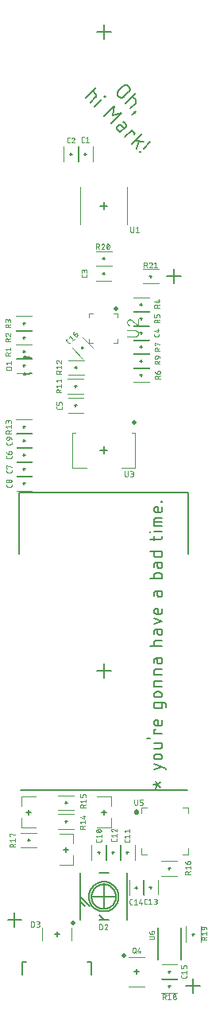
<source format=gbr>
G04 EAGLE Gerber RS-274X export*
G75*
%MOMM*%
%FSLAX34Y34*%
%LPD*%
%INSilkscreen Top*%
%IPPOS*%
%AMOC8*
5,1,8,0,0,1.08239X$1,22.5*%
G01*
%ADD10C,0.200000*%
%ADD11C,0.127000*%
%ADD12C,0.120000*%
%ADD13C,0.050800*%
%ADD14C,0.150000*%
%ADD15C,0.500000*%
%ADD16C,0.101600*%


D10*
X141510Y200000D02*
X141512Y200063D01*
X141518Y200125D01*
X141528Y200187D01*
X141542Y200249D01*
X141559Y200309D01*
X141581Y200368D01*
X141606Y200425D01*
X141635Y200481D01*
X141667Y200535D01*
X141703Y200587D01*
X141742Y200636D01*
X141784Y200683D01*
X141828Y200727D01*
X141876Y200768D01*
X141926Y200806D01*
X141978Y200841D01*
X142032Y200873D01*
X142089Y200901D01*
X142147Y200925D01*
X142206Y200945D01*
X142267Y200962D01*
X142328Y200975D01*
X142390Y200984D01*
X142453Y200989D01*
X142516Y200990D01*
X142578Y200987D01*
X142641Y200980D01*
X142703Y200969D01*
X142764Y200954D01*
X142824Y200936D01*
X142882Y200913D01*
X142940Y200887D01*
X142995Y200857D01*
X143048Y200824D01*
X143100Y200788D01*
X143148Y200748D01*
X143194Y200706D01*
X143238Y200660D01*
X143278Y200612D01*
X143315Y200561D01*
X143349Y200509D01*
X143380Y200454D01*
X143407Y200397D01*
X143430Y200339D01*
X143450Y200279D01*
X143466Y200218D01*
X143478Y200156D01*
X143486Y200094D01*
X143490Y200031D01*
X143490Y199969D01*
X143486Y199906D01*
X143478Y199844D01*
X143466Y199782D01*
X143450Y199721D01*
X143430Y199661D01*
X143407Y199603D01*
X143380Y199546D01*
X143349Y199491D01*
X143315Y199439D01*
X143278Y199388D01*
X143238Y199340D01*
X143194Y199294D01*
X143148Y199252D01*
X143100Y199212D01*
X143048Y199176D01*
X142995Y199143D01*
X142940Y199113D01*
X142882Y199087D01*
X142824Y199064D01*
X142764Y199046D01*
X142703Y199031D01*
X142641Y199020D01*
X142578Y199013D01*
X142516Y199010D01*
X142453Y199011D01*
X142390Y199016D01*
X142328Y199025D01*
X142267Y199038D01*
X142206Y199055D01*
X142147Y199075D01*
X142089Y199099D01*
X142032Y199127D01*
X141978Y199159D01*
X141926Y199194D01*
X141876Y199232D01*
X141828Y199273D01*
X141784Y199317D01*
X141742Y199364D01*
X141703Y199413D01*
X141667Y199465D01*
X141635Y199519D01*
X141606Y199575D01*
X141581Y199632D01*
X141559Y199691D01*
X141542Y199751D01*
X141528Y199813D01*
X141518Y199875D01*
X141512Y199937D01*
X141510Y200000D01*
X140576Y200000D02*
X140578Y200088D01*
X140584Y200175D01*
X140594Y200262D01*
X140608Y200348D01*
X140626Y200434D01*
X140647Y200519D01*
X140673Y200603D01*
X140702Y200685D01*
X140735Y200767D01*
X140772Y200846D01*
X140812Y200924D01*
X140856Y201000D01*
X140903Y201073D01*
X140954Y201145D01*
X141008Y201214D01*
X141064Y201281D01*
X141124Y201345D01*
X141187Y201406D01*
X141252Y201464D01*
X141320Y201520D01*
X141390Y201572D01*
X141463Y201621D01*
X141538Y201666D01*
X141615Y201708D01*
X141694Y201747D01*
X141774Y201782D01*
X141856Y201813D01*
X141939Y201840D01*
X142023Y201864D01*
X142109Y201884D01*
X142195Y201900D01*
X142281Y201912D01*
X142369Y201920D01*
X142456Y201924D01*
X142544Y201924D01*
X142631Y201920D01*
X142719Y201912D01*
X142805Y201900D01*
X142891Y201884D01*
X142977Y201864D01*
X143061Y201840D01*
X143144Y201813D01*
X143226Y201782D01*
X143306Y201747D01*
X143385Y201708D01*
X143462Y201666D01*
X143537Y201621D01*
X143610Y201572D01*
X143680Y201520D01*
X143748Y201464D01*
X143813Y201406D01*
X143876Y201345D01*
X143936Y201281D01*
X143992Y201214D01*
X144046Y201145D01*
X144097Y201073D01*
X144144Y201000D01*
X144188Y200924D01*
X144228Y200846D01*
X144265Y200767D01*
X144298Y200685D01*
X144327Y200603D01*
X144353Y200519D01*
X144374Y200434D01*
X144392Y200348D01*
X144406Y200262D01*
X144416Y200175D01*
X144422Y200088D01*
X144424Y200000D01*
X144422Y199912D01*
X144416Y199825D01*
X144406Y199738D01*
X144392Y199652D01*
X144374Y199566D01*
X144353Y199481D01*
X144327Y199397D01*
X144298Y199315D01*
X144265Y199233D01*
X144228Y199154D01*
X144188Y199076D01*
X144144Y199000D01*
X144097Y198927D01*
X144046Y198855D01*
X143992Y198786D01*
X143936Y198719D01*
X143876Y198655D01*
X143813Y198594D01*
X143748Y198536D01*
X143680Y198480D01*
X143610Y198428D01*
X143537Y198379D01*
X143462Y198334D01*
X143385Y198292D01*
X143306Y198253D01*
X143226Y198218D01*
X143144Y198187D01*
X143061Y198160D01*
X142977Y198136D01*
X142891Y198116D01*
X142805Y198100D01*
X142719Y198088D01*
X142631Y198080D01*
X142544Y198076D01*
X142456Y198076D01*
X142369Y198080D01*
X142281Y198088D01*
X142195Y198100D01*
X142109Y198116D01*
X142023Y198136D01*
X141939Y198160D01*
X141856Y198187D01*
X141774Y198218D01*
X141694Y198253D01*
X141615Y198292D01*
X141538Y198334D01*
X141463Y198379D01*
X141390Y198428D01*
X141320Y198480D01*
X141252Y198536D01*
X141187Y198594D01*
X141124Y198655D01*
X141064Y198719D01*
X141008Y198786D01*
X140954Y198855D01*
X140903Y198927D01*
X140856Y199000D01*
X140812Y199076D01*
X140772Y199154D01*
X140735Y199233D01*
X140702Y199315D01*
X140673Y199397D01*
X140647Y199481D01*
X140626Y199566D01*
X140608Y199652D01*
X140594Y199738D01*
X140584Y199825D01*
X140578Y199912D01*
X140576Y200000D01*
D11*
X123208Y967569D02*
X128077Y972438D01*
X128078Y972438D02*
X128171Y972529D01*
X128267Y972617D01*
X128366Y972701D01*
X128467Y972783D01*
X128570Y972862D01*
X128676Y972937D01*
X128784Y973009D01*
X128894Y973078D01*
X129007Y973144D01*
X129121Y973206D01*
X129237Y973265D01*
X129355Y973320D01*
X129474Y973371D01*
X129595Y973419D01*
X129717Y973464D01*
X129841Y973504D01*
X129965Y973541D01*
X130091Y973574D01*
X130218Y973603D01*
X130345Y973628D01*
X130473Y973650D01*
X130602Y973668D01*
X130731Y973681D01*
X130861Y973691D01*
X130991Y973697D01*
X131121Y973699D01*
X131251Y973697D01*
X131381Y973691D01*
X131511Y973681D01*
X131640Y973668D01*
X131769Y973650D01*
X131897Y973629D01*
X132024Y973603D01*
X132151Y973574D01*
X132277Y973541D01*
X132401Y973504D01*
X132525Y973464D01*
X132647Y973419D01*
X132768Y973371D01*
X132887Y973320D01*
X133005Y973265D01*
X133121Y973206D01*
X133235Y973144D01*
X133348Y973078D01*
X133458Y973009D01*
X133566Y972937D01*
X133672Y972862D01*
X133775Y972783D01*
X133876Y972701D01*
X133975Y972617D01*
X134071Y972529D01*
X134164Y972438D01*
X134255Y972345D01*
X134343Y972249D01*
X134427Y972150D01*
X134509Y972049D01*
X134588Y971946D01*
X134663Y971840D01*
X134735Y971732D01*
X134804Y971622D01*
X134870Y971509D01*
X134932Y971395D01*
X134991Y971279D01*
X135046Y971161D01*
X135097Y971042D01*
X135145Y970921D01*
X135190Y970799D01*
X135230Y970675D01*
X135267Y970551D01*
X135300Y970425D01*
X135329Y970298D01*
X135354Y970171D01*
X135376Y970043D01*
X135394Y969914D01*
X135407Y969785D01*
X135417Y969655D01*
X135423Y969525D01*
X135425Y969395D01*
X135423Y969265D01*
X135417Y969135D01*
X135407Y969006D01*
X135394Y968876D01*
X135376Y968747D01*
X135355Y968619D01*
X135329Y968492D01*
X135300Y968365D01*
X135267Y968239D01*
X135230Y968115D01*
X135190Y967991D01*
X135145Y967869D01*
X135097Y967748D01*
X135046Y967629D01*
X134991Y967511D01*
X134932Y967395D01*
X134870Y967281D01*
X134804Y967168D01*
X134735Y967058D01*
X134663Y966950D01*
X134588Y966844D01*
X134509Y966741D01*
X134427Y966640D01*
X134343Y966541D01*
X134255Y966445D01*
X134164Y966352D01*
X134164Y966351D02*
X129295Y961482D01*
X129294Y961482D02*
X129201Y961391D01*
X129105Y961303D01*
X129006Y961219D01*
X128905Y961137D01*
X128802Y961058D01*
X128696Y960983D01*
X128588Y960911D01*
X128478Y960842D01*
X128365Y960776D01*
X128251Y960714D01*
X128135Y960655D01*
X128017Y960600D01*
X127898Y960549D01*
X127777Y960501D01*
X127655Y960456D01*
X127531Y960416D01*
X127407Y960379D01*
X127281Y960346D01*
X127154Y960317D01*
X127027Y960291D01*
X126899Y960270D01*
X126770Y960252D01*
X126640Y960239D01*
X126511Y960229D01*
X126381Y960223D01*
X126251Y960221D01*
X126121Y960223D01*
X125991Y960229D01*
X125861Y960239D01*
X125732Y960252D01*
X125603Y960270D01*
X125475Y960292D01*
X125348Y960317D01*
X125221Y960346D01*
X125095Y960379D01*
X124971Y960416D01*
X124847Y960456D01*
X124725Y960501D01*
X124604Y960549D01*
X124485Y960600D01*
X124367Y960655D01*
X124251Y960714D01*
X124137Y960776D01*
X124024Y960842D01*
X123914Y960911D01*
X123806Y960983D01*
X123700Y961058D01*
X123597Y961137D01*
X123496Y961219D01*
X123397Y961303D01*
X123301Y961391D01*
X123208Y961482D01*
X123117Y961575D01*
X123029Y961671D01*
X122945Y961770D01*
X122863Y961871D01*
X122784Y961974D01*
X122709Y962080D01*
X122637Y962188D01*
X122568Y962298D01*
X122502Y962411D01*
X122440Y962525D01*
X122381Y962641D01*
X122326Y962759D01*
X122275Y962878D01*
X122227Y962999D01*
X122182Y963121D01*
X122142Y963245D01*
X122105Y963369D01*
X122072Y963495D01*
X122043Y963622D01*
X122018Y963749D01*
X121996Y963877D01*
X121978Y964006D01*
X121965Y964135D01*
X121955Y964265D01*
X121949Y964395D01*
X121947Y964525D01*
X121949Y964655D01*
X121955Y964785D01*
X121965Y964914D01*
X121978Y965044D01*
X121996Y965173D01*
X122017Y965301D01*
X122043Y965428D01*
X122072Y965555D01*
X122105Y965681D01*
X122142Y965805D01*
X122182Y965929D01*
X122227Y966051D01*
X122275Y966172D01*
X122326Y966291D01*
X122381Y966409D01*
X122440Y966525D01*
X122502Y966639D01*
X122568Y966752D01*
X122637Y966862D01*
X122709Y966970D01*
X122784Y967076D01*
X122863Y967179D01*
X122945Y967280D01*
X123029Y967379D01*
X123117Y967475D01*
X123208Y967568D01*
X130935Y953755D02*
X141890Y964711D01*
X138238Y961059D02*
X141282Y958016D01*
X141350Y957944D01*
X141416Y957871D01*
X141479Y957794D01*
X141539Y957716D01*
X141596Y957635D01*
X141650Y957552D01*
X141700Y957467D01*
X141748Y957380D01*
X141791Y957291D01*
X141832Y957201D01*
X141869Y957109D01*
X141902Y957016D01*
X141932Y956922D01*
X141958Y956826D01*
X141981Y956730D01*
X142000Y956633D01*
X142015Y956535D01*
X142026Y956437D01*
X142034Y956338D01*
X142038Y956239D01*
X142038Y956141D01*
X142034Y956042D01*
X142026Y955943D01*
X142015Y955845D01*
X142000Y955747D01*
X141981Y955650D01*
X141958Y955554D01*
X141932Y955458D01*
X141902Y955364D01*
X141869Y955271D01*
X141832Y955179D01*
X141791Y955089D01*
X141748Y955000D01*
X141700Y954913D01*
X141650Y954828D01*
X141596Y954745D01*
X141539Y954664D01*
X141479Y954586D01*
X141416Y954509D01*
X141350Y954436D01*
X141282Y954364D01*
X135804Y948886D01*
X140037Y944653D02*
X140646Y944044D01*
X140037Y944653D02*
X140646Y945261D01*
X141255Y944653D01*
X140646Y944044D01*
X137298Y942522D01*
X160260Y228828D02*
X164670Y228828D01*
X167978Y231400D01*
X164670Y228828D02*
X167978Y226255D01*
X164670Y228828D02*
X163200Y232870D01*
X164670Y228828D02*
X163200Y224785D01*
X174225Y245028D02*
X174225Y246498D01*
X160995Y250908D01*
X160995Y245028D02*
X169815Y247968D01*
X166875Y255903D02*
X163935Y255903D01*
X163828Y255905D01*
X163720Y255911D01*
X163613Y255921D01*
X163507Y255934D01*
X163401Y255952D01*
X163296Y255973D01*
X163191Y255999D01*
X163088Y256028D01*
X162986Y256060D01*
X162885Y256097D01*
X162785Y256137D01*
X162687Y256181D01*
X162591Y256228D01*
X162496Y256279D01*
X162403Y256333D01*
X162313Y256391D01*
X162224Y256452D01*
X162138Y256516D01*
X162054Y256583D01*
X161973Y256653D01*
X161894Y256726D01*
X161818Y256802D01*
X161745Y256881D01*
X161675Y256962D01*
X161608Y257046D01*
X161544Y257132D01*
X161483Y257221D01*
X161425Y257311D01*
X161371Y257404D01*
X161320Y257499D01*
X161273Y257595D01*
X161229Y257693D01*
X161189Y257793D01*
X161152Y257894D01*
X161120Y257996D01*
X161091Y258099D01*
X161065Y258204D01*
X161044Y258309D01*
X161026Y258415D01*
X161013Y258521D01*
X161003Y258628D01*
X160997Y258736D01*
X160995Y258843D01*
X160997Y258950D01*
X161003Y259058D01*
X161013Y259165D01*
X161026Y259271D01*
X161044Y259377D01*
X161065Y259482D01*
X161091Y259587D01*
X161120Y259690D01*
X161152Y259792D01*
X161189Y259893D01*
X161229Y259993D01*
X161273Y260091D01*
X161320Y260187D01*
X161371Y260282D01*
X161425Y260375D01*
X161483Y260465D01*
X161544Y260554D01*
X161608Y260640D01*
X161675Y260724D01*
X161745Y260805D01*
X161818Y260884D01*
X161894Y260960D01*
X161973Y261033D01*
X162054Y261103D01*
X162138Y261170D01*
X162224Y261234D01*
X162313Y261295D01*
X162403Y261353D01*
X162496Y261407D01*
X162591Y261458D01*
X162687Y261505D01*
X162785Y261549D01*
X162885Y261589D01*
X162986Y261626D01*
X163088Y261658D01*
X163191Y261687D01*
X163296Y261713D01*
X163401Y261734D01*
X163507Y261752D01*
X163613Y261765D01*
X163720Y261775D01*
X163828Y261781D01*
X163935Y261783D01*
X166875Y261783D01*
X166982Y261781D01*
X167090Y261775D01*
X167197Y261765D01*
X167303Y261752D01*
X167409Y261734D01*
X167514Y261713D01*
X167619Y261687D01*
X167722Y261658D01*
X167824Y261626D01*
X167925Y261589D01*
X168025Y261549D01*
X168123Y261505D01*
X168219Y261458D01*
X168314Y261407D01*
X168407Y261353D01*
X168497Y261295D01*
X168586Y261234D01*
X168672Y261170D01*
X168756Y261103D01*
X168837Y261033D01*
X168916Y260960D01*
X168992Y260884D01*
X169065Y260805D01*
X169135Y260724D01*
X169202Y260640D01*
X169266Y260554D01*
X169327Y260465D01*
X169385Y260375D01*
X169439Y260282D01*
X169490Y260187D01*
X169537Y260091D01*
X169581Y259993D01*
X169621Y259893D01*
X169658Y259792D01*
X169690Y259690D01*
X169719Y259587D01*
X169745Y259482D01*
X169766Y259377D01*
X169784Y259271D01*
X169797Y259165D01*
X169807Y259058D01*
X169813Y258950D01*
X169815Y258843D01*
X169813Y258736D01*
X169807Y258628D01*
X169797Y258521D01*
X169784Y258415D01*
X169766Y258309D01*
X169745Y258204D01*
X169719Y258099D01*
X169690Y257996D01*
X169658Y257894D01*
X169621Y257793D01*
X169581Y257693D01*
X169537Y257595D01*
X169490Y257499D01*
X169439Y257404D01*
X169385Y257311D01*
X169327Y257221D01*
X169266Y257132D01*
X169202Y257046D01*
X169135Y256962D01*
X169065Y256881D01*
X168992Y256802D01*
X168916Y256726D01*
X168837Y256653D01*
X168756Y256583D01*
X168672Y256516D01*
X168586Y256452D01*
X168497Y256391D01*
X168407Y256333D01*
X168314Y256279D01*
X168219Y256228D01*
X168123Y256181D01*
X168025Y256137D01*
X167925Y256097D01*
X167824Y256060D01*
X167722Y256028D01*
X167619Y255999D01*
X167514Y255973D01*
X167409Y255952D01*
X167303Y255934D01*
X167197Y255921D01*
X167090Y255911D01*
X166982Y255905D01*
X166875Y255903D01*
X167610Y267648D02*
X160995Y267648D01*
X167610Y267648D02*
X167701Y267650D01*
X167792Y267656D01*
X167883Y267665D01*
X167973Y267678D01*
X168062Y267695D01*
X168151Y267715D01*
X168239Y267740D01*
X168326Y267767D01*
X168412Y267799D01*
X168496Y267834D01*
X168578Y267872D01*
X168659Y267914D01*
X168739Y267959D01*
X168816Y268007D01*
X168891Y268058D01*
X168964Y268113D01*
X169035Y268170D01*
X169103Y268231D01*
X169169Y268294D01*
X169232Y268360D01*
X169293Y268428D01*
X169350Y268499D01*
X169405Y268572D01*
X169456Y268647D01*
X169504Y268724D01*
X169549Y268804D01*
X169591Y268885D01*
X169629Y268967D01*
X169664Y269051D01*
X169696Y269137D01*
X169723Y269224D01*
X169748Y269312D01*
X169768Y269401D01*
X169785Y269490D01*
X169798Y269580D01*
X169807Y269671D01*
X169813Y269762D01*
X169815Y269853D01*
X169815Y273528D01*
X160995Y273528D01*
X156585Y278418D02*
X153645Y278418D01*
X160995Y283387D02*
X169815Y283387D01*
X160995Y283387D02*
X160995Y287797D01*
X162465Y287797D01*
X169815Y294212D02*
X169815Y297887D01*
X169815Y294212D02*
X169813Y294121D01*
X169807Y294030D01*
X169798Y293939D01*
X169785Y293849D01*
X169768Y293760D01*
X169748Y293671D01*
X169723Y293583D01*
X169696Y293496D01*
X169664Y293410D01*
X169629Y293326D01*
X169591Y293244D01*
X169549Y293163D01*
X169504Y293083D01*
X169456Y293006D01*
X169405Y292931D01*
X169350Y292858D01*
X169293Y292787D01*
X169232Y292719D01*
X169169Y292653D01*
X169103Y292590D01*
X169035Y292529D01*
X168964Y292472D01*
X168891Y292417D01*
X168816Y292366D01*
X168739Y292318D01*
X168659Y292273D01*
X168578Y292231D01*
X168496Y292193D01*
X168412Y292158D01*
X168326Y292126D01*
X168239Y292099D01*
X168151Y292074D01*
X168062Y292054D01*
X167973Y292037D01*
X167883Y292024D01*
X167792Y292015D01*
X167701Y292009D01*
X167610Y292007D01*
X163935Y292007D01*
X163828Y292009D01*
X163720Y292015D01*
X163613Y292025D01*
X163507Y292038D01*
X163401Y292056D01*
X163296Y292077D01*
X163191Y292103D01*
X163088Y292132D01*
X162986Y292164D01*
X162885Y292201D01*
X162785Y292241D01*
X162687Y292285D01*
X162591Y292332D01*
X162496Y292383D01*
X162403Y292437D01*
X162313Y292495D01*
X162224Y292556D01*
X162138Y292620D01*
X162054Y292687D01*
X161973Y292757D01*
X161894Y292830D01*
X161818Y292906D01*
X161745Y292985D01*
X161675Y293066D01*
X161608Y293150D01*
X161544Y293236D01*
X161483Y293325D01*
X161425Y293415D01*
X161371Y293508D01*
X161320Y293603D01*
X161273Y293699D01*
X161229Y293797D01*
X161189Y293897D01*
X161152Y293998D01*
X161120Y294100D01*
X161091Y294203D01*
X161065Y294308D01*
X161044Y294413D01*
X161026Y294519D01*
X161013Y294625D01*
X161003Y294732D01*
X160997Y294840D01*
X160995Y294947D01*
X160997Y295054D01*
X161003Y295162D01*
X161013Y295269D01*
X161026Y295375D01*
X161044Y295481D01*
X161065Y295586D01*
X161091Y295691D01*
X161120Y295794D01*
X161152Y295896D01*
X161189Y295997D01*
X161229Y296097D01*
X161273Y296195D01*
X161320Y296291D01*
X161371Y296386D01*
X161425Y296479D01*
X161483Y296569D01*
X161544Y296658D01*
X161608Y296744D01*
X161675Y296828D01*
X161745Y296909D01*
X161818Y296988D01*
X161894Y297064D01*
X161973Y297137D01*
X162054Y297207D01*
X162138Y297274D01*
X162224Y297338D01*
X162313Y297399D01*
X162403Y297457D01*
X162496Y297511D01*
X162591Y297562D01*
X162687Y297609D01*
X162785Y297653D01*
X162885Y297693D01*
X162986Y297730D01*
X163088Y297762D01*
X163191Y297791D01*
X163296Y297817D01*
X163401Y297838D01*
X163507Y297856D01*
X163613Y297869D01*
X163720Y297879D01*
X163828Y297885D01*
X163935Y297887D01*
X165405Y297887D01*
X165405Y292007D01*
X169815Y312412D02*
X169815Y316087D01*
X169815Y312412D02*
X169813Y312321D01*
X169807Y312230D01*
X169798Y312139D01*
X169785Y312049D01*
X169768Y311960D01*
X169748Y311871D01*
X169723Y311783D01*
X169696Y311696D01*
X169664Y311610D01*
X169629Y311526D01*
X169591Y311444D01*
X169549Y311363D01*
X169504Y311283D01*
X169456Y311206D01*
X169405Y311131D01*
X169350Y311058D01*
X169293Y310987D01*
X169232Y310919D01*
X169169Y310853D01*
X169103Y310790D01*
X169035Y310729D01*
X168964Y310672D01*
X168891Y310617D01*
X168816Y310566D01*
X168739Y310518D01*
X168659Y310473D01*
X168578Y310431D01*
X168496Y310393D01*
X168412Y310358D01*
X168326Y310326D01*
X168239Y310299D01*
X168151Y310274D01*
X168062Y310254D01*
X167973Y310237D01*
X167883Y310224D01*
X167792Y310215D01*
X167701Y310209D01*
X167610Y310207D01*
X163200Y310207D01*
X163109Y310209D01*
X163018Y310215D01*
X162927Y310224D01*
X162837Y310237D01*
X162748Y310254D01*
X162659Y310274D01*
X162571Y310299D01*
X162484Y310326D01*
X162398Y310358D01*
X162314Y310393D01*
X162232Y310431D01*
X162151Y310473D01*
X162071Y310518D01*
X161994Y310566D01*
X161919Y310617D01*
X161846Y310672D01*
X161775Y310729D01*
X161707Y310790D01*
X161641Y310853D01*
X161578Y310919D01*
X161517Y310987D01*
X161460Y311058D01*
X161405Y311131D01*
X161354Y311206D01*
X161306Y311283D01*
X161261Y311363D01*
X161219Y311444D01*
X161181Y311526D01*
X161146Y311610D01*
X161114Y311696D01*
X161087Y311783D01*
X161062Y311871D01*
X161042Y311960D01*
X161025Y312049D01*
X161012Y312139D01*
X161003Y312230D01*
X160997Y312321D01*
X160995Y312412D01*
X160995Y316087D01*
X172020Y316087D01*
X172111Y316085D01*
X172202Y316079D01*
X172293Y316070D01*
X172383Y316057D01*
X172472Y316040D01*
X172561Y316020D01*
X172649Y315995D01*
X172736Y315968D01*
X172822Y315936D01*
X172906Y315901D01*
X172988Y315863D01*
X173069Y315821D01*
X173149Y315776D01*
X173226Y315728D01*
X173301Y315677D01*
X173374Y315622D01*
X173445Y315565D01*
X173513Y315504D01*
X173579Y315441D01*
X173642Y315375D01*
X173703Y315307D01*
X173760Y315236D01*
X173815Y315163D01*
X173866Y315088D01*
X173914Y315011D01*
X173959Y314931D01*
X174001Y314850D01*
X174039Y314768D01*
X174074Y314684D01*
X174106Y314598D01*
X174133Y314511D01*
X174158Y314423D01*
X174178Y314334D01*
X174195Y314245D01*
X174208Y314155D01*
X174217Y314064D01*
X174223Y313973D01*
X174225Y313882D01*
X174225Y310942D01*
X166875Y322022D02*
X163935Y322022D01*
X163828Y322024D01*
X163720Y322030D01*
X163613Y322040D01*
X163507Y322053D01*
X163401Y322071D01*
X163296Y322092D01*
X163191Y322118D01*
X163088Y322147D01*
X162986Y322179D01*
X162885Y322216D01*
X162785Y322256D01*
X162687Y322300D01*
X162591Y322347D01*
X162496Y322398D01*
X162403Y322452D01*
X162313Y322510D01*
X162224Y322571D01*
X162138Y322635D01*
X162054Y322702D01*
X161973Y322772D01*
X161894Y322845D01*
X161818Y322921D01*
X161745Y323000D01*
X161675Y323081D01*
X161608Y323165D01*
X161544Y323251D01*
X161483Y323340D01*
X161425Y323430D01*
X161371Y323523D01*
X161320Y323618D01*
X161273Y323714D01*
X161229Y323812D01*
X161189Y323912D01*
X161152Y324013D01*
X161120Y324115D01*
X161091Y324218D01*
X161065Y324323D01*
X161044Y324428D01*
X161026Y324534D01*
X161013Y324640D01*
X161003Y324747D01*
X160997Y324855D01*
X160995Y324962D01*
X160997Y325069D01*
X161003Y325177D01*
X161013Y325284D01*
X161026Y325390D01*
X161044Y325496D01*
X161065Y325601D01*
X161091Y325706D01*
X161120Y325809D01*
X161152Y325911D01*
X161189Y326012D01*
X161229Y326112D01*
X161273Y326210D01*
X161320Y326306D01*
X161371Y326401D01*
X161425Y326494D01*
X161483Y326584D01*
X161544Y326673D01*
X161608Y326759D01*
X161675Y326843D01*
X161745Y326924D01*
X161818Y327003D01*
X161894Y327079D01*
X161973Y327152D01*
X162054Y327222D01*
X162138Y327289D01*
X162224Y327353D01*
X162313Y327414D01*
X162403Y327472D01*
X162496Y327526D01*
X162591Y327577D01*
X162687Y327624D01*
X162785Y327668D01*
X162885Y327708D01*
X162986Y327745D01*
X163088Y327777D01*
X163191Y327806D01*
X163296Y327832D01*
X163401Y327853D01*
X163507Y327871D01*
X163613Y327884D01*
X163720Y327894D01*
X163828Y327900D01*
X163935Y327902D01*
X166875Y327902D01*
X166982Y327900D01*
X167090Y327894D01*
X167197Y327884D01*
X167303Y327871D01*
X167409Y327853D01*
X167514Y327832D01*
X167619Y327806D01*
X167722Y327777D01*
X167824Y327745D01*
X167925Y327708D01*
X168025Y327668D01*
X168123Y327624D01*
X168219Y327577D01*
X168314Y327526D01*
X168407Y327472D01*
X168497Y327414D01*
X168586Y327353D01*
X168672Y327289D01*
X168756Y327222D01*
X168837Y327152D01*
X168916Y327079D01*
X168992Y327003D01*
X169065Y326924D01*
X169135Y326843D01*
X169202Y326759D01*
X169266Y326673D01*
X169327Y326584D01*
X169385Y326494D01*
X169439Y326401D01*
X169490Y326306D01*
X169537Y326210D01*
X169581Y326112D01*
X169621Y326012D01*
X169658Y325911D01*
X169690Y325809D01*
X169719Y325706D01*
X169745Y325601D01*
X169766Y325496D01*
X169784Y325390D01*
X169797Y325284D01*
X169807Y325177D01*
X169813Y325069D01*
X169815Y324962D01*
X169813Y324855D01*
X169807Y324747D01*
X169797Y324640D01*
X169784Y324534D01*
X169766Y324428D01*
X169745Y324323D01*
X169719Y324218D01*
X169690Y324115D01*
X169658Y324013D01*
X169621Y323912D01*
X169581Y323812D01*
X169537Y323714D01*
X169490Y323618D01*
X169439Y323523D01*
X169385Y323430D01*
X169327Y323340D01*
X169266Y323251D01*
X169202Y323165D01*
X169135Y323081D01*
X169065Y323000D01*
X168992Y322921D01*
X168916Y322845D01*
X168837Y322772D01*
X168756Y322702D01*
X168672Y322635D01*
X168586Y322571D01*
X168497Y322510D01*
X168407Y322452D01*
X168314Y322398D01*
X168219Y322347D01*
X168123Y322300D01*
X168025Y322256D01*
X167925Y322216D01*
X167824Y322179D01*
X167722Y322147D01*
X167619Y322118D01*
X167514Y322092D01*
X167409Y322071D01*
X167303Y322053D01*
X167197Y322040D01*
X167090Y322030D01*
X166982Y322024D01*
X166875Y322022D01*
X169815Y333767D02*
X160995Y333767D01*
X160995Y337442D01*
X160997Y337533D01*
X161003Y337624D01*
X161012Y337715D01*
X161025Y337805D01*
X161042Y337894D01*
X161062Y337983D01*
X161087Y338071D01*
X161114Y338158D01*
X161146Y338244D01*
X161181Y338328D01*
X161219Y338410D01*
X161261Y338491D01*
X161306Y338571D01*
X161354Y338648D01*
X161405Y338723D01*
X161460Y338796D01*
X161517Y338867D01*
X161578Y338935D01*
X161641Y339001D01*
X161707Y339064D01*
X161775Y339125D01*
X161846Y339182D01*
X161919Y339237D01*
X161994Y339288D01*
X162071Y339336D01*
X162151Y339381D01*
X162232Y339423D01*
X162314Y339461D01*
X162398Y339496D01*
X162484Y339528D01*
X162571Y339555D01*
X162659Y339580D01*
X162748Y339600D01*
X162837Y339617D01*
X162927Y339630D01*
X163018Y339639D01*
X163109Y339645D01*
X163200Y339647D01*
X169815Y339647D01*
X169815Y345947D02*
X160995Y345947D01*
X160995Y349622D01*
X160997Y349713D01*
X161003Y349804D01*
X161012Y349895D01*
X161025Y349985D01*
X161042Y350074D01*
X161062Y350163D01*
X161087Y350251D01*
X161114Y350338D01*
X161146Y350424D01*
X161181Y350508D01*
X161219Y350590D01*
X161261Y350671D01*
X161306Y350751D01*
X161354Y350828D01*
X161405Y350903D01*
X161460Y350976D01*
X161517Y351047D01*
X161578Y351115D01*
X161641Y351181D01*
X161707Y351244D01*
X161775Y351305D01*
X161846Y351362D01*
X161919Y351417D01*
X161994Y351468D01*
X162071Y351516D01*
X162151Y351561D01*
X162232Y351603D01*
X162314Y351641D01*
X162398Y351676D01*
X162484Y351708D01*
X162571Y351735D01*
X162659Y351760D01*
X162748Y351780D01*
X162837Y351797D01*
X162927Y351810D01*
X163018Y351819D01*
X163109Y351825D01*
X163200Y351827D01*
X169815Y351827D01*
X164670Y360195D02*
X164670Y363502D01*
X164670Y360195D02*
X164672Y360095D01*
X164678Y359996D01*
X164687Y359896D01*
X164701Y359797D01*
X164718Y359699D01*
X164739Y359602D01*
X164764Y359505D01*
X164793Y359409D01*
X164825Y359315D01*
X164861Y359222D01*
X164901Y359130D01*
X164944Y359040D01*
X164990Y358952D01*
X165040Y358866D01*
X165093Y358781D01*
X165150Y358699D01*
X165209Y358619D01*
X165272Y358541D01*
X165338Y358466D01*
X165406Y358393D01*
X165477Y358323D01*
X165551Y358256D01*
X165628Y358192D01*
X165707Y358131D01*
X165788Y358073D01*
X165871Y358018D01*
X165957Y357967D01*
X166044Y357919D01*
X166133Y357874D01*
X166224Y357832D01*
X166316Y357795D01*
X166410Y357761D01*
X166505Y357730D01*
X166601Y357703D01*
X166698Y357680D01*
X166796Y357661D01*
X166895Y357646D01*
X166994Y357634D01*
X167093Y357626D01*
X167193Y357622D01*
X167293Y357622D01*
X167393Y357626D01*
X167492Y357634D01*
X167591Y357646D01*
X167690Y357661D01*
X167788Y357680D01*
X167885Y357703D01*
X167981Y357730D01*
X168076Y357761D01*
X168170Y357795D01*
X168262Y357832D01*
X168353Y357874D01*
X168442Y357919D01*
X168529Y357967D01*
X168615Y358018D01*
X168698Y358073D01*
X168779Y358131D01*
X168858Y358192D01*
X168935Y358256D01*
X169009Y358323D01*
X169080Y358393D01*
X169148Y358466D01*
X169214Y358541D01*
X169277Y358619D01*
X169336Y358699D01*
X169393Y358781D01*
X169446Y358866D01*
X169496Y358952D01*
X169542Y359040D01*
X169585Y359130D01*
X169625Y359222D01*
X169661Y359315D01*
X169693Y359409D01*
X169722Y359505D01*
X169747Y359602D01*
X169768Y359699D01*
X169785Y359797D01*
X169799Y359896D01*
X169808Y359996D01*
X169814Y360095D01*
X169816Y360195D01*
X169815Y360195D02*
X169815Y363502D01*
X163200Y363502D01*
X163109Y363500D01*
X163018Y363494D01*
X162927Y363485D01*
X162837Y363472D01*
X162748Y363455D01*
X162659Y363435D01*
X162571Y363410D01*
X162484Y363383D01*
X162398Y363351D01*
X162314Y363316D01*
X162232Y363278D01*
X162151Y363236D01*
X162071Y363191D01*
X161994Y363143D01*
X161919Y363092D01*
X161846Y363037D01*
X161775Y362980D01*
X161707Y362919D01*
X161641Y362856D01*
X161578Y362790D01*
X161517Y362722D01*
X161460Y362651D01*
X161405Y362578D01*
X161354Y362503D01*
X161306Y362426D01*
X161261Y362346D01*
X161219Y362265D01*
X161181Y362183D01*
X161146Y362099D01*
X161114Y362013D01*
X161087Y361926D01*
X161062Y361838D01*
X161042Y361749D01*
X161025Y361660D01*
X161012Y361570D01*
X161003Y361479D01*
X160997Y361388D01*
X160995Y361297D01*
X160995Y358357D01*
X156585Y376832D02*
X169815Y376832D01*
X160995Y376832D02*
X160995Y380507D01*
X160997Y380598D01*
X161003Y380689D01*
X161012Y380780D01*
X161025Y380870D01*
X161042Y380959D01*
X161062Y381048D01*
X161087Y381136D01*
X161114Y381223D01*
X161146Y381309D01*
X161181Y381393D01*
X161219Y381475D01*
X161261Y381556D01*
X161306Y381636D01*
X161354Y381713D01*
X161405Y381788D01*
X161460Y381861D01*
X161517Y381932D01*
X161578Y382000D01*
X161641Y382066D01*
X161707Y382129D01*
X161775Y382190D01*
X161846Y382247D01*
X161919Y382302D01*
X161994Y382353D01*
X162071Y382401D01*
X162151Y382446D01*
X162232Y382488D01*
X162314Y382526D01*
X162398Y382561D01*
X162484Y382593D01*
X162571Y382620D01*
X162659Y382645D01*
X162748Y382665D01*
X162837Y382682D01*
X162927Y382695D01*
X163018Y382704D01*
X163109Y382710D01*
X163200Y382712D01*
X169815Y382712D01*
X164670Y391079D02*
X164670Y394387D01*
X164670Y391079D02*
X164672Y390979D01*
X164678Y390880D01*
X164687Y390780D01*
X164701Y390681D01*
X164718Y390583D01*
X164739Y390486D01*
X164764Y390389D01*
X164793Y390293D01*
X164825Y390199D01*
X164861Y390106D01*
X164901Y390014D01*
X164944Y389924D01*
X164990Y389836D01*
X165040Y389750D01*
X165093Y389665D01*
X165150Y389583D01*
X165209Y389503D01*
X165272Y389425D01*
X165338Y389350D01*
X165406Y389277D01*
X165477Y389207D01*
X165551Y389140D01*
X165628Y389076D01*
X165707Y389015D01*
X165788Y388957D01*
X165871Y388902D01*
X165957Y388851D01*
X166044Y388803D01*
X166133Y388758D01*
X166224Y388716D01*
X166316Y388679D01*
X166410Y388645D01*
X166505Y388614D01*
X166601Y388587D01*
X166698Y388564D01*
X166796Y388545D01*
X166895Y388530D01*
X166994Y388518D01*
X167093Y388510D01*
X167193Y388506D01*
X167293Y388506D01*
X167393Y388510D01*
X167492Y388518D01*
X167591Y388530D01*
X167690Y388545D01*
X167788Y388564D01*
X167885Y388587D01*
X167981Y388614D01*
X168076Y388645D01*
X168170Y388679D01*
X168262Y388716D01*
X168353Y388758D01*
X168442Y388803D01*
X168529Y388851D01*
X168615Y388902D01*
X168698Y388957D01*
X168779Y389015D01*
X168858Y389076D01*
X168935Y389140D01*
X169009Y389207D01*
X169080Y389277D01*
X169148Y389350D01*
X169214Y389425D01*
X169277Y389503D01*
X169336Y389583D01*
X169393Y389665D01*
X169446Y389750D01*
X169496Y389836D01*
X169542Y389924D01*
X169585Y390014D01*
X169625Y390106D01*
X169661Y390199D01*
X169693Y390293D01*
X169722Y390389D01*
X169747Y390486D01*
X169768Y390583D01*
X169785Y390681D01*
X169799Y390780D01*
X169808Y390880D01*
X169814Y390979D01*
X169816Y391079D01*
X169815Y391079D02*
X169815Y394387D01*
X163200Y394387D01*
X163109Y394385D01*
X163018Y394379D01*
X162927Y394370D01*
X162837Y394357D01*
X162748Y394340D01*
X162659Y394320D01*
X162571Y394295D01*
X162484Y394268D01*
X162398Y394236D01*
X162314Y394201D01*
X162232Y394163D01*
X162151Y394121D01*
X162071Y394076D01*
X161994Y394028D01*
X161919Y393977D01*
X161846Y393922D01*
X161775Y393865D01*
X161707Y393804D01*
X161641Y393741D01*
X161578Y393675D01*
X161517Y393607D01*
X161460Y393536D01*
X161405Y393463D01*
X161354Y393388D01*
X161306Y393311D01*
X161261Y393231D01*
X161219Y393150D01*
X161181Y393068D01*
X161146Y392984D01*
X161114Y392898D01*
X161087Y392811D01*
X161062Y392723D01*
X161042Y392634D01*
X161025Y392545D01*
X161012Y392455D01*
X161003Y392364D01*
X160997Y392273D01*
X160995Y392182D01*
X160995Y389242D01*
X160995Y399887D02*
X169815Y402827D01*
X160995Y405767D01*
X169815Y412967D02*
X169815Y416642D01*
X169815Y412967D02*
X169813Y412876D01*
X169807Y412785D01*
X169798Y412694D01*
X169785Y412604D01*
X169768Y412515D01*
X169748Y412426D01*
X169723Y412338D01*
X169696Y412251D01*
X169664Y412165D01*
X169629Y412081D01*
X169591Y411999D01*
X169549Y411918D01*
X169504Y411838D01*
X169456Y411761D01*
X169405Y411686D01*
X169350Y411613D01*
X169293Y411542D01*
X169232Y411474D01*
X169169Y411408D01*
X169103Y411345D01*
X169035Y411284D01*
X168964Y411227D01*
X168891Y411172D01*
X168816Y411121D01*
X168739Y411073D01*
X168659Y411028D01*
X168578Y410986D01*
X168496Y410948D01*
X168412Y410913D01*
X168326Y410881D01*
X168239Y410854D01*
X168151Y410829D01*
X168062Y410809D01*
X167973Y410792D01*
X167883Y410779D01*
X167792Y410770D01*
X167701Y410764D01*
X167610Y410762D01*
X163935Y410762D01*
X163828Y410764D01*
X163720Y410770D01*
X163613Y410780D01*
X163507Y410793D01*
X163401Y410811D01*
X163296Y410832D01*
X163191Y410858D01*
X163088Y410887D01*
X162986Y410919D01*
X162885Y410956D01*
X162785Y410996D01*
X162687Y411040D01*
X162591Y411087D01*
X162496Y411138D01*
X162403Y411192D01*
X162313Y411250D01*
X162224Y411311D01*
X162138Y411375D01*
X162054Y411442D01*
X161973Y411512D01*
X161894Y411585D01*
X161818Y411661D01*
X161745Y411740D01*
X161675Y411821D01*
X161608Y411905D01*
X161544Y411991D01*
X161483Y412080D01*
X161425Y412170D01*
X161371Y412263D01*
X161320Y412358D01*
X161273Y412454D01*
X161229Y412552D01*
X161189Y412652D01*
X161152Y412753D01*
X161120Y412855D01*
X161091Y412958D01*
X161065Y413063D01*
X161044Y413168D01*
X161026Y413274D01*
X161013Y413380D01*
X161003Y413487D01*
X160997Y413595D01*
X160995Y413702D01*
X160997Y413809D01*
X161003Y413917D01*
X161013Y414024D01*
X161026Y414130D01*
X161044Y414236D01*
X161065Y414341D01*
X161091Y414446D01*
X161120Y414549D01*
X161152Y414651D01*
X161189Y414752D01*
X161229Y414852D01*
X161273Y414950D01*
X161320Y415046D01*
X161371Y415141D01*
X161425Y415234D01*
X161483Y415324D01*
X161544Y415413D01*
X161608Y415499D01*
X161675Y415583D01*
X161745Y415664D01*
X161818Y415743D01*
X161894Y415819D01*
X161973Y415892D01*
X162054Y415962D01*
X162138Y416029D01*
X162224Y416093D01*
X162313Y416154D01*
X162403Y416212D01*
X162496Y416266D01*
X162591Y416317D01*
X162687Y416364D01*
X162785Y416408D01*
X162885Y416448D01*
X162986Y416485D01*
X163088Y416517D01*
X163191Y416546D01*
X163296Y416572D01*
X163401Y416593D01*
X163507Y416611D01*
X163613Y416624D01*
X163720Y416634D01*
X163828Y416640D01*
X163935Y416642D01*
X165405Y416642D01*
X165405Y410762D01*
X164670Y431534D02*
X164670Y434842D01*
X164670Y431534D02*
X164672Y431434D01*
X164678Y431335D01*
X164687Y431235D01*
X164701Y431136D01*
X164718Y431038D01*
X164739Y430941D01*
X164764Y430844D01*
X164793Y430748D01*
X164825Y430654D01*
X164861Y430561D01*
X164901Y430469D01*
X164944Y430379D01*
X164990Y430291D01*
X165040Y430205D01*
X165093Y430120D01*
X165150Y430038D01*
X165209Y429958D01*
X165272Y429880D01*
X165338Y429805D01*
X165406Y429732D01*
X165477Y429662D01*
X165551Y429595D01*
X165628Y429531D01*
X165707Y429470D01*
X165788Y429412D01*
X165871Y429357D01*
X165957Y429306D01*
X166044Y429258D01*
X166133Y429213D01*
X166224Y429171D01*
X166316Y429134D01*
X166410Y429100D01*
X166505Y429069D01*
X166601Y429042D01*
X166698Y429019D01*
X166796Y429000D01*
X166895Y428985D01*
X166994Y428973D01*
X167093Y428965D01*
X167193Y428961D01*
X167293Y428961D01*
X167393Y428965D01*
X167492Y428973D01*
X167591Y428985D01*
X167690Y429000D01*
X167788Y429019D01*
X167885Y429042D01*
X167981Y429069D01*
X168076Y429100D01*
X168170Y429134D01*
X168262Y429171D01*
X168353Y429213D01*
X168442Y429258D01*
X168529Y429306D01*
X168615Y429357D01*
X168698Y429412D01*
X168779Y429470D01*
X168858Y429531D01*
X168935Y429595D01*
X169009Y429662D01*
X169080Y429732D01*
X169148Y429805D01*
X169214Y429880D01*
X169277Y429958D01*
X169336Y430038D01*
X169393Y430120D01*
X169446Y430205D01*
X169496Y430291D01*
X169542Y430379D01*
X169585Y430469D01*
X169625Y430561D01*
X169661Y430654D01*
X169693Y430748D01*
X169722Y430844D01*
X169747Y430941D01*
X169768Y431038D01*
X169785Y431136D01*
X169799Y431235D01*
X169808Y431335D01*
X169814Y431434D01*
X169816Y431534D01*
X169815Y431534D02*
X169815Y434842D01*
X163200Y434842D01*
X163109Y434840D01*
X163018Y434834D01*
X162927Y434825D01*
X162837Y434812D01*
X162748Y434795D01*
X162659Y434775D01*
X162571Y434750D01*
X162484Y434723D01*
X162398Y434691D01*
X162314Y434656D01*
X162232Y434618D01*
X162151Y434576D01*
X162071Y434531D01*
X161994Y434483D01*
X161919Y434432D01*
X161846Y434377D01*
X161775Y434320D01*
X161707Y434259D01*
X161641Y434196D01*
X161578Y434130D01*
X161517Y434062D01*
X161460Y433991D01*
X161405Y433918D01*
X161354Y433843D01*
X161306Y433766D01*
X161261Y433686D01*
X161219Y433605D01*
X161181Y433523D01*
X161146Y433439D01*
X161114Y433353D01*
X161087Y433266D01*
X161062Y433178D01*
X161042Y433089D01*
X161025Y433000D01*
X161012Y432910D01*
X161003Y432819D01*
X160997Y432728D01*
X160995Y432637D01*
X160995Y429697D01*
X156585Y448243D02*
X169815Y448243D01*
X169815Y451918D01*
X169813Y452009D01*
X169807Y452100D01*
X169798Y452191D01*
X169785Y452281D01*
X169768Y452370D01*
X169748Y452459D01*
X169723Y452547D01*
X169696Y452634D01*
X169664Y452720D01*
X169629Y452804D01*
X169591Y452886D01*
X169549Y452967D01*
X169504Y453047D01*
X169456Y453124D01*
X169405Y453199D01*
X169350Y453272D01*
X169293Y453343D01*
X169232Y453411D01*
X169169Y453477D01*
X169103Y453540D01*
X169035Y453601D01*
X168964Y453658D01*
X168891Y453713D01*
X168816Y453764D01*
X168739Y453812D01*
X168659Y453857D01*
X168578Y453899D01*
X168496Y453937D01*
X168412Y453972D01*
X168326Y454004D01*
X168239Y454031D01*
X168151Y454056D01*
X168062Y454076D01*
X167973Y454093D01*
X167883Y454106D01*
X167792Y454115D01*
X167701Y454121D01*
X167610Y454123D01*
X163200Y454123D01*
X163109Y454121D01*
X163018Y454115D01*
X162927Y454106D01*
X162837Y454093D01*
X162748Y454076D01*
X162659Y454056D01*
X162571Y454031D01*
X162484Y454004D01*
X162398Y453972D01*
X162314Y453937D01*
X162232Y453899D01*
X162151Y453857D01*
X162071Y453812D01*
X161994Y453764D01*
X161919Y453713D01*
X161846Y453658D01*
X161775Y453601D01*
X161707Y453540D01*
X161641Y453477D01*
X161578Y453411D01*
X161517Y453343D01*
X161460Y453272D01*
X161405Y453199D01*
X161354Y453124D01*
X161306Y453047D01*
X161261Y452967D01*
X161219Y452886D01*
X161181Y452804D01*
X161146Y452720D01*
X161114Y452634D01*
X161087Y452547D01*
X161062Y452459D01*
X161042Y452370D01*
X161025Y452281D01*
X161012Y452191D01*
X161003Y452100D01*
X160997Y452009D01*
X160995Y451918D01*
X160995Y448243D01*
X164670Y461984D02*
X164670Y465292D01*
X164670Y461984D02*
X164672Y461884D01*
X164678Y461785D01*
X164687Y461685D01*
X164701Y461586D01*
X164718Y461488D01*
X164739Y461391D01*
X164764Y461294D01*
X164793Y461198D01*
X164825Y461104D01*
X164861Y461011D01*
X164901Y460919D01*
X164944Y460829D01*
X164990Y460741D01*
X165040Y460655D01*
X165093Y460570D01*
X165150Y460488D01*
X165209Y460408D01*
X165272Y460330D01*
X165338Y460255D01*
X165406Y460182D01*
X165477Y460112D01*
X165551Y460045D01*
X165628Y459981D01*
X165707Y459920D01*
X165788Y459862D01*
X165871Y459807D01*
X165957Y459756D01*
X166044Y459708D01*
X166133Y459663D01*
X166224Y459621D01*
X166316Y459584D01*
X166410Y459550D01*
X166505Y459519D01*
X166601Y459492D01*
X166698Y459469D01*
X166796Y459450D01*
X166895Y459435D01*
X166994Y459423D01*
X167093Y459415D01*
X167193Y459411D01*
X167293Y459411D01*
X167393Y459415D01*
X167492Y459423D01*
X167591Y459435D01*
X167690Y459450D01*
X167788Y459469D01*
X167885Y459492D01*
X167981Y459519D01*
X168076Y459550D01*
X168170Y459584D01*
X168262Y459621D01*
X168353Y459663D01*
X168442Y459708D01*
X168529Y459756D01*
X168615Y459807D01*
X168698Y459862D01*
X168779Y459920D01*
X168858Y459981D01*
X168935Y460045D01*
X169009Y460112D01*
X169080Y460182D01*
X169148Y460255D01*
X169214Y460330D01*
X169277Y460408D01*
X169336Y460488D01*
X169393Y460570D01*
X169446Y460655D01*
X169496Y460741D01*
X169542Y460829D01*
X169585Y460919D01*
X169625Y461011D01*
X169661Y461104D01*
X169693Y461198D01*
X169722Y461294D01*
X169747Y461391D01*
X169768Y461488D01*
X169785Y461586D01*
X169799Y461685D01*
X169808Y461785D01*
X169814Y461884D01*
X169816Y461984D01*
X169815Y461984D02*
X169815Y465292D01*
X163200Y465292D01*
X163109Y465290D01*
X163018Y465284D01*
X162927Y465275D01*
X162837Y465262D01*
X162748Y465245D01*
X162659Y465225D01*
X162571Y465200D01*
X162484Y465173D01*
X162398Y465141D01*
X162314Y465106D01*
X162232Y465068D01*
X162151Y465026D01*
X162071Y464981D01*
X161994Y464933D01*
X161919Y464882D01*
X161846Y464827D01*
X161775Y464770D01*
X161707Y464709D01*
X161641Y464646D01*
X161578Y464580D01*
X161517Y464512D01*
X161460Y464441D01*
X161405Y464368D01*
X161354Y464293D01*
X161306Y464216D01*
X161261Y464136D01*
X161219Y464055D01*
X161181Y463973D01*
X161146Y463889D01*
X161114Y463803D01*
X161087Y463716D01*
X161062Y463628D01*
X161042Y463539D01*
X161025Y463450D01*
X161012Y463360D01*
X161003Y463269D01*
X160997Y463178D01*
X160995Y463087D01*
X160995Y460147D01*
X156585Y477037D02*
X169815Y477037D01*
X169815Y473362D01*
X169813Y473271D01*
X169807Y473180D01*
X169798Y473089D01*
X169785Y472999D01*
X169768Y472910D01*
X169748Y472821D01*
X169723Y472733D01*
X169696Y472646D01*
X169664Y472560D01*
X169629Y472476D01*
X169591Y472394D01*
X169549Y472313D01*
X169504Y472233D01*
X169456Y472156D01*
X169405Y472081D01*
X169350Y472008D01*
X169293Y471937D01*
X169232Y471869D01*
X169169Y471803D01*
X169103Y471740D01*
X169035Y471679D01*
X168964Y471622D01*
X168891Y471567D01*
X168816Y471516D01*
X168739Y471468D01*
X168659Y471423D01*
X168578Y471381D01*
X168496Y471343D01*
X168412Y471308D01*
X168326Y471276D01*
X168239Y471249D01*
X168151Y471224D01*
X168062Y471204D01*
X167973Y471187D01*
X167883Y471174D01*
X167792Y471165D01*
X167701Y471159D01*
X167610Y471157D01*
X163200Y471157D01*
X163109Y471159D01*
X163018Y471165D01*
X162927Y471174D01*
X162837Y471187D01*
X162748Y471204D01*
X162659Y471224D01*
X162571Y471249D01*
X162484Y471276D01*
X162398Y471308D01*
X162314Y471343D01*
X162232Y471381D01*
X162151Y471423D01*
X162071Y471468D01*
X161994Y471516D01*
X161919Y471567D01*
X161846Y471622D01*
X161775Y471679D01*
X161707Y471740D01*
X161641Y471803D01*
X161578Y471869D01*
X161517Y471937D01*
X161460Y472008D01*
X161405Y472081D01*
X161354Y472156D01*
X161306Y472233D01*
X161261Y472313D01*
X161219Y472394D01*
X161181Y472476D01*
X161146Y472560D01*
X161114Y472646D01*
X161087Y472733D01*
X161062Y472821D01*
X161042Y472910D01*
X161025Y472999D01*
X161012Y473089D01*
X161003Y473180D01*
X160997Y473271D01*
X160995Y473362D01*
X160995Y477037D01*
X160995Y488817D02*
X160995Y493227D01*
X156585Y490287D02*
X167610Y490287D01*
X167701Y490289D01*
X167792Y490295D01*
X167883Y490304D01*
X167973Y490317D01*
X168062Y490334D01*
X168151Y490354D01*
X168239Y490379D01*
X168326Y490406D01*
X168412Y490438D01*
X168496Y490473D01*
X168578Y490511D01*
X168659Y490553D01*
X168739Y490598D01*
X168816Y490646D01*
X168891Y490697D01*
X168964Y490752D01*
X169035Y490809D01*
X169103Y490870D01*
X169169Y490933D01*
X169232Y490999D01*
X169293Y491067D01*
X169350Y491138D01*
X169405Y491211D01*
X169456Y491286D01*
X169504Y491363D01*
X169549Y491443D01*
X169591Y491524D01*
X169629Y491606D01*
X169664Y491690D01*
X169696Y491776D01*
X169723Y491863D01*
X169748Y491951D01*
X169768Y492040D01*
X169785Y492129D01*
X169798Y492219D01*
X169807Y492310D01*
X169813Y492401D01*
X169815Y492492D01*
X169815Y493227D01*
X169815Y498092D02*
X160995Y498092D01*
X157320Y497725D02*
X156585Y497725D01*
X156585Y498460D01*
X157320Y498460D01*
X157320Y497725D01*
X160995Y504122D02*
X169815Y504122D01*
X160995Y504122D02*
X160995Y510737D01*
X160997Y510828D01*
X161003Y510919D01*
X161012Y511010D01*
X161025Y511100D01*
X161042Y511189D01*
X161062Y511278D01*
X161087Y511366D01*
X161114Y511453D01*
X161146Y511539D01*
X161181Y511623D01*
X161219Y511705D01*
X161261Y511786D01*
X161306Y511866D01*
X161354Y511943D01*
X161405Y512018D01*
X161460Y512091D01*
X161517Y512162D01*
X161578Y512230D01*
X161641Y512296D01*
X161707Y512359D01*
X161775Y512420D01*
X161846Y512477D01*
X161919Y512532D01*
X161994Y512583D01*
X162071Y512631D01*
X162151Y512676D01*
X162232Y512718D01*
X162314Y512756D01*
X162398Y512791D01*
X162484Y512823D01*
X162571Y512850D01*
X162659Y512875D01*
X162748Y512895D01*
X162837Y512912D01*
X162927Y512925D01*
X163018Y512934D01*
X163109Y512940D01*
X163200Y512942D01*
X169815Y512942D01*
X169815Y508532D02*
X160995Y508532D01*
X169815Y521282D02*
X169815Y524957D01*
X169815Y521282D02*
X169813Y521191D01*
X169807Y521100D01*
X169798Y521009D01*
X169785Y520919D01*
X169768Y520830D01*
X169748Y520741D01*
X169723Y520653D01*
X169696Y520566D01*
X169664Y520480D01*
X169629Y520396D01*
X169591Y520314D01*
X169549Y520233D01*
X169504Y520153D01*
X169456Y520076D01*
X169405Y520001D01*
X169350Y519928D01*
X169293Y519857D01*
X169232Y519789D01*
X169169Y519723D01*
X169103Y519660D01*
X169035Y519599D01*
X168964Y519542D01*
X168891Y519487D01*
X168816Y519436D01*
X168739Y519388D01*
X168659Y519343D01*
X168578Y519301D01*
X168496Y519263D01*
X168412Y519228D01*
X168326Y519196D01*
X168239Y519169D01*
X168151Y519144D01*
X168062Y519124D01*
X167973Y519107D01*
X167883Y519094D01*
X167792Y519085D01*
X167701Y519079D01*
X167610Y519077D01*
X163935Y519077D01*
X163828Y519079D01*
X163720Y519085D01*
X163613Y519095D01*
X163507Y519108D01*
X163401Y519126D01*
X163296Y519147D01*
X163191Y519173D01*
X163088Y519202D01*
X162986Y519234D01*
X162885Y519271D01*
X162785Y519311D01*
X162687Y519355D01*
X162591Y519402D01*
X162496Y519453D01*
X162403Y519507D01*
X162313Y519565D01*
X162224Y519626D01*
X162138Y519690D01*
X162054Y519757D01*
X161973Y519827D01*
X161894Y519900D01*
X161818Y519976D01*
X161745Y520055D01*
X161675Y520136D01*
X161608Y520220D01*
X161544Y520306D01*
X161483Y520395D01*
X161425Y520485D01*
X161371Y520578D01*
X161320Y520673D01*
X161273Y520769D01*
X161229Y520867D01*
X161189Y520967D01*
X161152Y521068D01*
X161120Y521170D01*
X161091Y521273D01*
X161065Y521378D01*
X161044Y521483D01*
X161026Y521589D01*
X161013Y521695D01*
X161003Y521802D01*
X160997Y521910D01*
X160995Y522017D01*
X160997Y522124D01*
X161003Y522232D01*
X161013Y522339D01*
X161026Y522445D01*
X161044Y522551D01*
X161065Y522656D01*
X161091Y522761D01*
X161120Y522864D01*
X161152Y522966D01*
X161189Y523067D01*
X161229Y523167D01*
X161273Y523265D01*
X161320Y523361D01*
X161371Y523456D01*
X161425Y523549D01*
X161483Y523639D01*
X161544Y523728D01*
X161608Y523814D01*
X161675Y523898D01*
X161745Y523979D01*
X161818Y524058D01*
X161894Y524134D01*
X161973Y524207D01*
X162054Y524277D01*
X162138Y524344D01*
X162224Y524408D01*
X162313Y524469D01*
X162403Y524527D01*
X162496Y524581D01*
X162591Y524632D01*
X162687Y524679D01*
X162785Y524723D01*
X162885Y524763D01*
X162986Y524800D01*
X163088Y524832D01*
X163191Y524861D01*
X163296Y524887D01*
X163401Y524908D01*
X163507Y524926D01*
X163613Y524939D01*
X163720Y524949D01*
X163828Y524955D01*
X163935Y524957D01*
X165405Y524957D01*
X165405Y519077D01*
X169080Y529915D02*
X169815Y529915D01*
X169080Y529915D02*
X169080Y530650D01*
X169815Y530650D01*
X169815Y529915D01*
X88398Y960000D02*
X99354Y970956D01*
X95702Y967304D02*
X98745Y964261D01*
X98813Y964189D01*
X98879Y964116D01*
X98942Y964039D01*
X99002Y963961D01*
X99059Y963880D01*
X99113Y963797D01*
X99163Y963712D01*
X99211Y963625D01*
X99254Y963536D01*
X99295Y963446D01*
X99332Y963354D01*
X99365Y963261D01*
X99395Y963167D01*
X99421Y963071D01*
X99444Y962975D01*
X99463Y962878D01*
X99478Y962780D01*
X99489Y962682D01*
X99497Y962583D01*
X99501Y962484D01*
X99501Y962386D01*
X99497Y962287D01*
X99489Y962188D01*
X99478Y962090D01*
X99463Y961992D01*
X99444Y961895D01*
X99421Y961799D01*
X99395Y961703D01*
X99365Y961609D01*
X99332Y961516D01*
X99295Y961424D01*
X99254Y961334D01*
X99211Y961245D01*
X99163Y961158D01*
X99113Y961073D01*
X99059Y960990D01*
X99002Y960909D01*
X98942Y960831D01*
X98879Y960754D01*
X98813Y960681D01*
X98745Y960609D01*
X93267Y955131D01*
X97840Y950558D02*
X105144Y957861D01*
X107883Y961209D02*
X108492Y961818D01*
X109101Y961209D01*
X108492Y960600D01*
X107883Y961209D01*
X119160Y951150D02*
X108204Y940194D01*
X116725Y941411D02*
X119160Y951150D01*
X116725Y941411D02*
X126464Y943846D01*
X115508Y932890D01*
X126626Y930293D02*
X129365Y927554D01*
X126627Y930293D02*
X126548Y930369D01*
X126467Y930442D01*
X126384Y930511D01*
X126298Y930578D01*
X126209Y930641D01*
X126119Y930702D01*
X126026Y930759D01*
X125931Y930812D01*
X125835Y930862D01*
X125736Y930909D01*
X125636Y930952D01*
X125535Y930991D01*
X125432Y931027D01*
X125328Y931059D01*
X125223Y931087D01*
X125117Y931111D01*
X125010Y931132D01*
X124903Y931148D01*
X124795Y931161D01*
X124686Y931170D01*
X124578Y931175D01*
X124469Y931176D01*
X124360Y931173D01*
X124251Y931166D01*
X124143Y931155D01*
X124035Y931141D01*
X123928Y931122D01*
X123822Y931100D01*
X123716Y931073D01*
X123612Y931043D01*
X123508Y931009D01*
X123406Y930972D01*
X123305Y930931D01*
X123206Y930886D01*
X123109Y930838D01*
X123013Y930786D01*
X122919Y930731D01*
X122828Y930672D01*
X122738Y930610D01*
X122651Y930545D01*
X122566Y930477D01*
X122484Y930406D01*
X122404Y930332D01*
X122327Y930255D01*
X122253Y930175D01*
X122182Y930093D01*
X122114Y930008D01*
X122049Y929921D01*
X121987Y929831D01*
X121928Y929740D01*
X121873Y929646D01*
X121821Y929550D01*
X121773Y929453D01*
X121728Y929354D01*
X121687Y929253D01*
X121650Y929151D01*
X121616Y929047D01*
X121586Y928943D01*
X121559Y928837D01*
X121537Y928731D01*
X121518Y928624D01*
X121504Y928516D01*
X121493Y928408D01*
X121486Y928299D01*
X121483Y928190D01*
X121484Y928081D01*
X121489Y927973D01*
X121498Y927864D01*
X121511Y927756D01*
X121527Y927649D01*
X121548Y927542D01*
X121572Y927436D01*
X121600Y927331D01*
X121632Y927227D01*
X121668Y927124D01*
X121707Y927023D01*
X121750Y926923D01*
X121797Y926824D01*
X121847Y926728D01*
X121900Y926633D01*
X121957Y926540D01*
X122018Y926450D01*
X122081Y926361D01*
X122148Y926275D01*
X122217Y926192D01*
X122290Y926111D01*
X122366Y926032D01*
X122365Y926032D02*
X125104Y923293D01*
X130582Y928771D01*
X130650Y928843D01*
X130716Y928916D01*
X130779Y928993D01*
X130839Y929071D01*
X130896Y929152D01*
X130950Y929235D01*
X131000Y929320D01*
X131048Y929407D01*
X131091Y929496D01*
X131132Y929586D01*
X131169Y929678D01*
X131202Y929771D01*
X131232Y929865D01*
X131258Y929961D01*
X131281Y930057D01*
X131300Y930154D01*
X131315Y930252D01*
X131326Y930350D01*
X131334Y930449D01*
X131338Y930548D01*
X131338Y930646D01*
X131334Y930745D01*
X131326Y930844D01*
X131315Y930942D01*
X131300Y931040D01*
X131281Y931137D01*
X131258Y931233D01*
X131232Y931329D01*
X131202Y931423D01*
X131169Y931516D01*
X131132Y931608D01*
X131091Y931698D01*
X131048Y931787D01*
X131000Y931874D01*
X130950Y931959D01*
X130896Y932042D01*
X130839Y932123D01*
X130779Y932201D01*
X130716Y932278D01*
X130650Y932351D01*
X130582Y932423D01*
X128148Y934858D01*
X137454Y925552D02*
X130150Y918248D01*
X137454Y925552D02*
X141106Y921900D01*
X139888Y920683D01*
X148520Y921790D02*
X137564Y910834D01*
X141216Y914486D02*
X149737Y913268D01*
X144868Y913877D02*
X142433Y905965D01*
X149846Y905856D02*
X157150Y913159D01*
X146498Y903117D02*
X145890Y902508D01*
X146498Y903117D02*
X147107Y902508D01*
X146498Y901899D01*
X145890Y902508D01*
D10*
X20000Y85000D02*
X12500Y85000D01*
X12500Y92500D01*
X12500Y85000D02*
X5000Y85000D01*
X12500Y85000D02*
X12500Y77500D01*
X195000Y15000D02*
X202500Y15000D01*
X202500Y22500D01*
X202500Y15000D02*
X210000Y15000D01*
X202500Y15000D02*
X202500Y7500D01*
X182500Y770000D02*
X182500Y777500D01*
X182500Y770000D02*
X175000Y770000D01*
X182500Y770000D02*
X182500Y762500D01*
X182500Y770000D02*
X190000Y770000D01*
X107500Y1030000D02*
X107500Y1037500D01*
X107500Y1030000D02*
X107500Y1022500D01*
X107500Y1030000D02*
X100000Y1030000D01*
X107500Y1030000D02*
X115000Y1030000D01*
D12*
X124464Y165000D02*
X124464Y149000D01*
X140536Y149000D02*
X140536Y165000D01*
D11*
X132500Y157000D02*
X131230Y157000D01*
X132500Y157000D01*
X132500Y158270D01*
X132500Y157000D01*
X133770Y157000D01*
X132500Y157000D01*
X132500Y155730D01*
D13*
X135128Y169452D02*
X135128Y170694D01*
X135128Y169452D02*
X135126Y169382D01*
X135120Y169313D01*
X135110Y169244D01*
X135097Y169176D01*
X135079Y169108D01*
X135058Y169042D01*
X135033Y168977D01*
X135005Y168913D01*
X134973Y168851D01*
X134938Y168791D01*
X134899Y168733D01*
X134857Y168678D01*
X134812Y168624D01*
X134764Y168574D01*
X134714Y168526D01*
X134660Y168481D01*
X134605Y168439D01*
X134547Y168400D01*
X134487Y168365D01*
X134425Y168333D01*
X134361Y168305D01*
X134296Y168280D01*
X134230Y168259D01*
X134162Y168241D01*
X134094Y168228D01*
X134025Y168218D01*
X133956Y168212D01*
X133886Y168210D01*
X130782Y168210D01*
X130712Y168212D01*
X130643Y168218D01*
X130574Y168228D01*
X130506Y168241D01*
X130438Y168259D01*
X130372Y168280D01*
X130307Y168305D01*
X130243Y168333D01*
X130181Y168365D01*
X130121Y168400D01*
X130063Y168439D01*
X130008Y168481D01*
X129954Y168526D01*
X129904Y168574D01*
X129856Y168624D01*
X129811Y168678D01*
X129769Y168733D01*
X129730Y168791D01*
X129695Y168851D01*
X129663Y168913D01*
X129635Y168977D01*
X129610Y169042D01*
X129589Y169108D01*
X129571Y169176D01*
X129558Y169244D01*
X129548Y169313D01*
X129542Y169382D01*
X129540Y169452D01*
X129540Y170694D01*
X130782Y172799D02*
X129540Y174351D01*
X135128Y174351D01*
X135128Y172799D02*
X135128Y175903D01*
X130782Y178285D02*
X129540Y179837D01*
X135128Y179837D01*
X135128Y178285D02*
X135128Y181390D01*
D12*
X30500Y558036D02*
X14500Y558036D01*
X14500Y541964D02*
X30500Y541964D01*
D11*
X22500Y550000D02*
X22500Y551270D01*
X22500Y550000D01*
X23770Y550000D01*
X22500Y550000D01*
X22500Y548730D01*
X22500Y550000D01*
X21230Y550000D01*
D13*
X9246Y548637D02*
X9246Y547395D01*
X9244Y547325D01*
X9238Y547256D01*
X9228Y547187D01*
X9215Y547119D01*
X9197Y547051D01*
X9176Y546985D01*
X9151Y546920D01*
X9123Y546856D01*
X9091Y546794D01*
X9056Y546734D01*
X9017Y546676D01*
X8975Y546621D01*
X8930Y546567D01*
X8882Y546517D01*
X8832Y546469D01*
X8778Y546424D01*
X8723Y546382D01*
X8665Y546343D01*
X8605Y546308D01*
X8543Y546276D01*
X8479Y546248D01*
X8414Y546223D01*
X8348Y546202D01*
X8280Y546184D01*
X8212Y546171D01*
X8143Y546161D01*
X8074Y546155D01*
X8004Y546153D01*
X8004Y546154D02*
X4900Y546154D01*
X4830Y546156D01*
X4761Y546162D01*
X4692Y546172D01*
X4624Y546185D01*
X4556Y546203D01*
X4490Y546224D01*
X4425Y546249D01*
X4361Y546277D01*
X4299Y546309D01*
X4239Y546344D01*
X4181Y546383D01*
X4126Y546425D01*
X4072Y546470D01*
X4022Y546518D01*
X3974Y546568D01*
X3929Y546622D01*
X3887Y546677D01*
X3848Y546735D01*
X3813Y546795D01*
X3781Y546857D01*
X3753Y546921D01*
X3728Y546986D01*
X3707Y547052D01*
X3689Y547120D01*
X3676Y547188D01*
X3666Y547257D01*
X3660Y547326D01*
X3658Y547396D01*
X3658Y547395D02*
X3658Y548637D01*
X7694Y550742D02*
X7617Y550744D01*
X7539Y550750D01*
X7463Y550759D01*
X7386Y550773D01*
X7311Y550790D01*
X7237Y550811D01*
X7163Y550836D01*
X7091Y550864D01*
X7021Y550896D01*
X6952Y550931D01*
X6885Y550970D01*
X6820Y551012D01*
X6757Y551057D01*
X6696Y551105D01*
X6638Y551156D01*
X6583Y551210D01*
X6530Y551267D01*
X6481Y551326D01*
X6434Y551388D01*
X6390Y551452D01*
X6350Y551518D01*
X6313Y551586D01*
X6279Y551656D01*
X6249Y551727D01*
X6223Y551800D01*
X6200Y551874D01*
X6181Y551949D01*
X6166Y552024D01*
X6154Y552101D01*
X6146Y552178D01*
X6142Y552255D01*
X6142Y552333D01*
X6146Y552410D01*
X6154Y552487D01*
X6166Y552564D01*
X6181Y552639D01*
X6200Y552714D01*
X6223Y552788D01*
X6249Y552861D01*
X6279Y552932D01*
X6313Y553002D01*
X6350Y553070D01*
X6390Y553136D01*
X6434Y553200D01*
X6481Y553262D01*
X6530Y553321D01*
X6583Y553378D01*
X6638Y553432D01*
X6696Y553483D01*
X6757Y553531D01*
X6820Y553576D01*
X6885Y553618D01*
X6952Y553657D01*
X7021Y553692D01*
X7091Y553724D01*
X7163Y553752D01*
X7237Y553777D01*
X7311Y553798D01*
X7386Y553815D01*
X7463Y553829D01*
X7539Y553838D01*
X7617Y553844D01*
X7694Y553846D01*
X7771Y553844D01*
X7849Y553838D01*
X7925Y553829D01*
X8002Y553815D01*
X8077Y553798D01*
X8151Y553777D01*
X8225Y553752D01*
X8297Y553724D01*
X8367Y553692D01*
X8436Y553657D01*
X8503Y553618D01*
X8568Y553576D01*
X8631Y553531D01*
X8692Y553483D01*
X8750Y553432D01*
X8805Y553378D01*
X8858Y553321D01*
X8907Y553262D01*
X8954Y553200D01*
X8998Y553136D01*
X9038Y553070D01*
X9075Y553002D01*
X9109Y552932D01*
X9139Y552861D01*
X9165Y552788D01*
X9188Y552714D01*
X9207Y552639D01*
X9222Y552564D01*
X9234Y552487D01*
X9242Y552410D01*
X9246Y552333D01*
X9246Y552255D01*
X9242Y552178D01*
X9234Y552101D01*
X9222Y552024D01*
X9207Y551949D01*
X9188Y551874D01*
X9165Y551800D01*
X9139Y551727D01*
X9109Y551656D01*
X9075Y551586D01*
X9038Y551518D01*
X8998Y551452D01*
X8954Y551388D01*
X8907Y551326D01*
X8858Y551267D01*
X8805Y551210D01*
X8750Y551156D01*
X8692Y551105D01*
X8631Y551057D01*
X8568Y551012D01*
X8503Y550970D01*
X8436Y550931D01*
X8367Y550896D01*
X8297Y550864D01*
X8225Y550836D01*
X8151Y550811D01*
X8077Y550790D01*
X8002Y550773D01*
X7925Y550759D01*
X7849Y550750D01*
X7771Y550744D01*
X7694Y550742D01*
X4900Y551052D02*
X4830Y551054D01*
X4761Y551060D01*
X4692Y551070D01*
X4624Y551083D01*
X4556Y551101D01*
X4490Y551122D01*
X4425Y551147D01*
X4361Y551175D01*
X4299Y551207D01*
X4239Y551242D01*
X4181Y551281D01*
X4126Y551323D01*
X4072Y551368D01*
X4022Y551416D01*
X3974Y551466D01*
X3929Y551520D01*
X3887Y551575D01*
X3848Y551633D01*
X3813Y551693D01*
X3781Y551755D01*
X3753Y551819D01*
X3728Y551884D01*
X3707Y551950D01*
X3689Y552018D01*
X3676Y552086D01*
X3666Y552155D01*
X3660Y552224D01*
X3658Y552294D01*
X3660Y552364D01*
X3666Y552433D01*
X3676Y552502D01*
X3689Y552570D01*
X3707Y552638D01*
X3728Y552704D01*
X3753Y552769D01*
X3781Y552833D01*
X3813Y552895D01*
X3848Y552955D01*
X3887Y553013D01*
X3929Y553068D01*
X3974Y553122D01*
X4022Y553172D01*
X4072Y553220D01*
X4126Y553265D01*
X4181Y553307D01*
X4239Y553346D01*
X4299Y553381D01*
X4361Y553413D01*
X4425Y553441D01*
X4490Y553466D01*
X4556Y553487D01*
X4624Y553505D01*
X4692Y553518D01*
X4761Y553528D01*
X4830Y553534D01*
X4900Y553536D01*
X4970Y553534D01*
X5039Y553528D01*
X5108Y553518D01*
X5176Y553505D01*
X5244Y553487D01*
X5310Y553466D01*
X5375Y553441D01*
X5439Y553413D01*
X5501Y553381D01*
X5561Y553346D01*
X5619Y553307D01*
X5674Y553265D01*
X5728Y553220D01*
X5778Y553172D01*
X5826Y553122D01*
X5871Y553068D01*
X5913Y553013D01*
X5952Y552955D01*
X5987Y552895D01*
X6019Y552833D01*
X6047Y552769D01*
X6072Y552704D01*
X6093Y552638D01*
X6111Y552570D01*
X6124Y552502D01*
X6134Y552433D01*
X6140Y552364D01*
X6142Y552294D01*
X6140Y552224D01*
X6134Y552155D01*
X6124Y552086D01*
X6111Y552018D01*
X6093Y551950D01*
X6072Y551884D01*
X6047Y551819D01*
X6019Y551755D01*
X5987Y551693D01*
X5952Y551633D01*
X5913Y551575D01*
X5871Y551520D01*
X5826Y551466D01*
X5778Y551416D01*
X5728Y551368D01*
X5674Y551323D01*
X5619Y551281D01*
X5561Y551242D01*
X5501Y551207D01*
X5439Y551175D01*
X5375Y551147D01*
X5310Y551122D01*
X5244Y551101D01*
X5176Y551083D01*
X5108Y551070D01*
X5039Y551060D01*
X4970Y551054D01*
X4900Y551052D01*
D12*
X14500Y586964D02*
X30500Y586964D01*
X30500Y603036D02*
X14500Y603036D01*
D11*
X22500Y595000D02*
X22500Y593730D01*
X22500Y595000D01*
X21230Y595000D01*
X22500Y595000D01*
X22500Y596270D01*
X22500Y595000D01*
X23770Y595000D01*
D13*
X9246Y593637D02*
X9246Y592395D01*
X9244Y592325D01*
X9238Y592256D01*
X9228Y592187D01*
X9215Y592119D01*
X9197Y592051D01*
X9176Y591985D01*
X9151Y591920D01*
X9123Y591856D01*
X9091Y591794D01*
X9056Y591734D01*
X9017Y591676D01*
X8975Y591621D01*
X8930Y591567D01*
X8882Y591517D01*
X8832Y591469D01*
X8778Y591424D01*
X8723Y591382D01*
X8665Y591343D01*
X8605Y591308D01*
X8543Y591276D01*
X8479Y591248D01*
X8414Y591223D01*
X8348Y591202D01*
X8280Y591184D01*
X8212Y591171D01*
X8143Y591161D01*
X8074Y591155D01*
X8004Y591153D01*
X8004Y591154D02*
X4900Y591154D01*
X4830Y591156D01*
X4761Y591162D01*
X4692Y591172D01*
X4624Y591185D01*
X4556Y591203D01*
X4490Y591224D01*
X4425Y591249D01*
X4361Y591277D01*
X4299Y591309D01*
X4239Y591344D01*
X4181Y591383D01*
X4126Y591425D01*
X4072Y591470D01*
X4022Y591518D01*
X3974Y591568D01*
X3929Y591622D01*
X3887Y591677D01*
X3848Y591735D01*
X3813Y591795D01*
X3781Y591857D01*
X3753Y591921D01*
X3728Y591986D01*
X3707Y592052D01*
X3689Y592120D01*
X3676Y592188D01*
X3666Y592257D01*
X3660Y592326D01*
X3658Y592396D01*
X3658Y592395D02*
X3658Y593637D01*
X6762Y596984D02*
X6762Y598846D01*
X6763Y596984D02*
X6761Y596914D01*
X6755Y596845D01*
X6745Y596776D01*
X6732Y596708D01*
X6714Y596640D01*
X6693Y596574D01*
X6668Y596509D01*
X6640Y596445D01*
X6608Y596383D01*
X6573Y596323D01*
X6534Y596265D01*
X6492Y596210D01*
X6447Y596156D01*
X6399Y596106D01*
X6349Y596058D01*
X6295Y596013D01*
X6240Y595971D01*
X6182Y595932D01*
X6122Y595897D01*
X6060Y595865D01*
X5996Y595837D01*
X5931Y595812D01*
X5865Y595791D01*
X5797Y595773D01*
X5729Y595760D01*
X5660Y595750D01*
X5591Y595744D01*
X5521Y595742D01*
X5210Y595742D01*
X5133Y595744D01*
X5055Y595750D01*
X4979Y595759D01*
X4902Y595773D01*
X4827Y595790D01*
X4753Y595811D01*
X4679Y595836D01*
X4607Y595864D01*
X4537Y595896D01*
X4468Y595931D01*
X4401Y595970D01*
X4336Y596012D01*
X4273Y596057D01*
X4212Y596105D01*
X4154Y596156D01*
X4099Y596210D01*
X4046Y596267D01*
X3997Y596326D01*
X3950Y596388D01*
X3906Y596452D01*
X3866Y596518D01*
X3829Y596586D01*
X3795Y596656D01*
X3765Y596727D01*
X3739Y596800D01*
X3716Y596874D01*
X3697Y596949D01*
X3682Y597024D01*
X3670Y597101D01*
X3662Y597178D01*
X3658Y597255D01*
X3658Y597333D01*
X3662Y597410D01*
X3670Y597487D01*
X3682Y597564D01*
X3697Y597639D01*
X3716Y597714D01*
X3739Y597788D01*
X3765Y597861D01*
X3795Y597932D01*
X3829Y598002D01*
X3866Y598070D01*
X3906Y598136D01*
X3950Y598200D01*
X3997Y598262D01*
X4046Y598321D01*
X4099Y598378D01*
X4154Y598432D01*
X4212Y598483D01*
X4273Y598531D01*
X4336Y598576D01*
X4401Y598618D01*
X4468Y598657D01*
X4537Y598692D01*
X4607Y598724D01*
X4679Y598752D01*
X4753Y598777D01*
X4827Y598798D01*
X4902Y598815D01*
X4979Y598829D01*
X5055Y598838D01*
X5133Y598844D01*
X5210Y598846D01*
X6762Y598846D01*
X6762Y598847D02*
X6860Y598845D01*
X6957Y598839D01*
X7054Y598830D01*
X7151Y598816D01*
X7247Y598799D01*
X7342Y598778D01*
X7436Y598754D01*
X7530Y598725D01*
X7622Y598693D01*
X7713Y598658D01*
X7802Y598619D01*
X7890Y598576D01*
X7976Y598530D01*
X8060Y598481D01*
X8142Y598428D01*
X8222Y598373D01*
X8300Y598314D01*
X8375Y598252D01*
X8448Y598187D01*
X8518Y598119D01*
X8586Y598049D01*
X8651Y597976D01*
X8713Y597901D01*
X8772Y597823D01*
X8827Y597743D01*
X8880Y597661D01*
X8929Y597577D01*
X8975Y597491D01*
X9018Y597403D01*
X9057Y597314D01*
X9092Y597223D01*
X9124Y597131D01*
X9153Y597037D01*
X9177Y596943D01*
X9198Y596848D01*
X9215Y596752D01*
X9229Y596655D01*
X9238Y596558D01*
X9244Y596460D01*
X9246Y596363D01*
D14*
X39544Y183351D03*
D12*
X35000Y183501D02*
X20000Y183501D01*
X20000Y193601D01*
X20000Y216499D02*
X35000Y216499D01*
X20000Y216499D02*
X20000Y206399D01*
D11*
X27500Y200000D02*
X27500Y197460D01*
X27500Y200000D01*
X24960Y200000D01*
X27500Y200000D01*
X27500Y202540D01*
X27500Y200000D01*
X30040Y200000D01*
D14*
X95456Y216649D03*
D12*
X100000Y216499D02*
X115000Y216499D01*
X115000Y206399D01*
X115000Y183501D02*
X100000Y183501D01*
X115000Y183501D02*
X115000Y193601D01*
D11*
X107500Y200000D02*
X107500Y202540D01*
X107500Y200000D01*
X110040Y200000D01*
X107500Y200000D01*
X107500Y197460D01*
X107500Y200000D01*
X104960Y200000D01*
D12*
X31000Y617786D02*
X14000Y617786D01*
X14000Y602214D02*
X31000Y602214D01*
D11*
X22500Y610000D02*
X22500Y611270D01*
X22500Y610000D01*
X23770Y610000D01*
X22500Y610000D01*
X22500Y608730D01*
X22500Y610000D01*
X21230Y610000D01*
D13*
X8746Y602979D02*
X3158Y602979D01*
X3158Y604532D01*
X3160Y604609D01*
X3166Y604687D01*
X3175Y604763D01*
X3189Y604840D01*
X3206Y604915D01*
X3227Y604989D01*
X3252Y605063D01*
X3280Y605135D01*
X3312Y605205D01*
X3347Y605274D01*
X3386Y605341D01*
X3428Y605406D01*
X3473Y605469D01*
X3521Y605530D01*
X3572Y605588D01*
X3626Y605643D01*
X3683Y605696D01*
X3742Y605745D01*
X3804Y605792D01*
X3868Y605836D01*
X3934Y605876D01*
X4002Y605913D01*
X4072Y605947D01*
X4143Y605977D01*
X4216Y606003D01*
X4290Y606026D01*
X4365Y606045D01*
X4440Y606060D01*
X4517Y606072D01*
X4594Y606080D01*
X4671Y606084D01*
X4749Y606084D01*
X4826Y606080D01*
X4903Y606072D01*
X4980Y606060D01*
X5055Y606045D01*
X5130Y606026D01*
X5204Y606003D01*
X5277Y605977D01*
X5348Y605947D01*
X5418Y605913D01*
X5486Y605876D01*
X5552Y605836D01*
X5616Y605792D01*
X5678Y605745D01*
X5737Y605696D01*
X5794Y605643D01*
X5848Y605588D01*
X5899Y605530D01*
X5947Y605469D01*
X5992Y605406D01*
X6034Y605341D01*
X6073Y605274D01*
X6108Y605205D01*
X6140Y605135D01*
X6168Y605063D01*
X6193Y604989D01*
X6214Y604915D01*
X6231Y604840D01*
X6245Y604763D01*
X6254Y604687D01*
X6260Y604609D01*
X6262Y604532D01*
X6262Y602979D01*
X6262Y604842D02*
X8746Y606084D01*
X4400Y608430D02*
X3158Y609982D01*
X8746Y609982D01*
X8746Y608430D02*
X8746Y611534D01*
X8746Y613916D02*
X8746Y615468D01*
X8744Y615545D01*
X8738Y615623D01*
X8729Y615699D01*
X8715Y615776D01*
X8698Y615851D01*
X8677Y615925D01*
X8652Y615999D01*
X8624Y616071D01*
X8592Y616141D01*
X8557Y616210D01*
X8518Y616277D01*
X8476Y616342D01*
X8431Y616405D01*
X8383Y616466D01*
X8332Y616524D01*
X8278Y616579D01*
X8221Y616632D01*
X8162Y616681D01*
X8100Y616728D01*
X8036Y616772D01*
X7970Y616812D01*
X7902Y616849D01*
X7832Y616883D01*
X7761Y616913D01*
X7688Y616939D01*
X7614Y616962D01*
X7539Y616981D01*
X7464Y616996D01*
X7387Y617008D01*
X7310Y617016D01*
X7233Y617020D01*
X7155Y617020D01*
X7078Y617016D01*
X7001Y617008D01*
X6924Y616996D01*
X6849Y616981D01*
X6774Y616962D01*
X6700Y616939D01*
X6627Y616913D01*
X6556Y616883D01*
X6486Y616849D01*
X6418Y616812D01*
X6352Y616772D01*
X6288Y616728D01*
X6226Y616681D01*
X6167Y616632D01*
X6110Y616579D01*
X6056Y616524D01*
X6005Y616466D01*
X5957Y616405D01*
X5912Y616342D01*
X5870Y616277D01*
X5831Y616210D01*
X5796Y616141D01*
X5764Y616071D01*
X5736Y615999D01*
X5711Y615925D01*
X5690Y615851D01*
X5673Y615776D01*
X5659Y615699D01*
X5650Y615623D01*
X5644Y615545D01*
X5642Y615468D01*
X3158Y615779D02*
X3158Y613916D01*
X3158Y615779D02*
X3160Y615849D01*
X3166Y615918D01*
X3176Y615987D01*
X3189Y616055D01*
X3207Y616123D01*
X3228Y616189D01*
X3253Y616254D01*
X3281Y616318D01*
X3313Y616380D01*
X3348Y616440D01*
X3387Y616498D01*
X3429Y616553D01*
X3474Y616607D01*
X3522Y616657D01*
X3572Y616705D01*
X3626Y616750D01*
X3681Y616792D01*
X3739Y616831D01*
X3799Y616866D01*
X3861Y616898D01*
X3925Y616926D01*
X3990Y616951D01*
X4056Y616972D01*
X4124Y616990D01*
X4192Y617003D01*
X4261Y617013D01*
X4330Y617019D01*
X4400Y617021D01*
X4470Y617019D01*
X4539Y617013D01*
X4608Y617003D01*
X4676Y616990D01*
X4744Y616972D01*
X4810Y616951D01*
X4875Y616926D01*
X4939Y616898D01*
X5001Y616866D01*
X5061Y616831D01*
X5119Y616792D01*
X5174Y616750D01*
X5228Y616705D01*
X5278Y616657D01*
X5326Y616607D01*
X5371Y616553D01*
X5413Y616498D01*
X5452Y616440D01*
X5487Y616380D01*
X5519Y616318D01*
X5547Y616254D01*
X5572Y616189D01*
X5593Y616123D01*
X5611Y616055D01*
X5624Y615987D01*
X5634Y615918D01*
X5640Y615849D01*
X5642Y615779D01*
X5642Y614537D01*
D12*
X59000Y182214D02*
X76000Y182214D01*
X76000Y197786D02*
X59000Y197786D01*
D11*
X67500Y190000D02*
X67500Y188730D01*
X67500Y190000D01*
X66230Y190000D01*
X67500Y190000D01*
X67500Y191270D01*
X67500Y190000D01*
X68770Y190000D01*
D13*
X82040Y182179D02*
X87628Y182179D01*
X82040Y182179D02*
X82040Y183732D01*
X82042Y183809D01*
X82048Y183887D01*
X82057Y183963D01*
X82071Y184040D01*
X82088Y184115D01*
X82109Y184189D01*
X82134Y184263D01*
X82162Y184335D01*
X82194Y184405D01*
X82229Y184474D01*
X82268Y184541D01*
X82310Y184606D01*
X82355Y184669D01*
X82403Y184730D01*
X82454Y184788D01*
X82508Y184843D01*
X82565Y184896D01*
X82624Y184945D01*
X82686Y184992D01*
X82750Y185036D01*
X82816Y185076D01*
X82884Y185113D01*
X82954Y185147D01*
X83025Y185177D01*
X83098Y185203D01*
X83172Y185226D01*
X83247Y185245D01*
X83322Y185260D01*
X83399Y185272D01*
X83476Y185280D01*
X83553Y185284D01*
X83631Y185284D01*
X83708Y185280D01*
X83785Y185272D01*
X83862Y185260D01*
X83937Y185245D01*
X84012Y185226D01*
X84086Y185203D01*
X84159Y185177D01*
X84230Y185147D01*
X84300Y185113D01*
X84368Y185076D01*
X84434Y185036D01*
X84498Y184992D01*
X84560Y184945D01*
X84619Y184896D01*
X84676Y184843D01*
X84730Y184788D01*
X84781Y184730D01*
X84829Y184669D01*
X84874Y184606D01*
X84916Y184541D01*
X84955Y184474D01*
X84990Y184405D01*
X85022Y184335D01*
X85050Y184263D01*
X85075Y184189D01*
X85096Y184115D01*
X85113Y184040D01*
X85127Y183963D01*
X85136Y183887D01*
X85142Y183809D01*
X85144Y183732D01*
X85144Y182179D01*
X85144Y184042D02*
X87628Y185284D01*
X83282Y187630D02*
X82040Y189182D01*
X87628Y189182D01*
X87628Y187630D02*
X87628Y190734D01*
X86386Y193116D02*
X82040Y194358D01*
X86386Y193116D02*
X86386Y196221D01*
X85144Y195289D02*
X87628Y195289D01*
D12*
X76000Y217786D02*
X59000Y217786D01*
X59000Y202214D02*
X76000Y202214D01*
D11*
X67500Y210000D02*
X67500Y211270D01*
X67500Y210000D01*
X68770Y210000D01*
X67500Y210000D01*
X67500Y208730D01*
X67500Y210000D01*
X66230Y210000D01*
D13*
X82540Y204729D02*
X88128Y204729D01*
X82540Y204729D02*
X82540Y206282D01*
X82542Y206359D01*
X82548Y206437D01*
X82557Y206513D01*
X82571Y206590D01*
X82588Y206665D01*
X82609Y206739D01*
X82634Y206813D01*
X82662Y206885D01*
X82694Y206955D01*
X82729Y207024D01*
X82768Y207091D01*
X82810Y207156D01*
X82855Y207219D01*
X82903Y207280D01*
X82954Y207338D01*
X83008Y207393D01*
X83065Y207446D01*
X83124Y207495D01*
X83186Y207542D01*
X83250Y207586D01*
X83316Y207626D01*
X83384Y207663D01*
X83454Y207697D01*
X83525Y207727D01*
X83598Y207753D01*
X83672Y207776D01*
X83747Y207795D01*
X83822Y207810D01*
X83899Y207822D01*
X83976Y207830D01*
X84053Y207834D01*
X84131Y207834D01*
X84208Y207830D01*
X84285Y207822D01*
X84362Y207810D01*
X84437Y207795D01*
X84512Y207776D01*
X84586Y207753D01*
X84659Y207727D01*
X84730Y207697D01*
X84800Y207663D01*
X84868Y207626D01*
X84934Y207586D01*
X84998Y207542D01*
X85060Y207495D01*
X85119Y207446D01*
X85176Y207393D01*
X85230Y207338D01*
X85281Y207280D01*
X85329Y207219D01*
X85374Y207156D01*
X85416Y207091D01*
X85455Y207024D01*
X85490Y206955D01*
X85522Y206885D01*
X85550Y206813D01*
X85575Y206739D01*
X85596Y206665D01*
X85613Y206590D01*
X85627Y206513D01*
X85636Y206437D01*
X85642Y206359D01*
X85644Y206282D01*
X85644Y204729D01*
X85644Y206592D02*
X88128Y207834D01*
X83782Y210180D02*
X82540Y211732D01*
X88128Y211732D01*
X88128Y210180D02*
X88128Y213284D01*
X88128Y215666D02*
X88128Y217529D01*
X88126Y217599D01*
X88120Y217668D01*
X88110Y217737D01*
X88097Y217805D01*
X88079Y217873D01*
X88058Y217939D01*
X88033Y218004D01*
X88005Y218068D01*
X87973Y218130D01*
X87938Y218190D01*
X87899Y218248D01*
X87857Y218303D01*
X87812Y218357D01*
X87764Y218407D01*
X87714Y218455D01*
X87660Y218500D01*
X87605Y218542D01*
X87547Y218581D01*
X87487Y218616D01*
X87425Y218648D01*
X87361Y218676D01*
X87296Y218701D01*
X87230Y218722D01*
X87162Y218740D01*
X87094Y218753D01*
X87025Y218763D01*
X86956Y218769D01*
X86886Y218771D01*
X86265Y218771D01*
X86195Y218769D01*
X86126Y218763D01*
X86057Y218753D01*
X85989Y218740D01*
X85921Y218722D01*
X85855Y218701D01*
X85790Y218676D01*
X85726Y218648D01*
X85664Y218616D01*
X85604Y218581D01*
X85546Y218542D01*
X85491Y218500D01*
X85437Y218455D01*
X85387Y218407D01*
X85339Y218357D01*
X85294Y218303D01*
X85252Y218248D01*
X85213Y218190D01*
X85178Y218130D01*
X85146Y218068D01*
X85118Y218004D01*
X85093Y217939D01*
X85072Y217873D01*
X85054Y217805D01*
X85041Y217737D01*
X85031Y217668D01*
X85025Y217599D01*
X85023Y217529D01*
X85024Y217529D02*
X85024Y215666D01*
X82540Y215666D01*
X82540Y218771D01*
D11*
X18600Y223000D02*
X196400Y223000D01*
X17500Y475000D02*
X17500Y540000D01*
X197500Y540000D01*
X197500Y475000D01*
X107500Y350000D02*
X99880Y350000D01*
X107500Y350000D02*
X107500Y357620D01*
X107500Y350000D02*
X115120Y350000D01*
X107500Y350000D02*
X107500Y342380D01*
D14*
X82214Y817712D03*
D12*
X82364Y825000D02*
X82364Y865000D01*
X132636Y865000D02*
X132636Y825000D01*
D11*
X107500Y845000D02*
X103690Y845000D01*
X107500Y845000D01*
X107500Y848810D01*
X107500Y845000D01*
X110040Y845000D01*
X107500Y845000D01*
X107500Y842460D01*
X107500Y845000D01*
X111310Y845000D01*
X107500Y845000D01*
X107500Y841190D01*
D13*
X136113Y822360D02*
X136113Y818324D01*
X136115Y818247D01*
X136121Y818169D01*
X136130Y818093D01*
X136144Y818016D01*
X136161Y817941D01*
X136182Y817867D01*
X136207Y817793D01*
X136235Y817721D01*
X136267Y817651D01*
X136302Y817582D01*
X136341Y817515D01*
X136383Y817450D01*
X136428Y817387D01*
X136476Y817326D01*
X136527Y817268D01*
X136581Y817213D01*
X136638Y817160D01*
X136697Y817111D01*
X136759Y817064D01*
X136823Y817020D01*
X136889Y816980D01*
X136957Y816943D01*
X137027Y816909D01*
X137098Y816879D01*
X137171Y816853D01*
X137245Y816830D01*
X137320Y816811D01*
X137395Y816796D01*
X137472Y816784D01*
X137549Y816776D01*
X137626Y816772D01*
X137704Y816772D01*
X137781Y816776D01*
X137858Y816784D01*
X137935Y816796D01*
X138010Y816811D01*
X138085Y816830D01*
X138159Y816853D01*
X138232Y816879D01*
X138303Y816909D01*
X138373Y816943D01*
X138441Y816980D01*
X138507Y817020D01*
X138571Y817064D01*
X138633Y817111D01*
X138692Y817160D01*
X138749Y817213D01*
X138803Y817268D01*
X138854Y817326D01*
X138902Y817387D01*
X138947Y817450D01*
X138989Y817515D01*
X139028Y817582D01*
X139063Y817651D01*
X139095Y817721D01*
X139123Y817793D01*
X139148Y817867D01*
X139169Y817941D01*
X139186Y818016D01*
X139200Y818093D01*
X139209Y818169D01*
X139215Y818247D01*
X139217Y818324D01*
X139218Y818324D02*
X139218Y822360D01*
X141782Y821118D02*
X143335Y822360D01*
X143335Y816772D01*
X144887Y816772D02*
X141782Y816772D01*
D14*
X144210Y199610D03*
D12*
X147500Y198860D02*
X147500Y205000D01*
X153640Y205000D01*
X197500Y205000D02*
X197500Y198860D01*
X197500Y205000D02*
X191360Y205000D01*
X197500Y161140D02*
X197500Y155000D01*
X191360Y155000D01*
X147500Y155000D02*
X147500Y161140D01*
X147500Y155000D02*
X153640Y155000D01*
D13*
X140353Y208801D02*
X140353Y212837D01*
X140353Y208801D02*
X140355Y208724D01*
X140361Y208646D01*
X140370Y208570D01*
X140384Y208493D01*
X140401Y208418D01*
X140422Y208344D01*
X140447Y208270D01*
X140475Y208198D01*
X140507Y208128D01*
X140542Y208059D01*
X140581Y207992D01*
X140623Y207927D01*
X140668Y207864D01*
X140716Y207803D01*
X140767Y207745D01*
X140821Y207690D01*
X140878Y207637D01*
X140937Y207588D01*
X140999Y207541D01*
X141063Y207497D01*
X141129Y207457D01*
X141197Y207420D01*
X141267Y207386D01*
X141338Y207356D01*
X141411Y207330D01*
X141485Y207307D01*
X141560Y207288D01*
X141635Y207273D01*
X141712Y207261D01*
X141789Y207253D01*
X141866Y207249D01*
X141944Y207249D01*
X142021Y207253D01*
X142098Y207261D01*
X142175Y207273D01*
X142250Y207288D01*
X142325Y207307D01*
X142399Y207330D01*
X142472Y207356D01*
X142543Y207386D01*
X142613Y207420D01*
X142681Y207457D01*
X142747Y207497D01*
X142811Y207541D01*
X142873Y207588D01*
X142932Y207637D01*
X142989Y207690D01*
X143043Y207745D01*
X143094Y207803D01*
X143142Y207864D01*
X143187Y207927D01*
X143229Y207992D01*
X143268Y208059D01*
X143303Y208128D01*
X143335Y208198D01*
X143363Y208270D01*
X143388Y208344D01*
X143409Y208418D01*
X143426Y208493D01*
X143440Y208570D01*
X143449Y208646D01*
X143455Y208724D01*
X143457Y208801D01*
X143458Y208801D02*
X143458Y212837D01*
X146022Y207249D02*
X147885Y207249D01*
X147955Y207251D01*
X148024Y207257D01*
X148093Y207267D01*
X148161Y207280D01*
X148229Y207298D01*
X148295Y207319D01*
X148360Y207344D01*
X148424Y207372D01*
X148486Y207404D01*
X148546Y207439D01*
X148604Y207478D01*
X148659Y207520D01*
X148713Y207565D01*
X148763Y207613D01*
X148811Y207663D01*
X148856Y207717D01*
X148898Y207772D01*
X148937Y207830D01*
X148972Y207890D01*
X149004Y207952D01*
X149032Y208016D01*
X149057Y208081D01*
X149078Y208147D01*
X149096Y208215D01*
X149109Y208283D01*
X149119Y208352D01*
X149125Y208421D01*
X149127Y208491D01*
X149127Y209112D01*
X149125Y209182D01*
X149119Y209251D01*
X149109Y209320D01*
X149096Y209388D01*
X149078Y209456D01*
X149057Y209522D01*
X149032Y209587D01*
X149004Y209651D01*
X148972Y209713D01*
X148937Y209773D01*
X148898Y209831D01*
X148856Y209886D01*
X148811Y209940D01*
X148763Y209990D01*
X148713Y210038D01*
X148659Y210083D01*
X148604Y210125D01*
X148546Y210164D01*
X148486Y210199D01*
X148424Y210231D01*
X148360Y210259D01*
X148295Y210284D01*
X148229Y210305D01*
X148161Y210323D01*
X148093Y210336D01*
X148024Y210346D01*
X147955Y210352D01*
X147885Y210354D01*
X147885Y210353D02*
X146022Y210353D01*
X146022Y212837D01*
X149127Y212837D01*
D12*
X169000Y132214D02*
X186000Y132214D01*
X186000Y147786D02*
X169000Y147786D01*
D11*
X177500Y140000D02*
X177500Y138730D01*
X177500Y140000D01*
X176230Y140000D01*
X177500Y140000D01*
X177500Y141270D01*
X177500Y140000D01*
X178770Y140000D01*
D13*
X194390Y133879D02*
X199978Y133879D01*
X194390Y133879D02*
X194390Y135432D01*
X194392Y135509D01*
X194398Y135587D01*
X194407Y135663D01*
X194421Y135740D01*
X194438Y135815D01*
X194459Y135889D01*
X194484Y135963D01*
X194512Y136035D01*
X194544Y136105D01*
X194579Y136174D01*
X194618Y136241D01*
X194660Y136306D01*
X194705Y136369D01*
X194753Y136430D01*
X194804Y136488D01*
X194858Y136543D01*
X194915Y136596D01*
X194974Y136645D01*
X195036Y136692D01*
X195100Y136736D01*
X195166Y136776D01*
X195234Y136813D01*
X195304Y136847D01*
X195375Y136877D01*
X195448Y136903D01*
X195522Y136926D01*
X195597Y136945D01*
X195672Y136960D01*
X195749Y136972D01*
X195826Y136980D01*
X195903Y136984D01*
X195981Y136984D01*
X196058Y136980D01*
X196135Y136972D01*
X196212Y136960D01*
X196287Y136945D01*
X196362Y136926D01*
X196436Y136903D01*
X196509Y136877D01*
X196580Y136847D01*
X196650Y136813D01*
X196718Y136776D01*
X196784Y136736D01*
X196848Y136692D01*
X196910Y136645D01*
X196969Y136596D01*
X197026Y136543D01*
X197080Y136488D01*
X197131Y136430D01*
X197179Y136369D01*
X197224Y136306D01*
X197266Y136241D01*
X197305Y136174D01*
X197340Y136105D01*
X197372Y136035D01*
X197400Y135963D01*
X197425Y135889D01*
X197446Y135815D01*
X197463Y135740D01*
X197477Y135663D01*
X197486Y135587D01*
X197492Y135509D01*
X197494Y135432D01*
X197494Y133879D01*
X197494Y135742D02*
X199978Y136984D01*
X195632Y139330D02*
X194390Y140882D01*
X199978Y140882D01*
X199978Y139330D02*
X199978Y142434D01*
X196874Y144816D02*
X196874Y146679D01*
X196873Y146679D02*
X196875Y146749D01*
X196881Y146818D01*
X196891Y146887D01*
X196904Y146955D01*
X196922Y147023D01*
X196943Y147089D01*
X196968Y147154D01*
X196996Y147218D01*
X197028Y147280D01*
X197063Y147340D01*
X197102Y147398D01*
X197144Y147453D01*
X197189Y147507D01*
X197237Y147557D01*
X197287Y147605D01*
X197341Y147650D01*
X197396Y147692D01*
X197454Y147731D01*
X197514Y147766D01*
X197576Y147798D01*
X197640Y147826D01*
X197705Y147851D01*
X197771Y147872D01*
X197839Y147890D01*
X197907Y147903D01*
X197976Y147913D01*
X198045Y147919D01*
X198115Y147921D01*
X198426Y147921D01*
X198426Y147920D02*
X198503Y147918D01*
X198581Y147912D01*
X198657Y147903D01*
X198734Y147889D01*
X198809Y147872D01*
X198883Y147851D01*
X198957Y147826D01*
X199029Y147798D01*
X199099Y147766D01*
X199168Y147731D01*
X199235Y147692D01*
X199300Y147650D01*
X199363Y147605D01*
X199424Y147557D01*
X199482Y147506D01*
X199537Y147452D01*
X199590Y147395D01*
X199639Y147336D01*
X199686Y147274D01*
X199730Y147210D01*
X199770Y147144D01*
X199807Y147076D01*
X199841Y147006D01*
X199871Y146935D01*
X199897Y146862D01*
X199920Y146788D01*
X199939Y146713D01*
X199954Y146638D01*
X199966Y146561D01*
X199974Y146484D01*
X199978Y146407D01*
X199978Y146329D01*
X199974Y146252D01*
X199966Y146175D01*
X199954Y146098D01*
X199939Y146023D01*
X199920Y145948D01*
X199897Y145874D01*
X199871Y145801D01*
X199841Y145730D01*
X199807Y145660D01*
X199770Y145592D01*
X199730Y145526D01*
X199686Y145462D01*
X199639Y145400D01*
X199590Y145341D01*
X199537Y145284D01*
X199482Y145230D01*
X199424Y145179D01*
X199363Y145131D01*
X199300Y145086D01*
X199235Y145044D01*
X199168Y145005D01*
X199099Y144970D01*
X199029Y144938D01*
X198957Y144910D01*
X198883Y144885D01*
X198809Y144864D01*
X198734Y144847D01*
X198657Y144833D01*
X198581Y144824D01*
X198503Y144818D01*
X198426Y144816D01*
X196874Y144816D01*
X196776Y144818D01*
X196679Y144824D01*
X196582Y144833D01*
X196485Y144847D01*
X196389Y144864D01*
X196294Y144885D01*
X196200Y144909D01*
X196106Y144938D01*
X196014Y144970D01*
X195923Y145005D01*
X195834Y145044D01*
X195746Y145087D01*
X195660Y145133D01*
X195576Y145182D01*
X195494Y145235D01*
X195414Y145290D01*
X195336Y145349D01*
X195261Y145411D01*
X195188Y145476D01*
X195118Y145544D01*
X195050Y145614D01*
X194985Y145687D01*
X194923Y145762D01*
X194864Y145840D01*
X194809Y145920D01*
X194756Y146002D01*
X194707Y146086D01*
X194661Y146172D01*
X194618Y146260D01*
X194579Y146349D01*
X194544Y146440D01*
X194512Y146532D01*
X194483Y146626D01*
X194459Y146720D01*
X194438Y146815D01*
X194421Y146911D01*
X194407Y147008D01*
X194398Y147105D01*
X194392Y147202D01*
X194390Y147300D01*
D12*
X109464Y149000D02*
X109464Y165000D01*
X125536Y165000D02*
X125536Y149000D01*
D11*
X117500Y157000D02*
X116230Y157000D01*
X117500Y157000D01*
X117500Y158270D01*
X117500Y157000D01*
X118770Y157000D01*
X117500Y157000D01*
X117500Y155730D01*
D13*
X121228Y170152D02*
X121228Y171394D01*
X121228Y170152D02*
X121226Y170082D01*
X121220Y170013D01*
X121210Y169944D01*
X121197Y169876D01*
X121179Y169808D01*
X121158Y169742D01*
X121133Y169677D01*
X121105Y169613D01*
X121073Y169551D01*
X121038Y169491D01*
X120999Y169433D01*
X120957Y169378D01*
X120912Y169324D01*
X120864Y169274D01*
X120814Y169226D01*
X120760Y169181D01*
X120705Y169139D01*
X120647Y169100D01*
X120587Y169065D01*
X120525Y169033D01*
X120461Y169005D01*
X120396Y168980D01*
X120330Y168959D01*
X120262Y168941D01*
X120194Y168928D01*
X120125Y168918D01*
X120056Y168912D01*
X119986Y168910D01*
X116882Y168910D01*
X116812Y168912D01*
X116743Y168918D01*
X116674Y168928D01*
X116606Y168941D01*
X116538Y168959D01*
X116472Y168980D01*
X116407Y169005D01*
X116343Y169033D01*
X116281Y169065D01*
X116221Y169100D01*
X116163Y169139D01*
X116108Y169181D01*
X116054Y169226D01*
X116004Y169274D01*
X115956Y169324D01*
X115911Y169378D01*
X115869Y169433D01*
X115830Y169491D01*
X115795Y169551D01*
X115763Y169613D01*
X115735Y169677D01*
X115710Y169742D01*
X115689Y169808D01*
X115671Y169876D01*
X115658Y169944D01*
X115648Y170013D01*
X115642Y170082D01*
X115640Y170152D01*
X115640Y171394D01*
X116882Y173499D02*
X115640Y175051D01*
X121228Y175051D01*
X121228Y173499D02*
X121228Y176603D01*
X117037Y182090D02*
X116964Y182088D01*
X116891Y182082D01*
X116818Y182073D01*
X116747Y182059D01*
X116675Y182042D01*
X116605Y182022D01*
X116536Y181997D01*
X116469Y181969D01*
X116403Y181938D01*
X116339Y181903D01*
X116276Y181865D01*
X116216Y181823D01*
X116158Y181779D01*
X116102Y181731D01*
X116049Y181681D01*
X115999Y181628D01*
X115951Y181572D01*
X115907Y181514D01*
X115865Y181454D01*
X115827Y181392D01*
X115792Y181327D01*
X115761Y181261D01*
X115733Y181194D01*
X115708Y181125D01*
X115688Y181055D01*
X115671Y180983D01*
X115657Y180912D01*
X115648Y180839D01*
X115642Y180766D01*
X115640Y180693D01*
X115642Y180609D01*
X115648Y180526D01*
X115657Y180443D01*
X115671Y180360D01*
X115688Y180279D01*
X115710Y180198D01*
X115735Y180118D01*
X115763Y180040D01*
X115795Y179962D01*
X115831Y179887D01*
X115870Y179813D01*
X115913Y179741D01*
X115959Y179671D01*
X116008Y179604D01*
X116061Y179538D01*
X116116Y179476D01*
X116174Y179416D01*
X116235Y179358D01*
X116298Y179304D01*
X116364Y179252D01*
X116432Y179204D01*
X116503Y179159D01*
X116575Y179117D01*
X116650Y179079D01*
X116726Y179044D01*
X116803Y179013D01*
X116882Y178985D01*
X118123Y181623D02*
X118070Y181677D01*
X118013Y181728D01*
X117954Y181776D01*
X117893Y181821D01*
X117830Y181862D01*
X117764Y181901D01*
X117697Y181936D01*
X117628Y181968D01*
X117557Y181996D01*
X117486Y182020D01*
X117413Y182041D01*
X117339Y182058D01*
X117264Y182072D01*
X117189Y182081D01*
X117113Y182087D01*
X117037Y182089D01*
X118124Y181624D02*
X121228Y178985D01*
X121228Y182090D01*
D12*
X79464Y892000D02*
X79464Y908000D01*
X95536Y908000D02*
X95536Y892000D01*
D11*
X87500Y900000D02*
X86230Y900000D01*
X87500Y900000D01*
X87500Y901270D01*
X87500Y900000D01*
X88770Y900000D01*
X87500Y900000D01*
X87500Y898730D01*
D13*
X86237Y912572D02*
X84995Y912572D01*
X84925Y912574D01*
X84856Y912580D01*
X84787Y912590D01*
X84719Y912603D01*
X84651Y912621D01*
X84585Y912642D01*
X84520Y912667D01*
X84456Y912695D01*
X84394Y912727D01*
X84334Y912762D01*
X84276Y912801D01*
X84221Y912843D01*
X84167Y912888D01*
X84117Y912936D01*
X84069Y912986D01*
X84024Y913040D01*
X83982Y913095D01*
X83943Y913153D01*
X83908Y913213D01*
X83876Y913275D01*
X83848Y913339D01*
X83823Y913404D01*
X83802Y913470D01*
X83784Y913538D01*
X83771Y913606D01*
X83761Y913675D01*
X83755Y913744D01*
X83753Y913814D01*
X83754Y913814D02*
X83754Y916918D01*
X83753Y916918D02*
X83755Y916988D01*
X83761Y917057D01*
X83771Y917126D01*
X83784Y917194D01*
X83802Y917262D01*
X83823Y917328D01*
X83848Y917393D01*
X83876Y917457D01*
X83908Y917519D01*
X83943Y917579D01*
X83982Y917637D01*
X84024Y917692D01*
X84069Y917746D01*
X84117Y917796D01*
X84167Y917844D01*
X84221Y917889D01*
X84276Y917931D01*
X84334Y917970D01*
X84394Y918005D01*
X84456Y918037D01*
X84520Y918065D01*
X84585Y918090D01*
X84651Y918111D01*
X84719Y918129D01*
X84787Y918142D01*
X84856Y918152D01*
X84925Y918158D01*
X84995Y918160D01*
X86237Y918160D01*
X88342Y916918D02*
X89894Y918160D01*
X89894Y912572D01*
X88342Y912572D02*
X91446Y912572D01*
D11*
X82500Y135000D02*
X82500Y110000D01*
X82500Y105000D01*
X82500Y85000D01*
X132500Y85000D02*
X132500Y135000D01*
X112500Y135000D02*
X102500Y135000D01*
X102500Y85000D02*
X107500Y85000D01*
X112500Y85000D01*
X92500Y100000D02*
X82500Y110000D01*
X82500Y105000D02*
X87500Y100000D01*
X102500Y90000D02*
X107500Y85000D01*
X107500Y110000D02*
X120200Y110000D01*
X107500Y110000D01*
X94800Y110000D01*
X107500Y110000D01*
X107500Y122700D01*
X107500Y110000D01*
X107500Y97300D01*
X91689Y110000D02*
X91694Y110388D01*
X91708Y110776D01*
X91732Y111163D01*
X91765Y111550D01*
X91808Y111935D01*
X91860Y112320D01*
X91922Y112703D01*
X91993Y113085D01*
X92073Y113464D01*
X92163Y113842D01*
X92262Y114217D01*
X92370Y114590D01*
X92487Y114960D01*
X92613Y115327D01*
X92748Y115690D01*
X92893Y116051D01*
X93045Y116407D01*
X93207Y116760D01*
X93377Y117109D01*
X93556Y117453D01*
X93743Y117793D01*
X93938Y118128D01*
X94142Y118459D01*
X94354Y118784D01*
X94573Y119104D01*
X94800Y119419D01*
X95035Y119727D01*
X95278Y120030D01*
X95528Y120327D01*
X95785Y120618D01*
X96049Y120902D01*
X96320Y121180D01*
X96598Y121451D01*
X96882Y121715D01*
X97173Y121972D01*
X97470Y122222D01*
X97773Y122465D01*
X98081Y122700D01*
X98396Y122927D01*
X98716Y123146D01*
X99041Y123358D01*
X99372Y123562D01*
X99707Y123757D01*
X100047Y123944D01*
X100391Y124123D01*
X100740Y124293D01*
X101093Y124455D01*
X101449Y124607D01*
X101810Y124752D01*
X102173Y124887D01*
X102540Y125013D01*
X102910Y125130D01*
X103283Y125238D01*
X103658Y125337D01*
X104036Y125427D01*
X104415Y125507D01*
X104797Y125578D01*
X105180Y125640D01*
X105565Y125692D01*
X105950Y125735D01*
X106337Y125768D01*
X106724Y125792D01*
X107112Y125806D01*
X107500Y125811D01*
X107888Y125806D01*
X108276Y125792D01*
X108663Y125768D01*
X109050Y125735D01*
X109435Y125692D01*
X109820Y125640D01*
X110203Y125578D01*
X110585Y125507D01*
X110964Y125427D01*
X111342Y125337D01*
X111717Y125238D01*
X112090Y125130D01*
X112460Y125013D01*
X112827Y124887D01*
X113190Y124752D01*
X113551Y124607D01*
X113907Y124455D01*
X114260Y124293D01*
X114609Y124123D01*
X114953Y123944D01*
X115293Y123757D01*
X115628Y123562D01*
X115959Y123358D01*
X116284Y123146D01*
X116604Y122927D01*
X116919Y122700D01*
X117227Y122465D01*
X117530Y122222D01*
X117827Y121972D01*
X118118Y121715D01*
X118402Y121451D01*
X118680Y121180D01*
X118951Y120902D01*
X119215Y120618D01*
X119472Y120327D01*
X119722Y120030D01*
X119965Y119727D01*
X120200Y119419D01*
X120427Y119104D01*
X120646Y118784D01*
X120858Y118459D01*
X121062Y118128D01*
X121257Y117793D01*
X121444Y117453D01*
X121623Y117109D01*
X121793Y116760D01*
X121955Y116407D01*
X122107Y116051D01*
X122252Y115690D01*
X122387Y115327D01*
X122513Y114960D01*
X122630Y114590D01*
X122738Y114217D01*
X122837Y113842D01*
X122927Y113464D01*
X123007Y113085D01*
X123078Y112703D01*
X123140Y112320D01*
X123192Y111935D01*
X123235Y111550D01*
X123268Y111163D01*
X123292Y110776D01*
X123306Y110388D01*
X123311Y110000D01*
X123306Y109612D01*
X123292Y109224D01*
X123268Y108837D01*
X123235Y108450D01*
X123192Y108065D01*
X123140Y107680D01*
X123078Y107297D01*
X123007Y106915D01*
X122927Y106536D01*
X122837Y106158D01*
X122738Y105783D01*
X122630Y105410D01*
X122513Y105040D01*
X122387Y104673D01*
X122252Y104310D01*
X122107Y103949D01*
X121955Y103593D01*
X121793Y103240D01*
X121623Y102891D01*
X121444Y102547D01*
X121257Y102207D01*
X121062Y101872D01*
X120858Y101541D01*
X120646Y101216D01*
X120427Y100896D01*
X120200Y100581D01*
X119965Y100273D01*
X119722Y99970D01*
X119472Y99673D01*
X119215Y99382D01*
X118951Y99098D01*
X118680Y98820D01*
X118402Y98549D01*
X118118Y98285D01*
X117827Y98028D01*
X117530Y97778D01*
X117227Y97535D01*
X116919Y97300D01*
X116604Y97073D01*
X116284Y96854D01*
X115959Y96642D01*
X115628Y96438D01*
X115293Y96243D01*
X114953Y96056D01*
X114609Y95877D01*
X114260Y95707D01*
X113907Y95545D01*
X113551Y95393D01*
X113190Y95248D01*
X112827Y95113D01*
X112460Y94987D01*
X112090Y94870D01*
X111717Y94762D01*
X111342Y94663D01*
X110964Y94573D01*
X110585Y94493D01*
X110203Y94422D01*
X109820Y94360D01*
X109435Y94308D01*
X109050Y94265D01*
X108663Y94232D01*
X108276Y94208D01*
X107888Y94194D01*
X107500Y94189D01*
X107112Y94194D01*
X106724Y94208D01*
X106337Y94232D01*
X105950Y94265D01*
X105565Y94308D01*
X105180Y94360D01*
X104797Y94422D01*
X104415Y94493D01*
X104036Y94573D01*
X103658Y94663D01*
X103283Y94762D01*
X102910Y94870D01*
X102540Y94987D01*
X102173Y95113D01*
X101810Y95248D01*
X101449Y95393D01*
X101093Y95545D01*
X100740Y95707D01*
X100391Y95877D01*
X100047Y96056D01*
X99707Y96243D01*
X99372Y96438D01*
X99041Y96642D01*
X98716Y96854D01*
X98396Y97073D01*
X98081Y97300D01*
X97773Y97535D01*
X97470Y97778D01*
X97173Y98028D01*
X96882Y98285D01*
X96598Y98549D01*
X96320Y98820D01*
X96049Y99098D01*
X95785Y99382D01*
X95528Y99673D01*
X95278Y99970D01*
X95035Y100273D01*
X94800Y100581D01*
X94573Y100896D01*
X94354Y101216D01*
X94142Y101541D01*
X93938Y101872D01*
X93743Y102207D01*
X93556Y102547D01*
X93377Y102891D01*
X93207Y103240D01*
X93045Y103593D01*
X92893Y103949D01*
X92748Y104310D01*
X92613Y104673D01*
X92487Y105040D01*
X92370Y105410D01*
X92262Y105783D01*
X92163Y106158D01*
X92073Y106536D01*
X91993Y106915D01*
X91922Y107297D01*
X91860Y107680D01*
X91808Y108065D01*
X91765Y108450D01*
X91732Y108837D01*
X91708Y109224D01*
X91694Y109612D01*
X91689Y110000D01*
X94462Y110000D02*
X94466Y110320D01*
X94478Y110640D01*
X94497Y110959D01*
X94525Y111278D01*
X94560Y111596D01*
X94603Y111913D01*
X94654Y112229D01*
X94713Y112544D01*
X94779Y112857D01*
X94853Y113168D01*
X94934Y113477D01*
X95023Y113785D01*
X95120Y114090D01*
X95224Y114392D01*
X95336Y114692D01*
X95454Y114989D01*
X95581Y115284D01*
X95714Y115574D01*
X95854Y115862D01*
X96002Y116146D01*
X96156Y116426D01*
X96317Y116703D01*
X96485Y116975D01*
X96659Y117244D01*
X96840Y117507D01*
X97028Y117767D01*
X97222Y118021D01*
X97421Y118271D01*
X97628Y118516D01*
X97839Y118756D01*
X98057Y118990D01*
X98281Y119219D01*
X98510Y119443D01*
X98744Y119661D01*
X98984Y119872D01*
X99229Y120079D01*
X99479Y120278D01*
X99733Y120472D01*
X99993Y120660D01*
X100256Y120841D01*
X100525Y121015D01*
X100797Y121183D01*
X101074Y121344D01*
X101354Y121498D01*
X101638Y121646D01*
X101926Y121786D01*
X102216Y121919D01*
X102511Y122046D01*
X102808Y122164D01*
X103108Y122276D01*
X103410Y122380D01*
X103715Y122477D01*
X104023Y122566D01*
X104332Y122647D01*
X104643Y122721D01*
X104956Y122787D01*
X105271Y122846D01*
X105587Y122897D01*
X105904Y122940D01*
X106222Y122975D01*
X106541Y123003D01*
X106860Y123022D01*
X107180Y123034D01*
X107500Y123038D01*
X107820Y123034D01*
X108140Y123022D01*
X108459Y123003D01*
X108778Y122975D01*
X109096Y122940D01*
X109413Y122897D01*
X109729Y122846D01*
X110044Y122787D01*
X110357Y122721D01*
X110668Y122647D01*
X110977Y122566D01*
X111285Y122477D01*
X111590Y122380D01*
X111892Y122276D01*
X112192Y122164D01*
X112489Y122046D01*
X112784Y121919D01*
X113074Y121786D01*
X113362Y121646D01*
X113646Y121498D01*
X113926Y121344D01*
X114203Y121183D01*
X114475Y121015D01*
X114744Y120841D01*
X115007Y120660D01*
X115267Y120472D01*
X115521Y120278D01*
X115771Y120079D01*
X116016Y119872D01*
X116256Y119661D01*
X116490Y119443D01*
X116719Y119219D01*
X116943Y118990D01*
X117161Y118756D01*
X117372Y118516D01*
X117579Y118271D01*
X117778Y118021D01*
X117972Y117767D01*
X118160Y117507D01*
X118341Y117244D01*
X118515Y116975D01*
X118683Y116703D01*
X118844Y116426D01*
X118998Y116146D01*
X119146Y115862D01*
X119286Y115574D01*
X119419Y115284D01*
X119546Y114989D01*
X119664Y114692D01*
X119776Y114392D01*
X119880Y114090D01*
X119977Y113785D01*
X120066Y113477D01*
X120147Y113168D01*
X120221Y112857D01*
X120287Y112544D01*
X120346Y112229D01*
X120397Y111913D01*
X120440Y111596D01*
X120475Y111278D01*
X120503Y110959D01*
X120522Y110640D01*
X120534Y110320D01*
X120538Y110000D01*
X120534Y109680D01*
X120522Y109360D01*
X120503Y109041D01*
X120475Y108722D01*
X120440Y108404D01*
X120397Y108087D01*
X120346Y107771D01*
X120287Y107456D01*
X120221Y107143D01*
X120147Y106832D01*
X120066Y106523D01*
X119977Y106215D01*
X119880Y105910D01*
X119776Y105608D01*
X119664Y105308D01*
X119546Y105011D01*
X119419Y104716D01*
X119286Y104426D01*
X119146Y104138D01*
X118998Y103854D01*
X118844Y103574D01*
X118683Y103297D01*
X118515Y103025D01*
X118341Y102756D01*
X118160Y102493D01*
X117972Y102233D01*
X117778Y101979D01*
X117579Y101729D01*
X117372Y101484D01*
X117161Y101244D01*
X116943Y101010D01*
X116719Y100781D01*
X116490Y100557D01*
X116256Y100339D01*
X116016Y100128D01*
X115771Y99921D01*
X115521Y99722D01*
X115267Y99528D01*
X115007Y99340D01*
X114744Y99159D01*
X114475Y98985D01*
X114203Y98817D01*
X113926Y98656D01*
X113646Y98502D01*
X113362Y98354D01*
X113074Y98214D01*
X112784Y98081D01*
X112489Y97954D01*
X112192Y97836D01*
X111892Y97724D01*
X111590Y97620D01*
X111285Y97523D01*
X110977Y97434D01*
X110668Y97353D01*
X110357Y97279D01*
X110044Y97213D01*
X109729Y97154D01*
X109413Y97103D01*
X109096Y97060D01*
X108778Y97025D01*
X108459Y96997D01*
X108140Y96978D01*
X107820Y96966D01*
X107500Y96962D01*
X107180Y96966D01*
X106860Y96978D01*
X106541Y96997D01*
X106222Y97025D01*
X105904Y97060D01*
X105587Y97103D01*
X105271Y97154D01*
X104956Y97213D01*
X104643Y97279D01*
X104332Y97353D01*
X104023Y97434D01*
X103715Y97523D01*
X103410Y97620D01*
X103108Y97724D01*
X102808Y97836D01*
X102511Y97954D01*
X102216Y98081D01*
X101926Y98214D01*
X101638Y98354D01*
X101354Y98502D01*
X101074Y98656D01*
X100797Y98817D01*
X100525Y98985D01*
X100256Y99159D01*
X99993Y99340D01*
X99733Y99528D01*
X99479Y99722D01*
X99229Y99921D01*
X98984Y100128D01*
X98744Y100339D01*
X98510Y100557D01*
X98281Y100781D01*
X98057Y101010D01*
X97839Y101244D01*
X97628Y101484D01*
X97421Y101729D01*
X97222Y101979D01*
X97028Y102233D01*
X96840Y102493D01*
X96659Y102756D01*
X96485Y103025D01*
X96317Y103297D01*
X96156Y103574D01*
X96002Y103854D01*
X95854Y104138D01*
X95714Y104426D01*
X95581Y104716D01*
X95454Y105011D01*
X95336Y105308D01*
X95224Y105608D01*
X95120Y105910D01*
X95023Y106215D01*
X94934Y106523D01*
X94853Y106832D01*
X94779Y107143D01*
X94713Y107456D01*
X94654Y107771D01*
X94603Y108087D01*
X94560Y108404D01*
X94525Y108722D01*
X94497Y109041D01*
X94478Y109360D01*
X94466Y109680D01*
X94462Y110000D01*
D13*
X102754Y80642D02*
X102754Y75054D01*
X102754Y80642D02*
X104306Y80642D01*
X104382Y80640D01*
X104458Y80635D01*
X104534Y80625D01*
X104609Y80612D01*
X104683Y80595D01*
X104757Y80575D01*
X104829Y80551D01*
X104900Y80524D01*
X104970Y80493D01*
X105038Y80459D01*
X105104Y80421D01*
X105168Y80380D01*
X105231Y80337D01*
X105291Y80290D01*
X105348Y80240D01*
X105403Y80187D01*
X105456Y80132D01*
X105506Y80075D01*
X105553Y80015D01*
X105596Y79952D01*
X105637Y79888D01*
X105675Y79822D01*
X105709Y79754D01*
X105740Y79684D01*
X105767Y79613D01*
X105791Y79540D01*
X105811Y79467D01*
X105828Y79393D01*
X105841Y79318D01*
X105851Y79242D01*
X105856Y79166D01*
X105858Y79090D01*
X105858Y76606D01*
X105856Y76527D01*
X105850Y76449D01*
X105840Y76371D01*
X105826Y76294D01*
X105808Y76217D01*
X105787Y76141D01*
X105761Y76067D01*
X105732Y75994D01*
X105699Y75923D01*
X105663Y75853D01*
X105623Y75785D01*
X105580Y75719D01*
X105533Y75656D01*
X105484Y75595D01*
X105431Y75537D01*
X105375Y75481D01*
X105317Y75428D01*
X105256Y75379D01*
X105193Y75332D01*
X105127Y75289D01*
X105059Y75249D01*
X104990Y75213D01*
X104918Y75180D01*
X104845Y75151D01*
X104771Y75125D01*
X104695Y75104D01*
X104618Y75086D01*
X104541Y75072D01*
X104463Y75062D01*
X104385Y75056D01*
X104306Y75054D01*
X102754Y75054D01*
X110131Y80642D02*
X110204Y80640D01*
X110277Y80634D01*
X110350Y80625D01*
X110421Y80611D01*
X110493Y80594D01*
X110563Y80574D01*
X110632Y80549D01*
X110699Y80521D01*
X110765Y80490D01*
X110830Y80455D01*
X110892Y80417D01*
X110952Y80375D01*
X111010Y80331D01*
X111066Y80283D01*
X111119Y80233D01*
X111169Y80180D01*
X111217Y80124D01*
X111261Y80066D01*
X111303Y80006D01*
X111341Y79944D01*
X111376Y79879D01*
X111407Y79813D01*
X111435Y79746D01*
X111460Y79677D01*
X111480Y79607D01*
X111497Y79535D01*
X111511Y79464D01*
X111520Y79391D01*
X111526Y79318D01*
X111528Y79245D01*
X110131Y80642D02*
X110047Y80640D01*
X109964Y80634D01*
X109881Y80625D01*
X109799Y80611D01*
X109717Y80594D01*
X109636Y80572D01*
X109556Y80547D01*
X109478Y80519D01*
X109400Y80487D01*
X109325Y80451D01*
X109251Y80412D01*
X109179Y80369D01*
X109109Y80323D01*
X109042Y80274D01*
X108976Y80221D01*
X108914Y80166D01*
X108854Y80108D01*
X108796Y80047D01*
X108742Y79984D01*
X108690Y79918D01*
X108642Y79850D01*
X108597Y79779D01*
X108555Y79707D01*
X108517Y79632D01*
X108482Y79556D01*
X108451Y79479D01*
X108423Y79400D01*
X111061Y78159D02*
X111115Y78212D01*
X111166Y78269D01*
X111214Y78328D01*
X111259Y78389D01*
X111300Y78452D01*
X111339Y78518D01*
X111374Y78585D01*
X111406Y78654D01*
X111434Y78725D01*
X111458Y78796D01*
X111479Y78869D01*
X111496Y78943D01*
X111510Y79018D01*
X111519Y79093D01*
X111525Y79169D01*
X111527Y79245D01*
X111062Y78158D02*
X108423Y75054D01*
X111528Y75054D01*
D14*
X55456Y176649D03*
D12*
X60000Y176499D02*
X75000Y176499D01*
X75000Y166399D01*
X75000Y143501D02*
X60000Y143501D01*
X75000Y143501D02*
X75000Y153601D01*
D11*
X67500Y160000D02*
X67500Y162540D01*
X67500Y160000D01*
X70040Y160000D01*
X67500Y160000D01*
X67500Y157460D01*
X67500Y160000D01*
X64960Y160000D01*
D12*
X36000Y162214D02*
X19000Y162214D01*
X19000Y177786D02*
X36000Y177786D01*
D11*
X27500Y170000D02*
X27500Y168730D01*
X27500Y170000D01*
X26230Y170000D01*
X27500Y170000D01*
X27500Y171270D01*
X27500Y170000D01*
X28770Y170000D01*
D13*
X12978Y162979D02*
X7390Y162979D01*
X7390Y164532D01*
X7392Y164609D01*
X7398Y164687D01*
X7407Y164763D01*
X7421Y164840D01*
X7438Y164915D01*
X7459Y164989D01*
X7484Y165063D01*
X7512Y165135D01*
X7544Y165205D01*
X7579Y165274D01*
X7618Y165341D01*
X7660Y165406D01*
X7705Y165469D01*
X7753Y165530D01*
X7804Y165588D01*
X7858Y165643D01*
X7915Y165696D01*
X7974Y165745D01*
X8036Y165792D01*
X8100Y165836D01*
X8166Y165876D01*
X8234Y165913D01*
X8304Y165947D01*
X8375Y165977D01*
X8448Y166003D01*
X8522Y166026D01*
X8597Y166045D01*
X8672Y166060D01*
X8749Y166072D01*
X8826Y166080D01*
X8903Y166084D01*
X8981Y166084D01*
X9058Y166080D01*
X9135Y166072D01*
X9212Y166060D01*
X9287Y166045D01*
X9362Y166026D01*
X9436Y166003D01*
X9509Y165977D01*
X9580Y165947D01*
X9650Y165913D01*
X9718Y165876D01*
X9784Y165836D01*
X9848Y165792D01*
X9910Y165745D01*
X9969Y165696D01*
X10026Y165643D01*
X10080Y165588D01*
X10131Y165530D01*
X10179Y165469D01*
X10224Y165406D01*
X10266Y165341D01*
X10305Y165274D01*
X10340Y165205D01*
X10372Y165135D01*
X10400Y165063D01*
X10425Y164989D01*
X10446Y164915D01*
X10463Y164840D01*
X10477Y164763D01*
X10486Y164687D01*
X10492Y164609D01*
X10494Y164532D01*
X10494Y162979D01*
X10494Y164842D02*
X12978Y166084D01*
X8632Y168430D02*
X7390Y169982D01*
X12978Y169982D01*
X12978Y168430D02*
X12978Y171534D01*
X8011Y173916D02*
X7390Y173916D01*
X7390Y177021D01*
X12978Y175468D01*
D12*
X14500Y588036D02*
X30500Y588036D01*
X30500Y571964D02*
X14500Y571964D01*
D11*
X22500Y580000D02*
X22500Y581270D01*
X22500Y580000D01*
X23770Y580000D01*
X22500Y580000D01*
X22500Y578730D01*
X22500Y580000D01*
X21230Y580000D01*
D13*
X9246Y578637D02*
X9246Y577395D01*
X9244Y577325D01*
X9238Y577256D01*
X9228Y577187D01*
X9215Y577119D01*
X9197Y577051D01*
X9176Y576985D01*
X9151Y576920D01*
X9123Y576856D01*
X9091Y576794D01*
X9056Y576734D01*
X9017Y576676D01*
X8975Y576621D01*
X8930Y576567D01*
X8882Y576517D01*
X8832Y576469D01*
X8778Y576424D01*
X8723Y576382D01*
X8665Y576343D01*
X8605Y576308D01*
X8543Y576276D01*
X8479Y576248D01*
X8414Y576223D01*
X8348Y576202D01*
X8280Y576184D01*
X8212Y576171D01*
X8143Y576161D01*
X8074Y576155D01*
X8004Y576153D01*
X8004Y576154D02*
X4900Y576154D01*
X4830Y576156D01*
X4761Y576162D01*
X4692Y576172D01*
X4624Y576185D01*
X4556Y576203D01*
X4490Y576224D01*
X4425Y576249D01*
X4361Y576277D01*
X4299Y576309D01*
X4239Y576344D01*
X4181Y576383D01*
X4126Y576425D01*
X4072Y576470D01*
X4022Y576518D01*
X3974Y576568D01*
X3929Y576622D01*
X3887Y576677D01*
X3848Y576735D01*
X3813Y576795D01*
X3781Y576857D01*
X3753Y576921D01*
X3728Y576986D01*
X3707Y577052D01*
X3689Y577120D01*
X3676Y577188D01*
X3666Y577257D01*
X3660Y577326D01*
X3658Y577396D01*
X3658Y577395D02*
X3658Y578637D01*
X6142Y580742D02*
X6142Y582605D01*
X6141Y582605D02*
X6143Y582675D01*
X6149Y582744D01*
X6159Y582813D01*
X6172Y582881D01*
X6190Y582949D01*
X6211Y583015D01*
X6236Y583080D01*
X6264Y583144D01*
X6296Y583206D01*
X6331Y583266D01*
X6370Y583324D01*
X6412Y583379D01*
X6457Y583433D01*
X6505Y583483D01*
X6555Y583531D01*
X6609Y583576D01*
X6664Y583618D01*
X6722Y583657D01*
X6782Y583692D01*
X6844Y583724D01*
X6908Y583752D01*
X6973Y583777D01*
X7039Y583798D01*
X7107Y583816D01*
X7175Y583829D01*
X7244Y583839D01*
X7313Y583845D01*
X7383Y583847D01*
X7383Y583846D02*
X7694Y583846D01*
X7771Y583844D01*
X7849Y583838D01*
X7925Y583829D01*
X8002Y583815D01*
X8077Y583798D01*
X8151Y583777D01*
X8225Y583752D01*
X8297Y583724D01*
X8367Y583692D01*
X8436Y583657D01*
X8503Y583618D01*
X8568Y583576D01*
X8631Y583531D01*
X8692Y583483D01*
X8750Y583432D01*
X8805Y583378D01*
X8858Y583321D01*
X8907Y583262D01*
X8954Y583200D01*
X8998Y583136D01*
X9038Y583070D01*
X9075Y583002D01*
X9109Y582932D01*
X9139Y582861D01*
X9165Y582788D01*
X9188Y582714D01*
X9207Y582639D01*
X9222Y582564D01*
X9234Y582487D01*
X9242Y582410D01*
X9246Y582333D01*
X9246Y582255D01*
X9242Y582178D01*
X9234Y582101D01*
X9222Y582024D01*
X9207Y581949D01*
X9188Y581874D01*
X9165Y581800D01*
X9139Y581727D01*
X9109Y581656D01*
X9075Y581586D01*
X9038Y581518D01*
X8998Y581452D01*
X8954Y581388D01*
X8907Y581326D01*
X8858Y581267D01*
X8805Y581210D01*
X8750Y581156D01*
X8692Y581105D01*
X8631Y581057D01*
X8568Y581012D01*
X8503Y580970D01*
X8436Y580931D01*
X8367Y580896D01*
X8297Y580864D01*
X8225Y580836D01*
X8151Y580811D01*
X8077Y580790D01*
X8002Y580773D01*
X7925Y580759D01*
X7849Y580750D01*
X7771Y580744D01*
X7694Y580742D01*
X6142Y580742D01*
X6142Y580741D02*
X6044Y580743D01*
X5947Y580749D01*
X5850Y580758D01*
X5753Y580772D01*
X5657Y580789D01*
X5562Y580810D01*
X5468Y580834D01*
X5374Y580863D01*
X5282Y580895D01*
X5191Y580930D01*
X5102Y580969D01*
X5014Y581012D01*
X4928Y581058D01*
X4844Y581107D01*
X4762Y581160D01*
X4682Y581215D01*
X4604Y581274D01*
X4529Y581336D01*
X4456Y581401D01*
X4386Y581469D01*
X4318Y581539D01*
X4253Y581612D01*
X4191Y581687D01*
X4132Y581765D01*
X4077Y581845D01*
X4024Y581927D01*
X3975Y582011D01*
X3929Y582097D01*
X3886Y582185D01*
X3847Y582274D01*
X3812Y582365D01*
X3780Y582457D01*
X3751Y582551D01*
X3727Y582645D01*
X3706Y582740D01*
X3689Y582836D01*
X3675Y582933D01*
X3666Y583030D01*
X3660Y583127D01*
X3658Y583225D01*
D12*
X69500Y641036D02*
X85500Y641036D01*
X85500Y624964D02*
X69500Y624964D01*
D11*
X77500Y633000D02*
X77500Y634270D01*
X77500Y633000D01*
X78770Y633000D01*
X77500Y633000D01*
X77500Y631730D01*
X77500Y633000D01*
X76230Y633000D01*
D13*
X62796Y631187D02*
X62796Y629945D01*
X62794Y629875D01*
X62788Y629806D01*
X62778Y629737D01*
X62765Y629669D01*
X62747Y629601D01*
X62726Y629535D01*
X62701Y629470D01*
X62673Y629406D01*
X62641Y629344D01*
X62606Y629284D01*
X62567Y629226D01*
X62525Y629171D01*
X62480Y629117D01*
X62432Y629067D01*
X62382Y629019D01*
X62328Y628974D01*
X62273Y628932D01*
X62215Y628893D01*
X62155Y628858D01*
X62093Y628826D01*
X62029Y628798D01*
X61964Y628773D01*
X61898Y628752D01*
X61830Y628734D01*
X61762Y628721D01*
X61693Y628711D01*
X61624Y628705D01*
X61554Y628703D01*
X61554Y628704D02*
X58450Y628704D01*
X58380Y628706D01*
X58311Y628712D01*
X58242Y628722D01*
X58174Y628735D01*
X58106Y628753D01*
X58040Y628774D01*
X57975Y628799D01*
X57911Y628827D01*
X57849Y628859D01*
X57789Y628894D01*
X57731Y628933D01*
X57676Y628975D01*
X57622Y629020D01*
X57572Y629068D01*
X57524Y629118D01*
X57479Y629172D01*
X57437Y629227D01*
X57398Y629285D01*
X57363Y629345D01*
X57331Y629407D01*
X57303Y629471D01*
X57278Y629536D01*
X57257Y629602D01*
X57239Y629670D01*
X57226Y629738D01*
X57216Y629807D01*
X57210Y629876D01*
X57208Y629946D01*
X57208Y629945D02*
X57208Y631187D01*
X62796Y633292D02*
X62796Y635155D01*
X62794Y635225D01*
X62788Y635294D01*
X62778Y635363D01*
X62765Y635431D01*
X62747Y635499D01*
X62726Y635565D01*
X62701Y635630D01*
X62673Y635694D01*
X62641Y635756D01*
X62606Y635816D01*
X62567Y635874D01*
X62525Y635929D01*
X62480Y635983D01*
X62432Y636033D01*
X62382Y636081D01*
X62328Y636126D01*
X62273Y636168D01*
X62215Y636207D01*
X62155Y636242D01*
X62093Y636274D01*
X62029Y636302D01*
X61964Y636327D01*
X61898Y636348D01*
X61830Y636366D01*
X61762Y636379D01*
X61693Y636389D01*
X61624Y636395D01*
X61554Y636397D01*
X61554Y636396D02*
X60933Y636396D01*
X60933Y636397D02*
X60863Y636395D01*
X60794Y636389D01*
X60725Y636379D01*
X60657Y636366D01*
X60589Y636348D01*
X60523Y636327D01*
X60458Y636302D01*
X60394Y636274D01*
X60332Y636242D01*
X60272Y636207D01*
X60214Y636168D01*
X60159Y636126D01*
X60105Y636081D01*
X60055Y636033D01*
X60007Y635983D01*
X59962Y635929D01*
X59920Y635874D01*
X59881Y635816D01*
X59846Y635756D01*
X59814Y635694D01*
X59786Y635630D01*
X59761Y635565D01*
X59740Y635499D01*
X59722Y635431D01*
X59709Y635363D01*
X59699Y635294D01*
X59693Y635225D01*
X59691Y635155D01*
X59692Y635155D02*
X59692Y633292D01*
X57208Y633292D01*
X57208Y636396D01*
D12*
X30500Y573036D02*
X14500Y573036D01*
X14500Y556964D02*
X30500Y556964D01*
D11*
X22500Y565000D02*
X22500Y566270D01*
X22500Y565000D01*
X23770Y565000D01*
X22500Y565000D01*
X22500Y563730D01*
X22500Y565000D01*
X21230Y565000D01*
D13*
X9360Y563637D02*
X9360Y562395D01*
X9358Y562325D01*
X9352Y562256D01*
X9342Y562187D01*
X9329Y562119D01*
X9311Y562051D01*
X9290Y561985D01*
X9265Y561920D01*
X9237Y561856D01*
X9205Y561794D01*
X9170Y561734D01*
X9131Y561676D01*
X9089Y561621D01*
X9044Y561567D01*
X8996Y561517D01*
X8946Y561469D01*
X8892Y561424D01*
X8837Y561382D01*
X8779Y561343D01*
X8719Y561308D01*
X8657Y561276D01*
X8593Y561248D01*
X8528Y561223D01*
X8462Y561202D01*
X8394Y561184D01*
X8326Y561171D01*
X8257Y561161D01*
X8188Y561155D01*
X8118Y561153D01*
X8118Y561154D02*
X5014Y561154D01*
X4944Y561156D01*
X4875Y561162D01*
X4806Y561172D01*
X4738Y561185D01*
X4670Y561203D01*
X4604Y561224D01*
X4539Y561249D01*
X4475Y561277D01*
X4413Y561309D01*
X4353Y561344D01*
X4295Y561383D01*
X4240Y561425D01*
X4186Y561470D01*
X4136Y561518D01*
X4088Y561568D01*
X4043Y561622D01*
X4001Y561677D01*
X3962Y561735D01*
X3927Y561795D01*
X3895Y561857D01*
X3867Y561921D01*
X3842Y561986D01*
X3821Y562052D01*
X3803Y562120D01*
X3790Y562188D01*
X3780Y562257D01*
X3774Y562326D01*
X3772Y562396D01*
X3772Y562395D02*
X3772Y563637D01*
X3772Y565742D02*
X4393Y565742D01*
X3772Y565742D02*
X3772Y568846D01*
X9360Y567294D01*
D15*
X140209Y614276D03*
D12*
X141000Y603500D02*
X137709Y603500D01*
X141000Y603500D02*
X141000Y566500D01*
X126209Y566500D01*
X77291Y603500D02*
X74000Y603500D01*
X74000Y566500D01*
X88791Y566500D01*
D11*
X107500Y585000D02*
X111310Y585000D01*
X107500Y585000D01*
X107500Y581190D01*
X107500Y585000D01*
X103690Y585000D01*
X107500Y585000D01*
X107500Y588810D01*
D13*
X130113Y562401D02*
X130113Y558365D01*
X130115Y558288D01*
X130121Y558210D01*
X130130Y558134D01*
X130144Y558057D01*
X130161Y557982D01*
X130182Y557908D01*
X130207Y557834D01*
X130235Y557762D01*
X130267Y557692D01*
X130302Y557623D01*
X130341Y557556D01*
X130383Y557491D01*
X130428Y557428D01*
X130476Y557367D01*
X130527Y557309D01*
X130581Y557254D01*
X130638Y557201D01*
X130697Y557152D01*
X130759Y557105D01*
X130823Y557061D01*
X130889Y557021D01*
X130957Y556984D01*
X131027Y556950D01*
X131098Y556920D01*
X131171Y556894D01*
X131245Y556871D01*
X131320Y556852D01*
X131395Y556837D01*
X131472Y556825D01*
X131549Y556817D01*
X131626Y556813D01*
X131704Y556813D01*
X131781Y556817D01*
X131858Y556825D01*
X131935Y556837D01*
X132010Y556852D01*
X132085Y556871D01*
X132159Y556894D01*
X132232Y556920D01*
X132303Y556950D01*
X132373Y556984D01*
X132441Y557021D01*
X132507Y557061D01*
X132571Y557105D01*
X132633Y557152D01*
X132692Y557201D01*
X132749Y557254D01*
X132803Y557309D01*
X132854Y557367D01*
X132902Y557428D01*
X132947Y557491D01*
X132989Y557556D01*
X133028Y557623D01*
X133063Y557692D01*
X133095Y557762D01*
X133123Y557834D01*
X133148Y557908D01*
X133169Y557982D01*
X133186Y558057D01*
X133200Y558134D01*
X133209Y558210D01*
X133215Y558288D01*
X133217Y558365D01*
X133218Y558365D02*
X133218Y562401D01*
X135782Y556813D02*
X137335Y556813D01*
X137412Y556815D01*
X137490Y556821D01*
X137566Y556830D01*
X137643Y556844D01*
X137718Y556861D01*
X137792Y556882D01*
X137866Y556907D01*
X137938Y556935D01*
X138008Y556967D01*
X138077Y557002D01*
X138144Y557041D01*
X138209Y557083D01*
X138272Y557128D01*
X138333Y557176D01*
X138391Y557227D01*
X138446Y557281D01*
X138499Y557338D01*
X138548Y557397D01*
X138595Y557459D01*
X138639Y557523D01*
X138679Y557589D01*
X138716Y557657D01*
X138750Y557727D01*
X138780Y557798D01*
X138806Y557871D01*
X138829Y557945D01*
X138848Y558020D01*
X138863Y558095D01*
X138875Y558172D01*
X138883Y558249D01*
X138887Y558326D01*
X138887Y558404D01*
X138883Y558481D01*
X138875Y558558D01*
X138863Y558635D01*
X138848Y558710D01*
X138829Y558785D01*
X138806Y558859D01*
X138780Y558932D01*
X138750Y559003D01*
X138716Y559073D01*
X138679Y559141D01*
X138639Y559207D01*
X138595Y559271D01*
X138548Y559333D01*
X138499Y559392D01*
X138446Y559449D01*
X138391Y559503D01*
X138333Y559554D01*
X138272Y559602D01*
X138209Y559647D01*
X138144Y559689D01*
X138077Y559728D01*
X138008Y559763D01*
X137938Y559795D01*
X137866Y559823D01*
X137792Y559848D01*
X137718Y559869D01*
X137643Y559886D01*
X137566Y559900D01*
X137490Y559909D01*
X137412Y559915D01*
X137335Y559917D01*
X137645Y562401D02*
X135782Y562401D01*
X137645Y562401D02*
X137715Y562399D01*
X137784Y562393D01*
X137853Y562383D01*
X137921Y562370D01*
X137989Y562352D01*
X138055Y562331D01*
X138120Y562306D01*
X138184Y562278D01*
X138246Y562246D01*
X138306Y562211D01*
X138364Y562172D01*
X138419Y562130D01*
X138473Y562085D01*
X138523Y562037D01*
X138571Y561987D01*
X138616Y561933D01*
X138658Y561878D01*
X138697Y561820D01*
X138732Y561760D01*
X138764Y561698D01*
X138792Y561634D01*
X138817Y561569D01*
X138838Y561503D01*
X138856Y561435D01*
X138869Y561367D01*
X138879Y561298D01*
X138885Y561229D01*
X138887Y561159D01*
X138885Y561089D01*
X138879Y561020D01*
X138869Y560951D01*
X138856Y560883D01*
X138838Y560815D01*
X138817Y560749D01*
X138792Y560684D01*
X138764Y560620D01*
X138732Y560558D01*
X138697Y560498D01*
X138658Y560440D01*
X138616Y560385D01*
X138571Y560331D01*
X138523Y560281D01*
X138473Y560233D01*
X138419Y560188D01*
X138364Y560146D01*
X138306Y560107D01*
X138246Y560072D01*
X138184Y560040D01*
X138120Y560012D01*
X138055Y559987D01*
X137989Y559966D01*
X137921Y559948D01*
X137853Y559935D01*
X137784Y559925D01*
X137715Y559919D01*
X137645Y559917D01*
X136403Y559917D01*
D12*
X94464Y165000D02*
X94464Y149000D01*
X110536Y149000D02*
X110536Y165000D01*
D11*
X102500Y157000D02*
X101230Y157000D01*
X102500Y157000D01*
X102500Y158270D01*
X102500Y157000D01*
X103770Y157000D01*
X102500Y157000D01*
X102500Y155730D01*
D13*
X104860Y169652D02*
X104860Y170894D01*
X104860Y169652D02*
X104858Y169582D01*
X104852Y169513D01*
X104842Y169444D01*
X104829Y169376D01*
X104811Y169308D01*
X104790Y169242D01*
X104765Y169177D01*
X104737Y169113D01*
X104705Y169051D01*
X104670Y168991D01*
X104631Y168933D01*
X104589Y168878D01*
X104544Y168824D01*
X104496Y168774D01*
X104446Y168726D01*
X104392Y168681D01*
X104337Y168639D01*
X104279Y168600D01*
X104219Y168565D01*
X104157Y168533D01*
X104093Y168505D01*
X104028Y168480D01*
X103962Y168459D01*
X103894Y168441D01*
X103826Y168428D01*
X103757Y168418D01*
X103688Y168412D01*
X103618Y168410D01*
X103618Y168411D02*
X100514Y168411D01*
X100514Y168410D02*
X100444Y168412D01*
X100375Y168418D01*
X100306Y168428D01*
X100238Y168441D01*
X100170Y168459D01*
X100104Y168480D01*
X100039Y168505D01*
X99975Y168533D01*
X99913Y168565D01*
X99853Y168600D01*
X99795Y168639D01*
X99740Y168681D01*
X99686Y168726D01*
X99636Y168774D01*
X99588Y168824D01*
X99543Y168878D01*
X99501Y168933D01*
X99462Y168991D01*
X99427Y169051D01*
X99395Y169113D01*
X99367Y169177D01*
X99342Y169242D01*
X99321Y169308D01*
X99303Y169376D01*
X99290Y169444D01*
X99280Y169513D01*
X99274Y169582D01*
X99272Y169652D01*
X99272Y170894D01*
X100514Y172999D02*
X99272Y174551D01*
X104860Y174551D01*
X104860Y172999D02*
X104860Y176103D01*
X102066Y178485D02*
X101935Y178487D01*
X101805Y178492D01*
X101675Y178502D01*
X101545Y178515D01*
X101415Y178531D01*
X101286Y178551D01*
X101158Y178575D01*
X101031Y178603D01*
X100904Y178634D01*
X100778Y178669D01*
X100653Y178707D01*
X100529Y178749D01*
X100407Y178794D01*
X100286Y178843D01*
X100166Y178895D01*
X100048Y178951D01*
X100048Y178950D02*
X99988Y178973D01*
X99928Y178999D01*
X99871Y179028D01*
X99815Y179061D01*
X99761Y179097D01*
X99709Y179135D01*
X99659Y179177D01*
X99612Y179221D01*
X99567Y179268D01*
X99525Y179318D01*
X99486Y179369D01*
X99450Y179423D01*
X99417Y179479D01*
X99387Y179536D01*
X99360Y179595D01*
X99337Y179656D01*
X99317Y179717D01*
X99301Y179780D01*
X99288Y179844D01*
X99279Y179908D01*
X99274Y179972D01*
X99272Y180037D01*
X99274Y180102D01*
X99279Y180166D01*
X99288Y180230D01*
X99301Y180294D01*
X99317Y180357D01*
X99337Y180418D01*
X99360Y180479D01*
X99387Y180538D01*
X99417Y180595D01*
X99450Y180651D01*
X99486Y180705D01*
X99525Y180756D01*
X99567Y180806D01*
X99612Y180853D01*
X99659Y180897D01*
X99709Y180939D01*
X99761Y180977D01*
X99815Y181013D01*
X99871Y181046D01*
X99928Y181075D01*
X99988Y181101D01*
X100048Y181124D01*
X100166Y181180D01*
X100286Y181232D01*
X100407Y181281D01*
X100529Y181326D01*
X100653Y181368D01*
X100778Y181406D01*
X100904Y181441D01*
X101030Y181472D01*
X101158Y181500D01*
X101286Y181524D01*
X101415Y181544D01*
X101545Y181560D01*
X101675Y181573D01*
X101805Y181583D01*
X101935Y181588D01*
X102066Y181590D01*
X102066Y178485D02*
X102197Y178487D01*
X102327Y178492D01*
X102457Y178502D01*
X102587Y178515D01*
X102717Y178531D01*
X102846Y178551D01*
X102974Y178575D01*
X103101Y178603D01*
X103228Y178634D01*
X103354Y178669D01*
X103479Y178707D01*
X103603Y178749D01*
X103725Y178794D01*
X103846Y178843D01*
X103966Y178895D01*
X104084Y178951D01*
X104084Y178950D02*
X104144Y178973D01*
X104204Y178999D01*
X104261Y179028D01*
X104317Y179061D01*
X104371Y179097D01*
X104423Y179135D01*
X104473Y179177D01*
X104520Y179221D01*
X104565Y179268D01*
X104607Y179318D01*
X104646Y179369D01*
X104682Y179423D01*
X104715Y179479D01*
X104745Y179536D01*
X104772Y179595D01*
X104795Y179656D01*
X104815Y179717D01*
X104831Y179780D01*
X104844Y179844D01*
X104853Y179908D01*
X104858Y179972D01*
X104860Y180037D01*
X104084Y181124D02*
X103966Y181180D01*
X103846Y181232D01*
X103725Y181281D01*
X103603Y181326D01*
X103479Y181368D01*
X103354Y181406D01*
X103228Y181441D01*
X103102Y181472D01*
X102974Y181500D01*
X102846Y181524D01*
X102717Y181544D01*
X102587Y181560D01*
X102457Y181573D01*
X102327Y181583D01*
X102197Y181588D01*
X102066Y181590D01*
X104084Y181124D02*
X104144Y181101D01*
X104204Y181075D01*
X104261Y181046D01*
X104317Y181013D01*
X104371Y180977D01*
X104423Y180939D01*
X104473Y180897D01*
X104520Y180853D01*
X104565Y180806D01*
X104607Y180756D01*
X104646Y180705D01*
X104682Y180651D01*
X104715Y180595D01*
X104745Y180538D01*
X104772Y180479D01*
X104795Y180418D01*
X104815Y180357D01*
X104831Y180294D01*
X104844Y180230D01*
X104853Y180166D01*
X104858Y180102D01*
X104860Y180037D01*
X103618Y178796D02*
X100514Y181279D01*
D11*
X25000Y40000D02*
X20500Y40000D01*
X20500Y27000D01*
X90000Y40000D02*
X94500Y40000D01*
X94500Y27000D01*
D15*
X75086Y82040D03*
D12*
X73186Y77000D02*
X73186Y63000D01*
X41814Y63000D02*
X41814Y77000D01*
D11*
X57500Y70000D02*
X60040Y70000D01*
X57500Y70000D01*
X57500Y67460D01*
X57500Y70000D01*
X54960Y70000D01*
X57500Y70000D01*
X57500Y72540D01*
D13*
X30113Y77690D02*
X30113Y83278D01*
X31665Y83278D01*
X31741Y83276D01*
X31817Y83271D01*
X31893Y83261D01*
X31968Y83248D01*
X32042Y83231D01*
X32116Y83211D01*
X32188Y83187D01*
X32259Y83160D01*
X32329Y83129D01*
X32397Y83095D01*
X32463Y83057D01*
X32527Y83016D01*
X32590Y82973D01*
X32650Y82926D01*
X32707Y82876D01*
X32762Y82823D01*
X32815Y82768D01*
X32865Y82711D01*
X32912Y82651D01*
X32955Y82588D01*
X32996Y82524D01*
X33034Y82458D01*
X33068Y82390D01*
X33099Y82320D01*
X33126Y82249D01*
X33150Y82176D01*
X33170Y82103D01*
X33187Y82029D01*
X33200Y81954D01*
X33210Y81878D01*
X33215Y81802D01*
X33217Y81726D01*
X33218Y81726D02*
X33218Y79242D01*
X33217Y79242D02*
X33215Y79163D01*
X33209Y79085D01*
X33199Y79007D01*
X33185Y78930D01*
X33167Y78853D01*
X33146Y78777D01*
X33120Y78703D01*
X33091Y78630D01*
X33058Y78559D01*
X33022Y78489D01*
X32982Y78421D01*
X32939Y78355D01*
X32892Y78292D01*
X32843Y78231D01*
X32790Y78173D01*
X32734Y78117D01*
X32676Y78064D01*
X32615Y78015D01*
X32552Y77968D01*
X32486Y77925D01*
X32418Y77885D01*
X32349Y77849D01*
X32277Y77816D01*
X32204Y77787D01*
X32130Y77761D01*
X32054Y77740D01*
X31977Y77722D01*
X31900Y77708D01*
X31822Y77698D01*
X31744Y77692D01*
X31665Y77690D01*
X30113Y77690D01*
X35782Y77690D02*
X37335Y77690D01*
X37412Y77692D01*
X37490Y77698D01*
X37566Y77707D01*
X37643Y77721D01*
X37718Y77738D01*
X37792Y77759D01*
X37866Y77784D01*
X37938Y77812D01*
X38008Y77844D01*
X38077Y77879D01*
X38144Y77918D01*
X38209Y77960D01*
X38272Y78005D01*
X38333Y78053D01*
X38391Y78104D01*
X38446Y78158D01*
X38499Y78215D01*
X38548Y78274D01*
X38595Y78336D01*
X38639Y78400D01*
X38679Y78466D01*
X38716Y78534D01*
X38750Y78604D01*
X38780Y78675D01*
X38806Y78748D01*
X38829Y78822D01*
X38848Y78897D01*
X38863Y78972D01*
X38875Y79049D01*
X38883Y79126D01*
X38887Y79203D01*
X38887Y79281D01*
X38883Y79358D01*
X38875Y79435D01*
X38863Y79512D01*
X38848Y79587D01*
X38829Y79662D01*
X38806Y79736D01*
X38780Y79809D01*
X38750Y79880D01*
X38716Y79950D01*
X38679Y80018D01*
X38639Y80084D01*
X38595Y80148D01*
X38548Y80210D01*
X38499Y80269D01*
X38446Y80326D01*
X38391Y80380D01*
X38333Y80431D01*
X38272Y80479D01*
X38209Y80524D01*
X38144Y80566D01*
X38077Y80605D01*
X38008Y80640D01*
X37938Y80672D01*
X37866Y80700D01*
X37792Y80725D01*
X37718Y80746D01*
X37643Y80763D01*
X37566Y80777D01*
X37490Y80786D01*
X37412Y80792D01*
X37335Y80794D01*
X37645Y83278D02*
X35782Y83278D01*
X37645Y83278D02*
X37715Y83276D01*
X37784Y83270D01*
X37853Y83260D01*
X37921Y83247D01*
X37989Y83229D01*
X38055Y83208D01*
X38120Y83183D01*
X38184Y83155D01*
X38246Y83123D01*
X38306Y83088D01*
X38364Y83049D01*
X38419Y83007D01*
X38473Y82962D01*
X38523Y82914D01*
X38571Y82864D01*
X38616Y82810D01*
X38658Y82755D01*
X38697Y82697D01*
X38732Y82637D01*
X38764Y82575D01*
X38792Y82511D01*
X38817Y82446D01*
X38838Y82380D01*
X38856Y82312D01*
X38869Y82244D01*
X38879Y82175D01*
X38885Y82106D01*
X38887Y82036D01*
X38885Y81966D01*
X38879Y81897D01*
X38869Y81828D01*
X38856Y81760D01*
X38838Y81692D01*
X38817Y81626D01*
X38792Y81561D01*
X38764Y81497D01*
X38732Y81435D01*
X38697Y81375D01*
X38658Y81317D01*
X38616Y81262D01*
X38571Y81208D01*
X38523Y81158D01*
X38473Y81110D01*
X38419Y81065D01*
X38364Y81023D01*
X38306Y80984D01*
X38246Y80949D01*
X38184Y80917D01*
X38120Y80889D01*
X38055Y80864D01*
X37989Y80843D01*
X37921Y80825D01*
X37853Y80812D01*
X37784Y80802D01*
X37715Y80796D01*
X37645Y80794D01*
X36403Y80794D01*
D12*
X31000Y682214D02*
X14000Y682214D01*
X14000Y697786D02*
X31000Y697786D01*
D11*
X22500Y690000D02*
X22500Y688730D01*
X22500Y690000D01*
X21230Y690000D01*
X22500Y690000D01*
X22500Y691270D01*
X22500Y690000D01*
X23770Y690000D01*
D13*
X8110Y685723D02*
X2522Y685723D01*
X2522Y687275D01*
X2524Y687352D01*
X2530Y687430D01*
X2539Y687506D01*
X2553Y687583D01*
X2570Y687658D01*
X2591Y687732D01*
X2616Y687806D01*
X2644Y687878D01*
X2676Y687948D01*
X2711Y688017D01*
X2750Y688084D01*
X2792Y688149D01*
X2837Y688212D01*
X2885Y688273D01*
X2936Y688331D01*
X2990Y688386D01*
X3047Y688439D01*
X3106Y688488D01*
X3168Y688535D01*
X3232Y688579D01*
X3298Y688619D01*
X3366Y688656D01*
X3436Y688690D01*
X3507Y688720D01*
X3580Y688746D01*
X3654Y688769D01*
X3729Y688788D01*
X3804Y688803D01*
X3881Y688815D01*
X3958Y688823D01*
X4035Y688827D01*
X4113Y688827D01*
X4190Y688823D01*
X4267Y688815D01*
X4344Y688803D01*
X4419Y688788D01*
X4494Y688769D01*
X4568Y688746D01*
X4641Y688720D01*
X4712Y688690D01*
X4782Y688656D01*
X4850Y688619D01*
X4916Y688579D01*
X4980Y688535D01*
X5042Y688488D01*
X5101Y688439D01*
X5158Y688386D01*
X5212Y688331D01*
X5263Y688273D01*
X5311Y688212D01*
X5356Y688149D01*
X5398Y688084D01*
X5437Y688017D01*
X5472Y687948D01*
X5504Y687878D01*
X5532Y687806D01*
X5557Y687732D01*
X5578Y687658D01*
X5595Y687583D01*
X5609Y687506D01*
X5618Y687430D01*
X5624Y687352D01*
X5626Y687275D01*
X5626Y685723D01*
X5626Y687585D02*
X8110Y688827D01*
X3764Y691173D02*
X2522Y692725D01*
X8110Y692725D01*
X8110Y691173D02*
X8110Y694277D01*
D12*
X14500Y683036D02*
X30500Y683036D01*
X30500Y666964D02*
X14500Y666964D01*
D11*
X22500Y665000D02*
X30500Y667000D01*
X22500Y667000D02*
X22500Y665000D01*
X22500Y667000D02*
X25500Y666500D01*
X23000Y666000D01*
X22500Y665000D01*
X30500Y683000D02*
X22500Y685000D01*
X22500Y683500D01*
X26500Y683500D01*
X23770Y684144D02*
X23008Y684144D01*
X23770Y684144D02*
X23770Y683636D01*
X25548Y683636D01*
X22500Y676270D02*
X22500Y675000D01*
X22500Y676270D01*
X22500Y675000D02*
X23770Y675000D01*
X22500Y675000D01*
X22500Y673730D01*
X22500Y675000D01*
X21230Y675000D01*
D13*
X8860Y670613D02*
X3272Y670613D01*
X3272Y672165D01*
X3274Y672241D01*
X3279Y672317D01*
X3289Y672393D01*
X3302Y672468D01*
X3319Y672542D01*
X3339Y672616D01*
X3363Y672688D01*
X3390Y672759D01*
X3421Y672829D01*
X3455Y672897D01*
X3493Y672963D01*
X3534Y673027D01*
X3577Y673090D01*
X3624Y673150D01*
X3674Y673207D01*
X3727Y673262D01*
X3782Y673315D01*
X3839Y673365D01*
X3899Y673412D01*
X3962Y673455D01*
X4026Y673496D01*
X4092Y673534D01*
X4160Y673568D01*
X4230Y673599D01*
X4301Y673626D01*
X4374Y673650D01*
X4447Y673670D01*
X4521Y673687D01*
X4596Y673700D01*
X4672Y673710D01*
X4748Y673715D01*
X4824Y673717D01*
X4824Y673718D02*
X7308Y673718D01*
X7308Y673717D02*
X7384Y673715D01*
X7460Y673710D01*
X7536Y673700D01*
X7611Y673687D01*
X7685Y673670D01*
X7759Y673650D01*
X7831Y673626D01*
X7902Y673599D01*
X7972Y673568D01*
X8040Y673534D01*
X8106Y673496D01*
X8170Y673455D01*
X8233Y673412D01*
X8293Y673365D01*
X8350Y673315D01*
X8405Y673262D01*
X8458Y673207D01*
X8508Y673150D01*
X8555Y673090D01*
X8598Y673027D01*
X8639Y672963D01*
X8677Y672897D01*
X8711Y672829D01*
X8742Y672759D01*
X8769Y672688D01*
X8793Y672616D01*
X8813Y672542D01*
X8830Y672468D01*
X8843Y672393D01*
X8853Y672317D01*
X8858Y672241D01*
X8860Y672165D01*
X8860Y670613D01*
X4514Y676282D02*
X3272Y677835D01*
X8860Y677835D01*
X8860Y679387D02*
X8860Y676282D01*
D12*
X14000Y712786D02*
X31000Y712786D01*
X31000Y697214D02*
X14000Y697214D01*
D11*
X22500Y705000D02*
X22500Y706270D01*
X22500Y705000D01*
X23770Y705000D01*
X22500Y705000D01*
X22500Y703730D01*
X22500Y705000D01*
X21230Y705000D01*
D13*
X8110Y700723D02*
X2522Y700723D01*
X2522Y702275D01*
X2524Y702352D01*
X2530Y702430D01*
X2539Y702506D01*
X2553Y702583D01*
X2570Y702658D01*
X2591Y702732D01*
X2616Y702806D01*
X2644Y702878D01*
X2676Y702948D01*
X2711Y703017D01*
X2750Y703084D01*
X2792Y703149D01*
X2837Y703212D01*
X2885Y703273D01*
X2936Y703331D01*
X2990Y703386D01*
X3047Y703439D01*
X3106Y703488D01*
X3168Y703535D01*
X3232Y703579D01*
X3298Y703619D01*
X3366Y703656D01*
X3436Y703690D01*
X3507Y703720D01*
X3580Y703746D01*
X3654Y703769D01*
X3729Y703788D01*
X3804Y703803D01*
X3881Y703815D01*
X3958Y703823D01*
X4035Y703827D01*
X4113Y703827D01*
X4190Y703823D01*
X4267Y703815D01*
X4344Y703803D01*
X4419Y703788D01*
X4494Y703769D01*
X4568Y703746D01*
X4641Y703720D01*
X4712Y703690D01*
X4782Y703656D01*
X4850Y703619D01*
X4916Y703579D01*
X4980Y703535D01*
X5042Y703488D01*
X5101Y703439D01*
X5158Y703386D01*
X5212Y703331D01*
X5263Y703273D01*
X5311Y703212D01*
X5356Y703149D01*
X5398Y703084D01*
X5437Y703017D01*
X5472Y702948D01*
X5504Y702878D01*
X5532Y702806D01*
X5557Y702732D01*
X5578Y702658D01*
X5595Y702583D01*
X5609Y702506D01*
X5618Y702430D01*
X5624Y702352D01*
X5626Y702275D01*
X5626Y700723D01*
X5626Y702585D02*
X8110Y703827D01*
X3919Y709277D02*
X3846Y709275D01*
X3773Y709269D01*
X3700Y709260D01*
X3629Y709246D01*
X3557Y709229D01*
X3487Y709209D01*
X3418Y709184D01*
X3351Y709156D01*
X3285Y709125D01*
X3221Y709090D01*
X3158Y709052D01*
X3098Y709010D01*
X3040Y708966D01*
X2984Y708918D01*
X2931Y708868D01*
X2881Y708815D01*
X2833Y708759D01*
X2789Y708701D01*
X2747Y708641D01*
X2709Y708579D01*
X2674Y708514D01*
X2643Y708448D01*
X2615Y708381D01*
X2590Y708312D01*
X2570Y708242D01*
X2553Y708170D01*
X2539Y708099D01*
X2530Y708026D01*
X2524Y707953D01*
X2522Y707880D01*
X2524Y707796D01*
X2530Y707713D01*
X2539Y707630D01*
X2553Y707547D01*
X2570Y707466D01*
X2592Y707385D01*
X2617Y707305D01*
X2645Y707227D01*
X2677Y707149D01*
X2713Y707074D01*
X2752Y707000D01*
X2795Y706928D01*
X2841Y706858D01*
X2890Y706791D01*
X2943Y706725D01*
X2998Y706663D01*
X3056Y706603D01*
X3117Y706545D01*
X3180Y706491D01*
X3246Y706439D01*
X3314Y706391D01*
X3385Y706346D01*
X3457Y706304D01*
X3532Y706266D01*
X3608Y706231D01*
X3685Y706200D01*
X3764Y706172D01*
X5005Y708811D02*
X4952Y708865D01*
X4895Y708916D01*
X4836Y708964D01*
X4775Y709009D01*
X4712Y709050D01*
X4646Y709089D01*
X4579Y709124D01*
X4510Y709156D01*
X4439Y709184D01*
X4368Y709208D01*
X4295Y709229D01*
X4221Y709246D01*
X4146Y709260D01*
X4071Y709269D01*
X3995Y709275D01*
X3919Y709277D01*
X5006Y708812D02*
X8110Y706173D01*
X8110Y709277D01*
D12*
X14000Y727786D02*
X31000Y727786D01*
X31000Y712214D02*
X14000Y712214D01*
D11*
X22500Y720000D02*
X22500Y721270D01*
X22500Y720000D01*
X23770Y720000D01*
X22500Y720000D01*
X22500Y718730D01*
X22500Y720000D01*
X21230Y720000D01*
D13*
X8110Y715723D02*
X2522Y715723D01*
X2522Y717275D01*
X2524Y717352D01*
X2530Y717430D01*
X2539Y717506D01*
X2553Y717583D01*
X2570Y717658D01*
X2591Y717732D01*
X2616Y717806D01*
X2644Y717878D01*
X2676Y717948D01*
X2711Y718017D01*
X2750Y718084D01*
X2792Y718149D01*
X2837Y718212D01*
X2885Y718273D01*
X2936Y718331D01*
X2990Y718386D01*
X3047Y718439D01*
X3106Y718488D01*
X3168Y718535D01*
X3232Y718579D01*
X3298Y718619D01*
X3366Y718656D01*
X3436Y718690D01*
X3507Y718720D01*
X3580Y718746D01*
X3654Y718769D01*
X3729Y718788D01*
X3804Y718803D01*
X3881Y718815D01*
X3958Y718823D01*
X4035Y718827D01*
X4113Y718827D01*
X4190Y718823D01*
X4267Y718815D01*
X4344Y718803D01*
X4419Y718788D01*
X4494Y718769D01*
X4568Y718746D01*
X4641Y718720D01*
X4712Y718690D01*
X4782Y718656D01*
X4850Y718619D01*
X4916Y718579D01*
X4980Y718535D01*
X5042Y718488D01*
X5101Y718439D01*
X5158Y718386D01*
X5212Y718331D01*
X5263Y718273D01*
X5311Y718212D01*
X5356Y718149D01*
X5398Y718084D01*
X5437Y718017D01*
X5472Y717948D01*
X5504Y717878D01*
X5532Y717806D01*
X5557Y717732D01*
X5578Y717658D01*
X5595Y717583D01*
X5609Y717506D01*
X5618Y717430D01*
X5624Y717352D01*
X5626Y717275D01*
X5626Y715723D01*
X5626Y717585D02*
X8110Y718827D01*
X8110Y721173D02*
X8110Y722725D01*
X8108Y722802D01*
X8102Y722880D01*
X8093Y722956D01*
X8079Y723033D01*
X8062Y723108D01*
X8041Y723182D01*
X8016Y723256D01*
X7988Y723328D01*
X7956Y723398D01*
X7921Y723467D01*
X7882Y723534D01*
X7840Y723599D01*
X7795Y723662D01*
X7747Y723723D01*
X7696Y723781D01*
X7642Y723836D01*
X7585Y723889D01*
X7526Y723938D01*
X7464Y723985D01*
X7400Y724029D01*
X7334Y724069D01*
X7266Y724106D01*
X7196Y724140D01*
X7125Y724170D01*
X7052Y724196D01*
X6978Y724219D01*
X6903Y724238D01*
X6828Y724253D01*
X6751Y724265D01*
X6674Y724273D01*
X6597Y724277D01*
X6519Y724277D01*
X6442Y724273D01*
X6365Y724265D01*
X6288Y724253D01*
X6213Y724238D01*
X6138Y724219D01*
X6064Y724196D01*
X5991Y724170D01*
X5920Y724140D01*
X5850Y724106D01*
X5782Y724069D01*
X5716Y724029D01*
X5652Y723985D01*
X5590Y723938D01*
X5531Y723889D01*
X5474Y723836D01*
X5420Y723781D01*
X5369Y723723D01*
X5321Y723662D01*
X5276Y723599D01*
X5234Y723534D01*
X5195Y723467D01*
X5160Y723398D01*
X5128Y723328D01*
X5100Y723256D01*
X5075Y723182D01*
X5054Y723108D01*
X5037Y723033D01*
X5023Y722956D01*
X5014Y722880D01*
X5008Y722802D01*
X5006Y722725D01*
X2522Y723036D02*
X2522Y721173D01*
X2522Y723036D02*
X2524Y723106D01*
X2530Y723175D01*
X2540Y723244D01*
X2553Y723312D01*
X2571Y723380D01*
X2592Y723446D01*
X2617Y723511D01*
X2645Y723575D01*
X2677Y723637D01*
X2712Y723697D01*
X2751Y723755D01*
X2793Y723810D01*
X2838Y723864D01*
X2886Y723914D01*
X2936Y723962D01*
X2990Y724007D01*
X3045Y724049D01*
X3103Y724088D01*
X3163Y724123D01*
X3225Y724155D01*
X3289Y724183D01*
X3354Y724208D01*
X3420Y724229D01*
X3488Y724247D01*
X3556Y724260D01*
X3625Y724270D01*
X3694Y724276D01*
X3764Y724278D01*
X3834Y724276D01*
X3903Y724270D01*
X3972Y724260D01*
X4040Y724247D01*
X4108Y724229D01*
X4174Y724208D01*
X4239Y724183D01*
X4303Y724155D01*
X4365Y724123D01*
X4425Y724088D01*
X4483Y724049D01*
X4538Y724007D01*
X4592Y723962D01*
X4642Y723914D01*
X4690Y723864D01*
X4735Y723810D01*
X4777Y723755D01*
X4816Y723697D01*
X4851Y723637D01*
X4883Y723575D01*
X4911Y723511D01*
X4936Y723446D01*
X4957Y723380D01*
X4975Y723312D01*
X4988Y723244D01*
X4998Y723175D01*
X5004Y723106D01*
X5006Y723036D01*
X5006Y721794D01*
D11*
X165500Y77000D02*
X165500Y43000D01*
X189500Y43000D02*
X189500Y77000D01*
D13*
X159894Y64554D02*
X155858Y64554D01*
X159894Y64554D02*
X159971Y64556D01*
X160049Y64562D01*
X160125Y64571D01*
X160202Y64585D01*
X160277Y64602D01*
X160351Y64623D01*
X160425Y64648D01*
X160497Y64676D01*
X160567Y64708D01*
X160636Y64743D01*
X160703Y64782D01*
X160768Y64824D01*
X160831Y64869D01*
X160892Y64917D01*
X160950Y64968D01*
X161005Y65022D01*
X161058Y65079D01*
X161107Y65138D01*
X161154Y65200D01*
X161198Y65264D01*
X161238Y65330D01*
X161275Y65398D01*
X161309Y65468D01*
X161339Y65539D01*
X161365Y65612D01*
X161388Y65686D01*
X161407Y65761D01*
X161422Y65836D01*
X161434Y65913D01*
X161442Y65990D01*
X161446Y66067D01*
X161446Y66145D01*
X161442Y66222D01*
X161434Y66299D01*
X161422Y66376D01*
X161407Y66451D01*
X161388Y66526D01*
X161365Y66600D01*
X161339Y66673D01*
X161309Y66744D01*
X161275Y66814D01*
X161238Y66882D01*
X161198Y66948D01*
X161154Y67012D01*
X161107Y67074D01*
X161058Y67133D01*
X161005Y67190D01*
X160950Y67244D01*
X160892Y67295D01*
X160831Y67343D01*
X160768Y67388D01*
X160703Y67430D01*
X160636Y67469D01*
X160567Y67504D01*
X160497Y67536D01*
X160425Y67564D01*
X160351Y67589D01*
X160277Y67610D01*
X160202Y67627D01*
X160125Y67641D01*
X160049Y67650D01*
X159971Y67656D01*
X159894Y67658D01*
X155858Y67658D01*
X158342Y70223D02*
X158342Y72086D01*
X158341Y72086D02*
X158343Y72156D01*
X158349Y72225D01*
X158359Y72294D01*
X158372Y72362D01*
X158390Y72430D01*
X158411Y72496D01*
X158436Y72561D01*
X158464Y72625D01*
X158496Y72687D01*
X158531Y72747D01*
X158570Y72805D01*
X158612Y72860D01*
X158657Y72914D01*
X158705Y72964D01*
X158755Y73012D01*
X158809Y73057D01*
X158864Y73099D01*
X158922Y73138D01*
X158982Y73173D01*
X159044Y73205D01*
X159108Y73233D01*
X159173Y73258D01*
X159239Y73279D01*
X159307Y73297D01*
X159375Y73310D01*
X159444Y73320D01*
X159513Y73326D01*
X159583Y73328D01*
X159894Y73328D01*
X159894Y73327D02*
X159971Y73325D01*
X160049Y73319D01*
X160125Y73310D01*
X160202Y73296D01*
X160277Y73279D01*
X160351Y73258D01*
X160425Y73233D01*
X160497Y73205D01*
X160567Y73173D01*
X160636Y73138D01*
X160703Y73099D01*
X160768Y73057D01*
X160831Y73012D01*
X160892Y72964D01*
X160950Y72913D01*
X161005Y72859D01*
X161058Y72802D01*
X161107Y72743D01*
X161154Y72681D01*
X161198Y72617D01*
X161238Y72551D01*
X161275Y72483D01*
X161309Y72413D01*
X161339Y72342D01*
X161365Y72269D01*
X161388Y72195D01*
X161407Y72120D01*
X161422Y72045D01*
X161434Y71968D01*
X161442Y71891D01*
X161446Y71814D01*
X161446Y71736D01*
X161442Y71659D01*
X161434Y71582D01*
X161422Y71505D01*
X161407Y71430D01*
X161388Y71355D01*
X161365Y71281D01*
X161339Y71208D01*
X161309Y71137D01*
X161275Y71067D01*
X161238Y70999D01*
X161198Y70933D01*
X161154Y70869D01*
X161107Y70807D01*
X161058Y70748D01*
X161005Y70691D01*
X160950Y70637D01*
X160892Y70586D01*
X160831Y70538D01*
X160768Y70493D01*
X160703Y70451D01*
X160636Y70412D01*
X160567Y70377D01*
X160497Y70345D01*
X160425Y70317D01*
X160351Y70292D01*
X160277Y70271D01*
X160202Y70254D01*
X160125Y70240D01*
X160049Y70231D01*
X159971Y70225D01*
X159894Y70223D01*
X158342Y70223D01*
X158244Y70225D01*
X158147Y70231D01*
X158050Y70240D01*
X157953Y70254D01*
X157857Y70271D01*
X157762Y70292D01*
X157668Y70316D01*
X157574Y70345D01*
X157482Y70377D01*
X157391Y70412D01*
X157302Y70451D01*
X157214Y70494D01*
X157128Y70540D01*
X157044Y70589D01*
X156962Y70642D01*
X156882Y70697D01*
X156804Y70756D01*
X156729Y70818D01*
X156656Y70883D01*
X156586Y70951D01*
X156518Y71021D01*
X156453Y71094D01*
X156391Y71169D01*
X156332Y71247D01*
X156277Y71327D01*
X156224Y71409D01*
X156175Y71493D01*
X156129Y71579D01*
X156086Y71667D01*
X156047Y71756D01*
X156012Y71847D01*
X155980Y71939D01*
X155951Y72033D01*
X155927Y72127D01*
X155906Y72222D01*
X155889Y72318D01*
X155875Y72415D01*
X155866Y72512D01*
X155860Y72609D01*
X155858Y72707D01*
D12*
X169500Y38036D02*
X185500Y38036D01*
X185500Y21964D02*
X169500Y21964D01*
D11*
X177500Y30000D02*
X177500Y31270D01*
X177500Y30000D01*
X178770Y30000D01*
X177500Y30000D01*
X177500Y28730D01*
X177500Y30000D01*
X176230Y30000D01*
D13*
X195610Y25994D02*
X195610Y24752D01*
X195608Y24682D01*
X195602Y24613D01*
X195592Y24544D01*
X195579Y24476D01*
X195561Y24408D01*
X195540Y24342D01*
X195515Y24277D01*
X195487Y24213D01*
X195455Y24151D01*
X195420Y24091D01*
X195381Y24033D01*
X195339Y23978D01*
X195294Y23924D01*
X195246Y23874D01*
X195196Y23826D01*
X195142Y23781D01*
X195087Y23739D01*
X195029Y23700D01*
X194969Y23665D01*
X194907Y23633D01*
X194843Y23605D01*
X194778Y23580D01*
X194712Y23559D01*
X194644Y23541D01*
X194576Y23528D01*
X194507Y23518D01*
X194438Y23512D01*
X194368Y23510D01*
X194368Y23511D02*
X191264Y23511D01*
X191264Y23510D02*
X191194Y23512D01*
X191125Y23518D01*
X191056Y23528D01*
X190988Y23541D01*
X190920Y23559D01*
X190854Y23580D01*
X190789Y23605D01*
X190725Y23633D01*
X190663Y23665D01*
X190603Y23700D01*
X190545Y23739D01*
X190490Y23781D01*
X190436Y23826D01*
X190386Y23874D01*
X190338Y23924D01*
X190293Y23978D01*
X190251Y24033D01*
X190212Y24091D01*
X190177Y24151D01*
X190145Y24213D01*
X190117Y24277D01*
X190092Y24342D01*
X190071Y24408D01*
X190053Y24476D01*
X190040Y24544D01*
X190030Y24613D01*
X190024Y24682D01*
X190022Y24752D01*
X190022Y25994D01*
X191264Y28099D02*
X190022Y29651D01*
X195610Y29651D01*
X195610Y28099D02*
X195610Y31203D01*
X195610Y33585D02*
X195610Y35448D01*
X195608Y35518D01*
X195602Y35587D01*
X195592Y35656D01*
X195579Y35724D01*
X195561Y35792D01*
X195540Y35858D01*
X195515Y35923D01*
X195487Y35987D01*
X195455Y36049D01*
X195420Y36109D01*
X195381Y36167D01*
X195339Y36222D01*
X195294Y36276D01*
X195246Y36326D01*
X195196Y36374D01*
X195142Y36419D01*
X195087Y36461D01*
X195029Y36500D01*
X194969Y36535D01*
X194907Y36567D01*
X194843Y36595D01*
X194778Y36620D01*
X194712Y36641D01*
X194644Y36659D01*
X194576Y36672D01*
X194507Y36682D01*
X194438Y36688D01*
X194368Y36690D01*
X193747Y36690D01*
X193677Y36688D01*
X193608Y36682D01*
X193539Y36672D01*
X193471Y36659D01*
X193403Y36641D01*
X193337Y36620D01*
X193272Y36595D01*
X193208Y36567D01*
X193146Y36535D01*
X193086Y36500D01*
X193028Y36461D01*
X192973Y36419D01*
X192919Y36374D01*
X192869Y36326D01*
X192821Y36276D01*
X192776Y36222D01*
X192734Y36167D01*
X192695Y36109D01*
X192660Y36049D01*
X192628Y35987D01*
X192600Y35923D01*
X192575Y35858D01*
X192554Y35792D01*
X192536Y35724D01*
X192523Y35656D01*
X192513Y35587D01*
X192507Y35518D01*
X192505Y35448D01*
X192506Y35448D02*
X192506Y33585D01*
X190022Y33585D01*
X190022Y36690D01*
D12*
X186000Y7214D02*
X169000Y7214D01*
X169000Y22786D02*
X186000Y22786D01*
D11*
X177500Y15000D02*
X177500Y13730D01*
X177500Y15000D01*
X176230Y15000D01*
X177500Y15000D01*
X177500Y16270D01*
X177500Y15000D01*
X178770Y15000D01*
D13*
X170479Y6178D02*
X170479Y590D01*
X170479Y6178D02*
X172032Y6178D01*
X172109Y6176D01*
X172187Y6170D01*
X172263Y6161D01*
X172340Y6147D01*
X172415Y6130D01*
X172489Y6109D01*
X172563Y6084D01*
X172635Y6056D01*
X172705Y6024D01*
X172774Y5989D01*
X172841Y5950D01*
X172906Y5908D01*
X172969Y5863D01*
X173030Y5815D01*
X173088Y5764D01*
X173143Y5710D01*
X173196Y5653D01*
X173245Y5594D01*
X173292Y5532D01*
X173336Y5468D01*
X173376Y5402D01*
X173413Y5334D01*
X173447Y5264D01*
X173477Y5193D01*
X173503Y5120D01*
X173526Y5046D01*
X173545Y4971D01*
X173560Y4896D01*
X173572Y4819D01*
X173580Y4742D01*
X173584Y4665D01*
X173584Y4587D01*
X173580Y4510D01*
X173572Y4433D01*
X173560Y4356D01*
X173545Y4281D01*
X173526Y4206D01*
X173503Y4132D01*
X173477Y4059D01*
X173447Y3988D01*
X173413Y3918D01*
X173376Y3850D01*
X173336Y3784D01*
X173292Y3720D01*
X173245Y3658D01*
X173196Y3599D01*
X173143Y3542D01*
X173088Y3488D01*
X173030Y3437D01*
X172969Y3389D01*
X172906Y3344D01*
X172841Y3302D01*
X172774Y3263D01*
X172705Y3228D01*
X172635Y3196D01*
X172563Y3168D01*
X172489Y3143D01*
X172415Y3122D01*
X172340Y3105D01*
X172263Y3091D01*
X172187Y3082D01*
X172109Y3076D01*
X172032Y3074D01*
X170479Y3074D01*
X172342Y3074D02*
X173584Y590D01*
X175930Y4936D02*
X177482Y6178D01*
X177482Y590D01*
X175930Y590D02*
X179034Y590D01*
X181416Y2142D02*
X181418Y2219D01*
X181424Y2297D01*
X181433Y2373D01*
X181447Y2450D01*
X181464Y2525D01*
X181485Y2599D01*
X181510Y2673D01*
X181538Y2745D01*
X181570Y2815D01*
X181605Y2884D01*
X181644Y2951D01*
X181686Y3016D01*
X181731Y3079D01*
X181779Y3140D01*
X181830Y3198D01*
X181884Y3253D01*
X181941Y3306D01*
X182000Y3355D01*
X182062Y3402D01*
X182126Y3446D01*
X182192Y3486D01*
X182260Y3523D01*
X182330Y3557D01*
X182401Y3587D01*
X182474Y3613D01*
X182548Y3636D01*
X182623Y3655D01*
X182698Y3670D01*
X182775Y3682D01*
X182852Y3690D01*
X182929Y3694D01*
X183007Y3694D01*
X183084Y3690D01*
X183161Y3682D01*
X183238Y3670D01*
X183313Y3655D01*
X183388Y3636D01*
X183462Y3613D01*
X183535Y3587D01*
X183606Y3557D01*
X183676Y3523D01*
X183744Y3486D01*
X183810Y3446D01*
X183874Y3402D01*
X183936Y3355D01*
X183995Y3306D01*
X184052Y3253D01*
X184106Y3198D01*
X184157Y3140D01*
X184205Y3079D01*
X184250Y3016D01*
X184292Y2951D01*
X184331Y2884D01*
X184366Y2815D01*
X184398Y2745D01*
X184426Y2673D01*
X184451Y2599D01*
X184472Y2525D01*
X184489Y2450D01*
X184503Y2373D01*
X184512Y2297D01*
X184518Y2219D01*
X184520Y2142D01*
X184518Y2065D01*
X184512Y1987D01*
X184503Y1911D01*
X184489Y1834D01*
X184472Y1759D01*
X184451Y1685D01*
X184426Y1611D01*
X184398Y1539D01*
X184366Y1469D01*
X184331Y1400D01*
X184292Y1333D01*
X184250Y1268D01*
X184205Y1205D01*
X184157Y1144D01*
X184106Y1086D01*
X184052Y1031D01*
X183995Y978D01*
X183936Y929D01*
X183874Y882D01*
X183810Y838D01*
X183744Y798D01*
X183676Y761D01*
X183606Y727D01*
X183535Y697D01*
X183462Y671D01*
X183388Y648D01*
X183313Y629D01*
X183238Y614D01*
X183161Y602D01*
X183084Y594D01*
X183007Y590D01*
X182929Y590D01*
X182852Y594D01*
X182775Y602D01*
X182698Y614D01*
X182623Y629D01*
X182548Y648D01*
X182474Y671D01*
X182401Y697D01*
X182330Y727D01*
X182260Y761D01*
X182192Y798D01*
X182126Y838D01*
X182062Y882D01*
X182000Y929D01*
X181941Y978D01*
X181884Y1031D01*
X181830Y1086D01*
X181779Y1144D01*
X181731Y1205D01*
X181686Y1268D01*
X181644Y1333D01*
X181605Y1400D01*
X181570Y1469D01*
X181538Y1539D01*
X181510Y1611D01*
X181485Y1685D01*
X181464Y1759D01*
X181447Y1834D01*
X181433Y1911D01*
X181424Y1987D01*
X181418Y2065D01*
X181416Y2142D01*
X181726Y4936D02*
X181728Y5006D01*
X181734Y5075D01*
X181744Y5144D01*
X181757Y5212D01*
X181775Y5280D01*
X181796Y5346D01*
X181821Y5411D01*
X181849Y5475D01*
X181881Y5537D01*
X181916Y5597D01*
X181955Y5655D01*
X181997Y5710D01*
X182042Y5764D01*
X182090Y5814D01*
X182140Y5862D01*
X182194Y5907D01*
X182249Y5949D01*
X182307Y5988D01*
X182367Y6023D01*
X182429Y6055D01*
X182493Y6083D01*
X182558Y6108D01*
X182624Y6129D01*
X182692Y6147D01*
X182760Y6160D01*
X182829Y6170D01*
X182898Y6176D01*
X182968Y6178D01*
X183038Y6176D01*
X183107Y6170D01*
X183176Y6160D01*
X183244Y6147D01*
X183312Y6129D01*
X183378Y6108D01*
X183443Y6083D01*
X183507Y6055D01*
X183569Y6023D01*
X183629Y5988D01*
X183687Y5949D01*
X183742Y5907D01*
X183796Y5862D01*
X183846Y5814D01*
X183894Y5764D01*
X183939Y5710D01*
X183981Y5655D01*
X184020Y5597D01*
X184055Y5537D01*
X184087Y5475D01*
X184115Y5411D01*
X184140Y5346D01*
X184161Y5280D01*
X184179Y5212D01*
X184192Y5144D01*
X184202Y5075D01*
X184208Y5006D01*
X184210Y4936D01*
X184208Y4866D01*
X184202Y4797D01*
X184192Y4728D01*
X184179Y4660D01*
X184161Y4592D01*
X184140Y4526D01*
X184115Y4461D01*
X184087Y4397D01*
X184055Y4335D01*
X184020Y4275D01*
X183981Y4217D01*
X183939Y4162D01*
X183894Y4108D01*
X183846Y4058D01*
X183796Y4010D01*
X183742Y3965D01*
X183687Y3923D01*
X183629Y3884D01*
X183569Y3849D01*
X183507Y3817D01*
X183443Y3789D01*
X183378Y3764D01*
X183312Y3743D01*
X183244Y3725D01*
X183176Y3712D01*
X183107Y3702D01*
X183038Y3696D01*
X182968Y3694D01*
X182898Y3696D01*
X182829Y3702D01*
X182760Y3712D01*
X182692Y3725D01*
X182624Y3743D01*
X182558Y3764D01*
X182493Y3789D01*
X182429Y3817D01*
X182367Y3849D01*
X182307Y3884D01*
X182249Y3923D01*
X182194Y3965D01*
X182140Y4010D01*
X182090Y4058D01*
X182042Y4108D01*
X181997Y4162D01*
X181955Y4217D01*
X181916Y4275D01*
X181881Y4335D01*
X181849Y4397D01*
X181821Y4461D01*
X181796Y4526D01*
X181775Y4592D01*
X181757Y4660D01*
X181744Y4728D01*
X181734Y4797D01*
X181728Y4866D01*
X181726Y4936D01*
D12*
X195214Y61500D02*
X195214Y78500D01*
X210786Y78500D02*
X210786Y61500D01*
D11*
X203000Y70000D02*
X201730Y70000D01*
X203000Y70000D01*
X203000Y71270D01*
X203000Y70000D01*
X204270Y70000D01*
X203000Y70000D01*
X203000Y68730D01*
D13*
X211690Y63779D02*
X217278Y63779D01*
X211690Y63779D02*
X211690Y65332D01*
X211692Y65409D01*
X211698Y65487D01*
X211707Y65563D01*
X211721Y65640D01*
X211738Y65715D01*
X211759Y65789D01*
X211784Y65863D01*
X211812Y65935D01*
X211844Y66005D01*
X211879Y66074D01*
X211918Y66141D01*
X211960Y66206D01*
X212005Y66269D01*
X212053Y66330D01*
X212104Y66388D01*
X212158Y66443D01*
X212215Y66496D01*
X212274Y66545D01*
X212336Y66592D01*
X212400Y66636D01*
X212466Y66676D01*
X212534Y66713D01*
X212604Y66747D01*
X212675Y66777D01*
X212748Y66803D01*
X212822Y66826D01*
X212897Y66845D01*
X212972Y66860D01*
X213049Y66872D01*
X213126Y66880D01*
X213203Y66884D01*
X213281Y66884D01*
X213358Y66880D01*
X213435Y66872D01*
X213512Y66860D01*
X213587Y66845D01*
X213662Y66826D01*
X213736Y66803D01*
X213809Y66777D01*
X213880Y66747D01*
X213950Y66713D01*
X214018Y66676D01*
X214084Y66636D01*
X214148Y66592D01*
X214210Y66545D01*
X214269Y66496D01*
X214326Y66443D01*
X214380Y66388D01*
X214431Y66330D01*
X214479Y66269D01*
X214524Y66206D01*
X214566Y66141D01*
X214605Y66074D01*
X214640Y66005D01*
X214672Y65935D01*
X214700Y65863D01*
X214725Y65789D01*
X214746Y65715D01*
X214763Y65640D01*
X214777Y65563D01*
X214786Y65487D01*
X214792Y65409D01*
X214794Y65332D01*
X214794Y63779D01*
X214794Y65642D02*
X217278Y66884D01*
X212932Y69230D02*
X211690Y70782D01*
X217278Y70782D01*
X217278Y69230D02*
X217278Y72334D01*
X214794Y75958D02*
X214794Y77821D01*
X214795Y75958D02*
X214793Y75888D01*
X214787Y75819D01*
X214777Y75750D01*
X214764Y75682D01*
X214746Y75614D01*
X214725Y75548D01*
X214700Y75483D01*
X214672Y75419D01*
X214640Y75357D01*
X214605Y75297D01*
X214566Y75239D01*
X214524Y75184D01*
X214479Y75130D01*
X214431Y75080D01*
X214381Y75032D01*
X214327Y74987D01*
X214272Y74945D01*
X214214Y74906D01*
X214154Y74871D01*
X214092Y74839D01*
X214028Y74811D01*
X213963Y74786D01*
X213897Y74765D01*
X213829Y74747D01*
X213761Y74734D01*
X213692Y74724D01*
X213623Y74718D01*
X213553Y74716D01*
X213242Y74716D01*
X213165Y74718D01*
X213087Y74724D01*
X213011Y74733D01*
X212934Y74747D01*
X212859Y74764D01*
X212785Y74785D01*
X212711Y74810D01*
X212639Y74838D01*
X212569Y74870D01*
X212500Y74905D01*
X212433Y74944D01*
X212368Y74986D01*
X212305Y75031D01*
X212244Y75079D01*
X212186Y75130D01*
X212131Y75184D01*
X212078Y75241D01*
X212029Y75300D01*
X211982Y75362D01*
X211938Y75426D01*
X211898Y75492D01*
X211861Y75560D01*
X211827Y75630D01*
X211797Y75701D01*
X211771Y75774D01*
X211748Y75848D01*
X211729Y75923D01*
X211714Y75998D01*
X211702Y76075D01*
X211694Y76152D01*
X211690Y76229D01*
X211690Y76307D01*
X211694Y76384D01*
X211702Y76461D01*
X211714Y76538D01*
X211729Y76613D01*
X211748Y76688D01*
X211771Y76762D01*
X211797Y76835D01*
X211827Y76906D01*
X211861Y76976D01*
X211898Y77044D01*
X211938Y77110D01*
X211982Y77174D01*
X212029Y77236D01*
X212078Y77295D01*
X212131Y77352D01*
X212186Y77406D01*
X212244Y77457D01*
X212305Y77505D01*
X212368Y77550D01*
X212433Y77592D01*
X212500Y77631D01*
X212569Y77666D01*
X212639Y77698D01*
X212711Y77726D01*
X212785Y77751D01*
X212859Y77772D01*
X212934Y77789D01*
X213011Y77803D01*
X213087Y77812D01*
X213165Y77818D01*
X213242Y77820D01*
X213242Y77821D02*
X214794Y77821D01*
X214892Y77819D01*
X214989Y77813D01*
X215086Y77804D01*
X215183Y77790D01*
X215279Y77773D01*
X215374Y77752D01*
X215468Y77728D01*
X215562Y77699D01*
X215654Y77667D01*
X215745Y77632D01*
X215834Y77593D01*
X215922Y77550D01*
X216008Y77504D01*
X216092Y77455D01*
X216174Y77402D01*
X216254Y77347D01*
X216332Y77288D01*
X216407Y77226D01*
X216480Y77161D01*
X216550Y77093D01*
X216618Y77023D01*
X216683Y76950D01*
X216745Y76875D01*
X216804Y76797D01*
X216859Y76717D01*
X216912Y76635D01*
X216961Y76551D01*
X217007Y76465D01*
X217050Y76377D01*
X217089Y76288D01*
X217124Y76197D01*
X217156Y76105D01*
X217185Y76011D01*
X217209Y75917D01*
X217230Y75822D01*
X217247Y75726D01*
X217261Y75629D01*
X217270Y75532D01*
X217276Y75434D01*
X217278Y75337D01*
D12*
X134464Y111500D02*
X134464Y127500D01*
X150536Y127500D02*
X150536Y111500D01*
D11*
X142500Y119500D02*
X141230Y119500D01*
X142500Y119500D01*
X142500Y120770D01*
X142500Y119500D01*
X143770Y119500D01*
X142500Y119500D01*
X142500Y118230D01*
D13*
X137794Y101672D02*
X136552Y101672D01*
X136482Y101674D01*
X136413Y101680D01*
X136344Y101690D01*
X136276Y101703D01*
X136208Y101721D01*
X136142Y101742D01*
X136077Y101767D01*
X136013Y101795D01*
X135951Y101827D01*
X135891Y101862D01*
X135833Y101901D01*
X135778Y101943D01*
X135724Y101988D01*
X135674Y102036D01*
X135626Y102086D01*
X135581Y102140D01*
X135539Y102195D01*
X135500Y102253D01*
X135465Y102313D01*
X135433Y102375D01*
X135405Y102439D01*
X135380Y102504D01*
X135359Y102570D01*
X135341Y102638D01*
X135328Y102706D01*
X135318Y102775D01*
X135312Y102844D01*
X135310Y102914D01*
X135310Y106018D01*
X135312Y106088D01*
X135318Y106157D01*
X135328Y106226D01*
X135341Y106294D01*
X135359Y106362D01*
X135380Y106428D01*
X135405Y106493D01*
X135433Y106557D01*
X135465Y106619D01*
X135500Y106679D01*
X135539Y106737D01*
X135581Y106792D01*
X135626Y106846D01*
X135674Y106896D01*
X135724Y106944D01*
X135778Y106989D01*
X135833Y107031D01*
X135891Y107070D01*
X135951Y107105D01*
X136013Y107137D01*
X136077Y107165D01*
X136142Y107190D01*
X136208Y107211D01*
X136276Y107229D01*
X136344Y107242D01*
X136413Y107252D01*
X136482Y107258D01*
X136552Y107260D01*
X137794Y107260D01*
X139899Y106018D02*
X141451Y107260D01*
X141451Y101672D01*
X139899Y101672D02*
X143003Y101672D01*
X145385Y102914D02*
X146627Y107260D01*
X145385Y102914D02*
X148490Y102914D01*
X147558Y104156D02*
X147558Y101672D01*
D12*
X115500Y764964D02*
X99500Y764964D01*
X99500Y781036D02*
X115500Y781036D01*
D11*
X107500Y773000D02*
X107500Y771730D01*
X107500Y773000D01*
X106230Y773000D01*
X107500Y773000D01*
X107500Y774270D01*
X107500Y773000D01*
X108770Y773000D01*
D13*
X89510Y771887D02*
X89510Y770645D01*
X89508Y770575D01*
X89502Y770506D01*
X89492Y770437D01*
X89479Y770369D01*
X89461Y770301D01*
X89440Y770235D01*
X89415Y770170D01*
X89387Y770106D01*
X89355Y770044D01*
X89320Y769984D01*
X89281Y769926D01*
X89239Y769871D01*
X89194Y769817D01*
X89146Y769767D01*
X89096Y769719D01*
X89042Y769674D01*
X88987Y769632D01*
X88929Y769593D01*
X88869Y769558D01*
X88807Y769526D01*
X88743Y769498D01*
X88678Y769473D01*
X88612Y769452D01*
X88544Y769434D01*
X88476Y769421D01*
X88407Y769411D01*
X88338Y769405D01*
X88268Y769403D01*
X88268Y769404D02*
X85164Y769404D01*
X85094Y769406D01*
X85025Y769412D01*
X84956Y769422D01*
X84888Y769435D01*
X84820Y769453D01*
X84754Y769474D01*
X84689Y769499D01*
X84625Y769527D01*
X84563Y769559D01*
X84503Y769594D01*
X84445Y769633D01*
X84390Y769675D01*
X84336Y769720D01*
X84286Y769768D01*
X84238Y769818D01*
X84193Y769872D01*
X84151Y769927D01*
X84112Y769985D01*
X84077Y770045D01*
X84045Y770107D01*
X84017Y770171D01*
X83992Y770236D01*
X83971Y770302D01*
X83953Y770370D01*
X83940Y770438D01*
X83930Y770507D01*
X83924Y770576D01*
X83922Y770646D01*
X83922Y770645D02*
X83922Y771887D01*
X89510Y773992D02*
X89510Y775544D01*
X89508Y775621D01*
X89502Y775699D01*
X89493Y775775D01*
X89479Y775852D01*
X89462Y775927D01*
X89441Y776001D01*
X89416Y776075D01*
X89388Y776147D01*
X89356Y776217D01*
X89321Y776286D01*
X89282Y776353D01*
X89240Y776418D01*
X89195Y776481D01*
X89147Y776542D01*
X89096Y776600D01*
X89042Y776655D01*
X88985Y776708D01*
X88926Y776757D01*
X88864Y776804D01*
X88800Y776848D01*
X88734Y776888D01*
X88666Y776925D01*
X88596Y776959D01*
X88525Y776989D01*
X88452Y777015D01*
X88378Y777038D01*
X88303Y777057D01*
X88228Y777072D01*
X88151Y777084D01*
X88074Y777092D01*
X87997Y777096D01*
X87919Y777096D01*
X87842Y777092D01*
X87765Y777084D01*
X87688Y777072D01*
X87613Y777057D01*
X87538Y777038D01*
X87464Y777015D01*
X87391Y776989D01*
X87320Y776959D01*
X87250Y776925D01*
X87182Y776888D01*
X87116Y776848D01*
X87052Y776804D01*
X86990Y776757D01*
X86931Y776708D01*
X86874Y776655D01*
X86820Y776600D01*
X86769Y776542D01*
X86721Y776481D01*
X86676Y776418D01*
X86634Y776353D01*
X86595Y776286D01*
X86560Y776217D01*
X86528Y776147D01*
X86500Y776075D01*
X86475Y776001D01*
X86454Y775927D01*
X86437Y775852D01*
X86423Y775775D01*
X86414Y775699D01*
X86408Y775621D01*
X86406Y775544D01*
X83922Y775855D02*
X83922Y773992D01*
X83922Y775855D02*
X83924Y775925D01*
X83930Y775994D01*
X83940Y776063D01*
X83953Y776131D01*
X83971Y776199D01*
X83992Y776265D01*
X84017Y776330D01*
X84045Y776394D01*
X84077Y776456D01*
X84112Y776516D01*
X84151Y776574D01*
X84193Y776629D01*
X84238Y776683D01*
X84286Y776733D01*
X84336Y776781D01*
X84390Y776826D01*
X84445Y776868D01*
X84503Y776907D01*
X84563Y776942D01*
X84625Y776974D01*
X84689Y777002D01*
X84754Y777027D01*
X84820Y777048D01*
X84888Y777066D01*
X84956Y777079D01*
X85025Y777089D01*
X85094Y777095D01*
X85164Y777097D01*
X85234Y777095D01*
X85303Y777089D01*
X85372Y777079D01*
X85440Y777066D01*
X85508Y777048D01*
X85574Y777027D01*
X85639Y777002D01*
X85703Y776974D01*
X85765Y776942D01*
X85825Y776907D01*
X85883Y776868D01*
X85938Y776826D01*
X85992Y776781D01*
X86042Y776733D01*
X86090Y776683D01*
X86135Y776629D01*
X86177Y776574D01*
X86216Y776516D01*
X86251Y776456D01*
X86283Y776394D01*
X86311Y776330D01*
X86336Y776265D01*
X86357Y776199D01*
X86375Y776131D01*
X86388Y776063D01*
X86398Y775994D01*
X86404Y775925D01*
X86406Y775855D01*
X86406Y774613D01*
D12*
X139000Y732786D02*
X156000Y732786D01*
X156000Y717214D02*
X139000Y717214D01*
D11*
X147500Y725000D02*
X147500Y726270D01*
X147500Y725000D01*
X148770Y725000D01*
X147500Y725000D01*
X147500Y723730D01*
X147500Y725000D01*
X146230Y725000D01*
D13*
X161522Y720723D02*
X167110Y720723D01*
X161522Y720723D02*
X161522Y722275D01*
X161524Y722352D01*
X161530Y722430D01*
X161539Y722506D01*
X161553Y722583D01*
X161570Y722658D01*
X161591Y722732D01*
X161616Y722806D01*
X161644Y722878D01*
X161676Y722948D01*
X161711Y723017D01*
X161750Y723084D01*
X161792Y723149D01*
X161837Y723212D01*
X161885Y723273D01*
X161936Y723331D01*
X161990Y723386D01*
X162047Y723439D01*
X162106Y723488D01*
X162168Y723535D01*
X162232Y723579D01*
X162298Y723619D01*
X162366Y723656D01*
X162436Y723690D01*
X162507Y723720D01*
X162580Y723746D01*
X162654Y723769D01*
X162729Y723788D01*
X162804Y723803D01*
X162881Y723815D01*
X162958Y723823D01*
X163035Y723827D01*
X163113Y723827D01*
X163190Y723823D01*
X163267Y723815D01*
X163344Y723803D01*
X163419Y723788D01*
X163494Y723769D01*
X163568Y723746D01*
X163641Y723720D01*
X163712Y723690D01*
X163782Y723656D01*
X163850Y723619D01*
X163916Y723579D01*
X163980Y723535D01*
X164042Y723488D01*
X164101Y723439D01*
X164158Y723386D01*
X164212Y723331D01*
X164263Y723273D01*
X164311Y723212D01*
X164356Y723149D01*
X164398Y723084D01*
X164437Y723017D01*
X164472Y722948D01*
X164504Y722878D01*
X164532Y722806D01*
X164557Y722732D01*
X164578Y722658D01*
X164595Y722583D01*
X164609Y722506D01*
X164618Y722430D01*
X164624Y722352D01*
X164626Y722275D01*
X164626Y720723D01*
X164626Y722585D02*
X167110Y723827D01*
X167110Y726173D02*
X167110Y728036D01*
X167108Y728106D01*
X167102Y728175D01*
X167092Y728244D01*
X167079Y728312D01*
X167061Y728380D01*
X167040Y728446D01*
X167015Y728511D01*
X166987Y728575D01*
X166955Y728637D01*
X166920Y728697D01*
X166881Y728755D01*
X166839Y728810D01*
X166794Y728864D01*
X166746Y728914D01*
X166696Y728962D01*
X166642Y729007D01*
X166587Y729049D01*
X166529Y729088D01*
X166469Y729123D01*
X166407Y729155D01*
X166343Y729183D01*
X166278Y729208D01*
X166212Y729229D01*
X166144Y729247D01*
X166076Y729260D01*
X166007Y729270D01*
X165938Y729276D01*
X165868Y729278D01*
X165868Y729277D02*
X165247Y729277D01*
X165247Y729278D02*
X165177Y729276D01*
X165108Y729270D01*
X165039Y729260D01*
X164971Y729247D01*
X164903Y729229D01*
X164837Y729208D01*
X164772Y729183D01*
X164708Y729155D01*
X164646Y729123D01*
X164586Y729088D01*
X164528Y729049D01*
X164473Y729007D01*
X164419Y728962D01*
X164369Y728914D01*
X164321Y728864D01*
X164276Y728810D01*
X164234Y728755D01*
X164195Y728697D01*
X164160Y728637D01*
X164128Y728575D01*
X164100Y728511D01*
X164075Y728446D01*
X164054Y728380D01*
X164036Y728312D01*
X164023Y728244D01*
X164013Y728175D01*
X164007Y728106D01*
X164005Y728036D01*
X164006Y728036D02*
X164006Y726173D01*
X161522Y726173D01*
X161522Y729277D01*
D12*
X156000Y747786D02*
X139000Y747786D01*
X139000Y732214D02*
X156000Y732214D01*
D11*
X147500Y740000D02*
X147500Y741270D01*
X147500Y740000D01*
X148770Y740000D01*
X147500Y740000D01*
X147500Y738730D01*
X147500Y740000D01*
X146230Y740000D01*
D13*
X161522Y736723D02*
X167110Y736723D01*
X161522Y736723D02*
X161522Y738275D01*
X161524Y738352D01*
X161530Y738430D01*
X161539Y738506D01*
X161553Y738583D01*
X161570Y738658D01*
X161591Y738732D01*
X161616Y738806D01*
X161644Y738878D01*
X161676Y738948D01*
X161711Y739017D01*
X161750Y739084D01*
X161792Y739149D01*
X161837Y739212D01*
X161885Y739273D01*
X161936Y739331D01*
X161990Y739386D01*
X162047Y739439D01*
X162106Y739488D01*
X162168Y739535D01*
X162232Y739579D01*
X162298Y739619D01*
X162366Y739656D01*
X162436Y739690D01*
X162507Y739720D01*
X162580Y739746D01*
X162654Y739769D01*
X162729Y739788D01*
X162804Y739803D01*
X162881Y739815D01*
X162958Y739823D01*
X163035Y739827D01*
X163113Y739827D01*
X163190Y739823D01*
X163267Y739815D01*
X163344Y739803D01*
X163419Y739788D01*
X163494Y739769D01*
X163568Y739746D01*
X163641Y739720D01*
X163712Y739690D01*
X163782Y739656D01*
X163850Y739619D01*
X163916Y739579D01*
X163980Y739535D01*
X164042Y739488D01*
X164101Y739439D01*
X164158Y739386D01*
X164212Y739331D01*
X164263Y739273D01*
X164311Y739212D01*
X164356Y739149D01*
X164398Y739084D01*
X164437Y739017D01*
X164472Y738948D01*
X164504Y738878D01*
X164532Y738806D01*
X164557Y738732D01*
X164578Y738658D01*
X164595Y738583D01*
X164609Y738506D01*
X164618Y738430D01*
X164624Y738352D01*
X164626Y738275D01*
X164626Y736723D01*
X164626Y738585D02*
X167110Y739827D01*
X165868Y742173D02*
X161522Y743415D01*
X165868Y742173D02*
X165868Y745277D01*
X164626Y744346D02*
X167110Y744346D01*
D12*
X155500Y718036D02*
X139500Y718036D01*
X139500Y701964D02*
X155500Y701964D01*
D11*
X147500Y710000D02*
X147500Y711270D01*
X147500Y710000D01*
X148770Y710000D01*
X147500Y710000D01*
X147500Y708730D01*
X147500Y710000D01*
X146230Y710000D01*
D13*
X166428Y708787D02*
X166428Y707545D01*
X166426Y707475D01*
X166420Y707406D01*
X166410Y707337D01*
X166397Y707269D01*
X166379Y707201D01*
X166358Y707135D01*
X166333Y707070D01*
X166305Y707006D01*
X166273Y706944D01*
X166238Y706884D01*
X166199Y706826D01*
X166157Y706771D01*
X166112Y706717D01*
X166064Y706667D01*
X166014Y706619D01*
X165960Y706574D01*
X165905Y706532D01*
X165847Y706493D01*
X165787Y706458D01*
X165725Y706426D01*
X165661Y706398D01*
X165596Y706373D01*
X165530Y706352D01*
X165462Y706334D01*
X165394Y706321D01*
X165325Y706311D01*
X165256Y706305D01*
X165186Y706303D01*
X165186Y706304D02*
X162082Y706304D01*
X162082Y706303D02*
X162012Y706305D01*
X161943Y706311D01*
X161874Y706321D01*
X161806Y706334D01*
X161738Y706352D01*
X161672Y706373D01*
X161607Y706398D01*
X161543Y706426D01*
X161481Y706458D01*
X161421Y706493D01*
X161363Y706532D01*
X161308Y706574D01*
X161254Y706619D01*
X161204Y706667D01*
X161156Y706717D01*
X161111Y706771D01*
X161069Y706826D01*
X161030Y706884D01*
X160995Y706944D01*
X160963Y707006D01*
X160935Y707070D01*
X160910Y707135D01*
X160889Y707201D01*
X160871Y707269D01*
X160858Y707337D01*
X160848Y707406D01*
X160842Y707475D01*
X160840Y707545D01*
X160840Y708787D01*
X160840Y712134D02*
X165186Y710892D01*
X165186Y713996D01*
X163944Y713065D02*
X166428Y713065D01*
D12*
X86000Y660786D02*
X69000Y660786D01*
X69000Y645214D02*
X86000Y645214D01*
D11*
X77500Y653000D02*
X77500Y654270D01*
X77500Y653000D01*
X78770Y653000D01*
X77500Y653000D01*
X77500Y651730D01*
X77500Y653000D01*
X76230Y653000D01*
D13*
X62446Y646529D02*
X56858Y646529D01*
X56858Y648082D01*
X56860Y648159D01*
X56866Y648237D01*
X56875Y648313D01*
X56889Y648390D01*
X56906Y648465D01*
X56927Y648539D01*
X56952Y648613D01*
X56980Y648685D01*
X57012Y648755D01*
X57047Y648824D01*
X57086Y648891D01*
X57128Y648956D01*
X57173Y649019D01*
X57221Y649080D01*
X57272Y649138D01*
X57326Y649193D01*
X57383Y649246D01*
X57442Y649295D01*
X57504Y649342D01*
X57568Y649386D01*
X57634Y649426D01*
X57702Y649463D01*
X57772Y649497D01*
X57843Y649527D01*
X57916Y649553D01*
X57990Y649576D01*
X58065Y649595D01*
X58140Y649610D01*
X58217Y649622D01*
X58294Y649630D01*
X58371Y649634D01*
X58449Y649634D01*
X58526Y649630D01*
X58603Y649622D01*
X58680Y649610D01*
X58755Y649595D01*
X58830Y649576D01*
X58904Y649553D01*
X58977Y649527D01*
X59048Y649497D01*
X59118Y649463D01*
X59186Y649426D01*
X59252Y649386D01*
X59316Y649342D01*
X59378Y649295D01*
X59437Y649246D01*
X59494Y649193D01*
X59548Y649138D01*
X59599Y649080D01*
X59647Y649019D01*
X59692Y648956D01*
X59734Y648891D01*
X59773Y648824D01*
X59808Y648755D01*
X59840Y648685D01*
X59868Y648613D01*
X59893Y648539D01*
X59914Y648465D01*
X59931Y648390D01*
X59945Y648313D01*
X59954Y648237D01*
X59960Y648159D01*
X59962Y648082D01*
X59962Y646529D01*
X59962Y648392D02*
X62446Y649634D01*
X58100Y651980D02*
X56858Y653532D01*
X62446Y653532D01*
X62446Y651980D02*
X62446Y655084D01*
X58100Y657466D02*
X56858Y659018D01*
X62446Y659018D01*
X62446Y657466D02*
X62446Y660571D01*
D12*
X69300Y680886D02*
X86300Y680886D01*
X86300Y665314D02*
X69300Y665314D01*
D11*
X77800Y673100D02*
X77800Y674370D01*
X77800Y673100D01*
X79070Y673100D01*
X77800Y673100D01*
X77800Y671830D01*
X77800Y673100D01*
X76530Y673100D01*
D13*
X62496Y666429D02*
X56908Y666429D01*
X56908Y667982D01*
X56910Y668059D01*
X56916Y668137D01*
X56925Y668213D01*
X56939Y668290D01*
X56956Y668365D01*
X56977Y668439D01*
X57002Y668513D01*
X57030Y668585D01*
X57062Y668655D01*
X57097Y668724D01*
X57136Y668791D01*
X57178Y668856D01*
X57223Y668919D01*
X57271Y668980D01*
X57322Y669038D01*
X57376Y669093D01*
X57433Y669146D01*
X57492Y669195D01*
X57554Y669242D01*
X57618Y669286D01*
X57684Y669326D01*
X57752Y669363D01*
X57822Y669397D01*
X57893Y669427D01*
X57966Y669453D01*
X58040Y669476D01*
X58115Y669495D01*
X58190Y669510D01*
X58267Y669522D01*
X58344Y669530D01*
X58421Y669534D01*
X58499Y669534D01*
X58576Y669530D01*
X58653Y669522D01*
X58730Y669510D01*
X58805Y669495D01*
X58880Y669476D01*
X58954Y669453D01*
X59027Y669427D01*
X59098Y669397D01*
X59168Y669363D01*
X59236Y669326D01*
X59302Y669286D01*
X59366Y669242D01*
X59428Y669195D01*
X59487Y669146D01*
X59544Y669093D01*
X59598Y669038D01*
X59649Y668980D01*
X59697Y668919D01*
X59742Y668856D01*
X59784Y668791D01*
X59823Y668724D01*
X59858Y668655D01*
X59890Y668585D01*
X59918Y668513D01*
X59943Y668439D01*
X59964Y668365D01*
X59981Y668290D01*
X59995Y668213D01*
X60004Y668137D01*
X60010Y668059D01*
X60012Y667982D01*
X60012Y666429D01*
X60012Y668292D02*
X62496Y669534D01*
X58150Y671880D02*
X56908Y673432D01*
X62496Y673432D01*
X62496Y671880D02*
X62496Y674984D01*
X58305Y680471D02*
X58232Y680469D01*
X58159Y680463D01*
X58086Y680454D01*
X58015Y680440D01*
X57943Y680423D01*
X57873Y680403D01*
X57804Y680378D01*
X57737Y680350D01*
X57671Y680319D01*
X57607Y680284D01*
X57544Y680246D01*
X57484Y680204D01*
X57426Y680160D01*
X57370Y680112D01*
X57317Y680062D01*
X57267Y680009D01*
X57219Y679953D01*
X57175Y679895D01*
X57133Y679835D01*
X57095Y679773D01*
X57060Y679708D01*
X57029Y679642D01*
X57001Y679575D01*
X56976Y679506D01*
X56956Y679436D01*
X56939Y679364D01*
X56925Y679293D01*
X56916Y679220D01*
X56910Y679147D01*
X56908Y679074D01*
X56910Y678990D01*
X56916Y678907D01*
X56925Y678824D01*
X56939Y678741D01*
X56956Y678660D01*
X56978Y678579D01*
X57003Y678499D01*
X57031Y678421D01*
X57063Y678343D01*
X57099Y678268D01*
X57138Y678194D01*
X57181Y678122D01*
X57227Y678052D01*
X57276Y677985D01*
X57329Y677919D01*
X57384Y677857D01*
X57442Y677797D01*
X57503Y677739D01*
X57566Y677685D01*
X57632Y677633D01*
X57700Y677585D01*
X57771Y677540D01*
X57843Y677498D01*
X57918Y677460D01*
X57994Y677425D01*
X58071Y677394D01*
X58150Y677366D01*
X59391Y680004D02*
X59338Y680058D01*
X59281Y680109D01*
X59222Y680157D01*
X59161Y680202D01*
X59098Y680243D01*
X59032Y680282D01*
X58965Y680317D01*
X58896Y680349D01*
X58825Y680377D01*
X58754Y680401D01*
X58681Y680422D01*
X58607Y680439D01*
X58532Y680453D01*
X58457Y680462D01*
X58381Y680468D01*
X58305Y680470D01*
X59392Y680005D02*
X62496Y677366D01*
X62496Y680471D01*
D12*
X139000Y672786D02*
X156000Y672786D01*
X156000Y657214D02*
X139000Y657214D01*
D11*
X147500Y665000D02*
X147500Y666270D01*
X147500Y665000D01*
X148770Y665000D01*
X147500Y665000D01*
X147500Y663730D01*
X147500Y665000D01*
X146230Y665000D01*
D13*
X162190Y660923D02*
X167778Y660923D01*
X162190Y660923D02*
X162190Y662475D01*
X162192Y662552D01*
X162198Y662630D01*
X162207Y662706D01*
X162221Y662783D01*
X162238Y662858D01*
X162259Y662932D01*
X162284Y663006D01*
X162312Y663078D01*
X162344Y663148D01*
X162379Y663217D01*
X162418Y663284D01*
X162460Y663349D01*
X162505Y663412D01*
X162553Y663473D01*
X162604Y663531D01*
X162658Y663586D01*
X162715Y663639D01*
X162774Y663688D01*
X162836Y663735D01*
X162900Y663779D01*
X162966Y663819D01*
X163034Y663856D01*
X163104Y663890D01*
X163175Y663920D01*
X163248Y663946D01*
X163322Y663969D01*
X163397Y663988D01*
X163472Y664003D01*
X163549Y664015D01*
X163626Y664023D01*
X163703Y664027D01*
X163781Y664027D01*
X163858Y664023D01*
X163935Y664015D01*
X164012Y664003D01*
X164087Y663988D01*
X164162Y663969D01*
X164236Y663946D01*
X164309Y663920D01*
X164380Y663890D01*
X164450Y663856D01*
X164518Y663819D01*
X164584Y663779D01*
X164648Y663735D01*
X164710Y663688D01*
X164769Y663639D01*
X164826Y663586D01*
X164880Y663531D01*
X164931Y663473D01*
X164979Y663412D01*
X165024Y663349D01*
X165066Y663284D01*
X165105Y663217D01*
X165140Y663148D01*
X165172Y663078D01*
X165200Y663006D01*
X165225Y662932D01*
X165246Y662858D01*
X165263Y662783D01*
X165277Y662706D01*
X165286Y662630D01*
X165292Y662552D01*
X165294Y662475D01*
X165294Y660923D01*
X165294Y662785D02*
X167778Y664027D01*
X164674Y666373D02*
X164674Y668236D01*
X164673Y668236D02*
X164675Y668306D01*
X164681Y668375D01*
X164691Y668444D01*
X164704Y668512D01*
X164722Y668580D01*
X164743Y668646D01*
X164768Y668711D01*
X164796Y668775D01*
X164828Y668837D01*
X164863Y668897D01*
X164902Y668955D01*
X164944Y669010D01*
X164989Y669064D01*
X165037Y669114D01*
X165087Y669162D01*
X165141Y669207D01*
X165196Y669249D01*
X165254Y669288D01*
X165314Y669323D01*
X165376Y669355D01*
X165440Y669383D01*
X165505Y669408D01*
X165571Y669429D01*
X165639Y669447D01*
X165707Y669460D01*
X165776Y669470D01*
X165845Y669476D01*
X165915Y669478D01*
X165915Y669477D02*
X166226Y669477D01*
X166303Y669475D01*
X166381Y669469D01*
X166457Y669460D01*
X166534Y669446D01*
X166609Y669429D01*
X166683Y669408D01*
X166757Y669383D01*
X166829Y669355D01*
X166899Y669323D01*
X166968Y669288D01*
X167035Y669249D01*
X167100Y669207D01*
X167163Y669162D01*
X167224Y669114D01*
X167282Y669063D01*
X167337Y669009D01*
X167390Y668952D01*
X167439Y668893D01*
X167486Y668831D01*
X167530Y668767D01*
X167570Y668701D01*
X167607Y668633D01*
X167641Y668563D01*
X167671Y668492D01*
X167697Y668419D01*
X167720Y668345D01*
X167739Y668270D01*
X167754Y668195D01*
X167766Y668118D01*
X167774Y668041D01*
X167778Y667964D01*
X167778Y667886D01*
X167774Y667809D01*
X167766Y667732D01*
X167754Y667655D01*
X167739Y667580D01*
X167720Y667505D01*
X167697Y667431D01*
X167671Y667358D01*
X167641Y667287D01*
X167607Y667217D01*
X167570Y667149D01*
X167530Y667083D01*
X167486Y667019D01*
X167439Y666957D01*
X167390Y666898D01*
X167337Y666841D01*
X167282Y666787D01*
X167224Y666736D01*
X167163Y666688D01*
X167100Y666643D01*
X167035Y666601D01*
X166968Y666562D01*
X166899Y666527D01*
X166829Y666495D01*
X166757Y666467D01*
X166683Y666442D01*
X166609Y666421D01*
X166534Y666404D01*
X166457Y666390D01*
X166381Y666381D01*
X166303Y666375D01*
X166226Y666373D01*
X164674Y666373D01*
X164674Y666372D02*
X164576Y666374D01*
X164479Y666380D01*
X164382Y666389D01*
X164285Y666403D01*
X164189Y666420D01*
X164094Y666441D01*
X164000Y666465D01*
X163906Y666494D01*
X163814Y666526D01*
X163723Y666561D01*
X163634Y666600D01*
X163546Y666643D01*
X163460Y666689D01*
X163376Y666738D01*
X163294Y666791D01*
X163214Y666846D01*
X163136Y666905D01*
X163061Y666967D01*
X162988Y667032D01*
X162918Y667100D01*
X162850Y667170D01*
X162785Y667243D01*
X162723Y667318D01*
X162664Y667396D01*
X162609Y667476D01*
X162556Y667558D01*
X162507Y667642D01*
X162461Y667728D01*
X162418Y667816D01*
X162379Y667905D01*
X162344Y667996D01*
X162312Y668088D01*
X162283Y668182D01*
X162259Y668276D01*
X162238Y668371D01*
X162221Y668467D01*
X162207Y668564D01*
X162198Y668661D01*
X162192Y668758D01*
X162190Y668856D01*
D12*
X156000Y687214D02*
X139000Y687214D01*
X139000Y702786D02*
X156000Y702786D01*
D11*
X147500Y695000D02*
X147500Y693730D01*
X147500Y695000D01*
X146230Y695000D01*
X147500Y695000D01*
X147500Y696270D01*
X147500Y695000D01*
X148770Y695000D01*
D13*
X161890Y690723D02*
X167478Y690723D01*
X161890Y690723D02*
X161890Y692275D01*
X161892Y692352D01*
X161898Y692430D01*
X161907Y692506D01*
X161921Y692583D01*
X161938Y692658D01*
X161959Y692732D01*
X161984Y692806D01*
X162012Y692878D01*
X162044Y692948D01*
X162079Y693017D01*
X162118Y693084D01*
X162160Y693149D01*
X162205Y693212D01*
X162253Y693273D01*
X162304Y693331D01*
X162358Y693386D01*
X162415Y693439D01*
X162474Y693488D01*
X162536Y693535D01*
X162600Y693579D01*
X162666Y693619D01*
X162734Y693656D01*
X162804Y693690D01*
X162875Y693720D01*
X162948Y693746D01*
X163022Y693769D01*
X163097Y693788D01*
X163172Y693803D01*
X163249Y693815D01*
X163326Y693823D01*
X163403Y693827D01*
X163481Y693827D01*
X163558Y693823D01*
X163635Y693815D01*
X163712Y693803D01*
X163787Y693788D01*
X163862Y693769D01*
X163936Y693746D01*
X164009Y693720D01*
X164080Y693690D01*
X164150Y693656D01*
X164218Y693619D01*
X164284Y693579D01*
X164348Y693535D01*
X164410Y693488D01*
X164469Y693439D01*
X164526Y693386D01*
X164580Y693331D01*
X164631Y693273D01*
X164679Y693212D01*
X164724Y693149D01*
X164766Y693084D01*
X164805Y693017D01*
X164840Y692948D01*
X164872Y692878D01*
X164900Y692806D01*
X164925Y692732D01*
X164946Y692658D01*
X164963Y692583D01*
X164977Y692506D01*
X164986Y692430D01*
X164992Y692352D01*
X164994Y692275D01*
X164994Y690723D01*
X164994Y692585D02*
X167478Y693827D01*
X162511Y696173D02*
X161890Y696173D01*
X161890Y699277D01*
X167478Y697725D01*
D12*
X156000Y672214D02*
X139000Y672214D01*
X139000Y687786D02*
X156000Y687786D01*
D11*
X147500Y680000D02*
X147500Y678730D01*
X147500Y680000D01*
X146230Y680000D01*
X147500Y680000D01*
X147500Y681270D01*
X147500Y680000D01*
X148770Y680000D01*
D13*
X161890Y676723D02*
X167478Y676723D01*
X161890Y676723D02*
X161890Y678275D01*
X161892Y678352D01*
X161898Y678430D01*
X161907Y678506D01*
X161921Y678583D01*
X161938Y678658D01*
X161959Y678732D01*
X161984Y678806D01*
X162012Y678878D01*
X162044Y678948D01*
X162079Y679017D01*
X162118Y679084D01*
X162160Y679149D01*
X162205Y679212D01*
X162253Y679273D01*
X162304Y679331D01*
X162358Y679386D01*
X162415Y679439D01*
X162474Y679488D01*
X162536Y679535D01*
X162600Y679579D01*
X162666Y679619D01*
X162734Y679656D01*
X162804Y679690D01*
X162875Y679720D01*
X162948Y679746D01*
X163022Y679769D01*
X163097Y679788D01*
X163172Y679803D01*
X163249Y679815D01*
X163326Y679823D01*
X163403Y679827D01*
X163481Y679827D01*
X163558Y679823D01*
X163635Y679815D01*
X163712Y679803D01*
X163787Y679788D01*
X163862Y679769D01*
X163936Y679746D01*
X164009Y679720D01*
X164080Y679690D01*
X164150Y679656D01*
X164218Y679619D01*
X164284Y679579D01*
X164348Y679535D01*
X164410Y679488D01*
X164469Y679439D01*
X164526Y679386D01*
X164580Y679331D01*
X164631Y679273D01*
X164679Y679212D01*
X164724Y679149D01*
X164766Y679084D01*
X164805Y679017D01*
X164840Y678948D01*
X164872Y678878D01*
X164900Y678806D01*
X164925Y678732D01*
X164946Y678658D01*
X164963Y678583D01*
X164977Y678506D01*
X164986Y678430D01*
X164992Y678352D01*
X164994Y678275D01*
X164994Y676723D01*
X164994Y678585D02*
X167478Y679827D01*
X164994Y683415D02*
X164994Y685277D01*
X164995Y683415D02*
X164993Y683345D01*
X164987Y683276D01*
X164977Y683207D01*
X164964Y683139D01*
X164946Y683071D01*
X164925Y683005D01*
X164900Y682940D01*
X164872Y682876D01*
X164840Y682814D01*
X164805Y682754D01*
X164766Y682696D01*
X164724Y682641D01*
X164679Y682587D01*
X164631Y682537D01*
X164581Y682489D01*
X164527Y682444D01*
X164472Y682402D01*
X164414Y682363D01*
X164354Y682328D01*
X164292Y682296D01*
X164228Y682268D01*
X164163Y682243D01*
X164097Y682222D01*
X164029Y682204D01*
X163961Y682191D01*
X163892Y682181D01*
X163823Y682175D01*
X163753Y682173D01*
X163442Y682173D01*
X163365Y682175D01*
X163287Y682181D01*
X163211Y682190D01*
X163134Y682204D01*
X163059Y682221D01*
X162985Y682242D01*
X162911Y682267D01*
X162839Y682295D01*
X162769Y682327D01*
X162700Y682362D01*
X162633Y682401D01*
X162568Y682443D01*
X162505Y682488D01*
X162444Y682536D01*
X162386Y682587D01*
X162331Y682641D01*
X162278Y682698D01*
X162229Y682757D01*
X162182Y682819D01*
X162138Y682883D01*
X162098Y682949D01*
X162061Y683017D01*
X162027Y683087D01*
X161997Y683158D01*
X161971Y683231D01*
X161948Y683305D01*
X161929Y683380D01*
X161914Y683455D01*
X161902Y683532D01*
X161894Y683609D01*
X161890Y683686D01*
X161890Y683764D01*
X161894Y683841D01*
X161902Y683918D01*
X161914Y683995D01*
X161929Y684070D01*
X161948Y684145D01*
X161971Y684219D01*
X161997Y684292D01*
X162027Y684363D01*
X162061Y684433D01*
X162098Y684501D01*
X162138Y684567D01*
X162182Y684631D01*
X162229Y684693D01*
X162278Y684752D01*
X162331Y684809D01*
X162386Y684863D01*
X162444Y684914D01*
X162505Y684962D01*
X162568Y685007D01*
X162633Y685049D01*
X162700Y685088D01*
X162769Y685123D01*
X162839Y685155D01*
X162911Y685183D01*
X162985Y685208D01*
X163059Y685229D01*
X163134Y685246D01*
X163211Y685260D01*
X163287Y685269D01*
X163365Y685275D01*
X163442Y685277D01*
X164994Y685277D01*
X164994Y685278D02*
X165092Y685276D01*
X165189Y685270D01*
X165286Y685261D01*
X165383Y685247D01*
X165479Y685230D01*
X165574Y685209D01*
X165668Y685185D01*
X165762Y685156D01*
X165854Y685124D01*
X165945Y685089D01*
X166034Y685050D01*
X166122Y685007D01*
X166208Y684961D01*
X166292Y684912D01*
X166374Y684859D01*
X166454Y684804D01*
X166532Y684745D01*
X166607Y684683D01*
X166680Y684618D01*
X166750Y684550D01*
X166818Y684480D01*
X166883Y684407D01*
X166945Y684332D01*
X167004Y684254D01*
X167059Y684174D01*
X167112Y684092D01*
X167161Y684008D01*
X167207Y683922D01*
X167250Y683834D01*
X167289Y683745D01*
X167324Y683654D01*
X167356Y683562D01*
X167385Y683468D01*
X167409Y683374D01*
X167430Y683279D01*
X167447Y683183D01*
X167461Y683086D01*
X167470Y682989D01*
X167476Y682891D01*
X167478Y682794D01*
D12*
X64464Y892000D02*
X64464Y908000D01*
X80536Y908000D02*
X80536Y892000D01*
D11*
X72500Y900000D02*
X71230Y900000D01*
X72500Y900000D01*
X72500Y901270D01*
X72500Y900000D01*
X73770Y900000D01*
X72500Y900000D01*
X72500Y898730D01*
D13*
X71037Y912122D02*
X69795Y912122D01*
X69725Y912124D01*
X69656Y912130D01*
X69587Y912140D01*
X69519Y912153D01*
X69451Y912171D01*
X69385Y912192D01*
X69320Y912217D01*
X69256Y912245D01*
X69194Y912277D01*
X69134Y912312D01*
X69076Y912351D01*
X69021Y912393D01*
X68967Y912438D01*
X68917Y912486D01*
X68869Y912536D01*
X68824Y912590D01*
X68782Y912645D01*
X68743Y912703D01*
X68708Y912763D01*
X68676Y912825D01*
X68648Y912889D01*
X68623Y912954D01*
X68602Y913020D01*
X68584Y913088D01*
X68571Y913156D01*
X68561Y913225D01*
X68555Y913294D01*
X68553Y913364D01*
X68554Y913364D02*
X68554Y916468D01*
X68553Y916468D02*
X68555Y916538D01*
X68561Y916607D01*
X68571Y916676D01*
X68584Y916744D01*
X68602Y916812D01*
X68623Y916878D01*
X68648Y916943D01*
X68676Y917007D01*
X68708Y917069D01*
X68743Y917129D01*
X68782Y917187D01*
X68824Y917242D01*
X68869Y917296D01*
X68917Y917346D01*
X68967Y917394D01*
X69021Y917439D01*
X69076Y917481D01*
X69134Y917520D01*
X69194Y917555D01*
X69256Y917587D01*
X69320Y917615D01*
X69385Y917640D01*
X69451Y917661D01*
X69519Y917679D01*
X69587Y917692D01*
X69656Y917702D01*
X69725Y917708D01*
X69795Y917710D01*
X71037Y917710D01*
X74849Y917710D02*
X74922Y917708D01*
X74995Y917702D01*
X75068Y917693D01*
X75139Y917679D01*
X75211Y917662D01*
X75281Y917642D01*
X75350Y917617D01*
X75417Y917589D01*
X75483Y917558D01*
X75548Y917523D01*
X75610Y917485D01*
X75670Y917443D01*
X75728Y917399D01*
X75784Y917351D01*
X75837Y917301D01*
X75887Y917248D01*
X75935Y917192D01*
X75979Y917134D01*
X76021Y917074D01*
X76059Y917012D01*
X76094Y916947D01*
X76125Y916881D01*
X76153Y916814D01*
X76178Y916745D01*
X76198Y916675D01*
X76215Y916603D01*
X76229Y916532D01*
X76238Y916459D01*
X76244Y916386D01*
X76246Y916313D01*
X74849Y917710D02*
X74765Y917708D01*
X74682Y917702D01*
X74599Y917693D01*
X74517Y917679D01*
X74435Y917662D01*
X74354Y917640D01*
X74274Y917615D01*
X74196Y917587D01*
X74118Y917555D01*
X74043Y917519D01*
X73969Y917480D01*
X73897Y917437D01*
X73827Y917391D01*
X73760Y917342D01*
X73694Y917289D01*
X73632Y917234D01*
X73572Y917176D01*
X73514Y917115D01*
X73460Y917052D01*
X73408Y916986D01*
X73360Y916918D01*
X73315Y916847D01*
X73273Y916775D01*
X73235Y916700D01*
X73200Y916624D01*
X73169Y916547D01*
X73141Y916468D01*
X75780Y915227D02*
X75834Y915280D01*
X75885Y915337D01*
X75933Y915396D01*
X75978Y915457D01*
X76019Y915520D01*
X76058Y915586D01*
X76093Y915653D01*
X76125Y915722D01*
X76153Y915793D01*
X76177Y915864D01*
X76198Y915937D01*
X76215Y916011D01*
X76229Y916086D01*
X76238Y916161D01*
X76244Y916237D01*
X76246Y916313D01*
X75781Y915226D02*
X73142Y912122D01*
X76246Y912122D01*
D12*
X99000Y781214D02*
X116000Y781214D01*
X116000Y796786D02*
X99000Y796786D01*
D11*
X107500Y789000D02*
X107500Y787730D01*
X107500Y789000D01*
X106230Y789000D01*
X107500Y789000D01*
X107500Y790270D01*
X107500Y789000D01*
X108770Y789000D01*
D13*
X99479Y799022D02*
X99479Y804610D01*
X101032Y804610D01*
X101109Y804608D01*
X101187Y804602D01*
X101263Y804593D01*
X101340Y804579D01*
X101415Y804562D01*
X101489Y804541D01*
X101563Y804516D01*
X101635Y804488D01*
X101705Y804456D01*
X101774Y804421D01*
X101841Y804382D01*
X101906Y804340D01*
X101969Y804295D01*
X102030Y804247D01*
X102088Y804196D01*
X102143Y804142D01*
X102196Y804085D01*
X102245Y804026D01*
X102292Y803964D01*
X102336Y803900D01*
X102376Y803834D01*
X102413Y803766D01*
X102447Y803696D01*
X102477Y803625D01*
X102503Y803552D01*
X102526Y803478D01*
X102545Y803403D01*
X102560Y803328D01*
X102572Y803251D01*
X102580Y803174D01*
X102584Y803097D01*
X102584Y803019D01*
X102580Y802942D01*
X102572Y802865D01*
X102560Y802788D01*
X102545Y802713D01*
X102526Y802638D01*
X102503Y802564D01*
X102477Y802491D01*
X102447Y802420D01*
X102413Y802350D01*
X102376Y802282D01*
X102336Y802216D01*
X102292Y802152D01*
X102245Y802090D01*
X102196Y802031D01*
X102143Y801974D01*
X102088Y801920D01*
X102030Y801869D01*
X101969Y801821D01*
X101906Y801776D01*
X101841Y801734D01*
X101774Y801695D01*
X101705Y801660D01*
X101635Y801628D01*
X101563Y801600D01*
X101489Y801575D01*
X101415Y801554D01*
X101340Y801537D01*
X101263Y801523D01*
X101187Y801514D01*
X101109Y801508D01*
X101032Y801506D01*
X99479Y801506D01*
X101342Y801506D02*
X102584Y799022D01*
X108034Y803213D02*
X108032Y803286D01*
X108026Y803359D01*
X108017Y803432D01*
X108003Y803503D01*
X107986Y803575D01*
X107966Y803645D01*
X107941Y803714D01*
X107913Y803781D01*
X107882Y803847D01*
X107847Y803912D01*
X107809Y803974D01*
X107767Y804034D01*
X107723Y804092D01*
X107675Y804148D01*
X107625Y804201D01*
X107572Y804251D01*
X107516Y804299D01*
X107458Y804343D01*
X107398Y804385D01*
X107336Y804423D01*
X107271Y804458D01*
X107205Y804489D01*
X107138Y804517D01*
X107069Y804542D01*
X106999Y804562D01*
X106927Y804579D01*
X106856Y804593D01*
X106783Y804602D01*
X106710Y804608D01*
X106637Y804610D01*
X106553Y804608D01*
X106470Y804602D01*
X106387Y804593D01*
X106305Y804579D01*
X106223Y804562D01*
X106142Y804540D01*
X106062Y804515D01*
X105984Y804487D01*
X105906Y804455D01*
X105831Y804419D01*
X105757Y804380D01*
X105685Y804337D01*
X105615Y804291D01*
X105548Y804242D01*
X105482Y804189D01*
X105420Y804134D01*
X105360Y804076D01*
X105302Y804015D01*
X105248Y803952D01*
X105196Y803886D01*
X105148Y803818D01*
X105103Y803747D01*
X105061Y803675D01*
X105023Y803600D01*
X104988Y803524D01*
X104957Y803447D01*
X104929Y803368D01*
X107568Y802127D02*
X107622Y802180D01*
X107673Y802237D01*
X107721Y802296D01*
X107766Y802357D01*
X107807Y802420D01*
X107846Y802486D01*
X107881Y802553D01*
X107913Y802622D01*
X107941Y802693D01*
X107965Y802764D01*
X107986Y802837D01*
X108003Y802911D01*
X108017Y802986D01*
X108026Y803061D01*
X108032Y803137D01*
X108034Y803213D01*
X107568Y802126D02*
X104930Y799022D01*
X108034Y799022D01*
X110416Y801816D02*
X110418Y801947D01*
X110423Y802077D01*
X110433Y802207D01*
X110446Y802337D01*
X110462Y802467D01*
X110482Y802596D01*
X110506Y802724D01*
X110534Y802851D01*
X110565Y802978D01*
X110600Y803104D01*
X110638Y803229D01*
X110680Y803353D01*
X110725Y803475D01*
X110774Y803596D01*
X110826Y803716D01*
X110882Y803834D01*
X110881Y803834D02*
X110904Y803894D01*
X110930Y803954D01*
X110959Y804011D01*
X110992Y804067D01*
X111028Y804121D01*
X111066Y804173D01*
X111108Y804223D01*
X111152Y804270D01*
X111199Y804315D01*
X111249Y804357D01*
X111300Y804396D01*
X111354Y804432D01*
X111410Y804465D01*
X111467Y804495D01*
X111526Y804522D01*
X111587Y804545D01*
X111648Y804565D01*
X111711Y804581D01*
X111775Y804594D01*
X111839Y804603D01*
X111903Y804608D01*
X111968Y804610D01*
X112033Y804608D01*
X112097Y804603D01*
X112161Y804594D01*
X112225Y804581D01*
X112288Y804565D01*
X112349Y804545D01*
X112410Y804522D01*
X112469Y804495D01*
X112526Y804465D01*
X112582Y804432D01*
X112636Y804396D01*
X112687Y804357D01*
X112737Y804315D01*
X112784Y804270D01*
X112828Y804223D01*
X112870Y804173D01*
X112908Y804121D01*
X112944Y804067D01*
X112977Y804011D01*
X113006Y803954D01*
X113032Y803894D01*
X113055Y803834D01*
X113111Y803716D01*
X113163Y803596D01*
X113212Y803475D01*
X113257Y803353D01*
X113299Y803229D01*
X113337Y803104D01*
X113372Y802978D01*
X113403Y802852D01*
X113431Y802724D01*
X113455Y802596D01*
X113475Y802467D01*
X113491Y802337D01*
X113504Y802207D01*
X113514Y802077D01*
X113519Y801947D01*
X113521Y801816D01*
X110416Y801816D02*
X110418Y801685D01*
X110423Y801555D01*
X110433Y801425D01*
X110446Y801295D01*
X110462Y801165D01*
X110482Y801036D01*
X110506Y800908D01*
X110534Y800781D01*
X110565Y800654D01*
X110600Y800528D01*
X110638Y800403D01*
X110680Y800279D01*
X110725Y800157D01*
X110774Y800036D01*
X110826Y799916D01*
X110882Y799798D01*
X110881Y799798D02*
X110904Y799738D01*
X110930Y799678D01*
X110959Y799621D01*
X110992Y799565D01*
X111028Y799511D01*
X111066Y799459D01*
X111108Y799409D01*
X111152Y799362D01*
X111199Y799317D01*
X111249Y799275D01*
X111300Y799236D01*
X111354Y799200D01*
X111410Y799167D01*
X111467Y799137D01*
X111526Y799110D01*
X111587Y799087D01*
X111648Y799067D01*
X111711Y799051D01*
X111775Y799038D01*
X111839Y799029D01*
X111903Y799024D01*
X111968Y799022D01*
X113055Y799798D02*
X113111Y799916D01*
X113163Y800036D01*
X113212Y800157D01*
X113257Y800279D01*
X113299Y800403D01*
X113337Y800528D01*
X113372Y800654D01*
X113403Y800780D01*
X113431Y800908D01*
X113455Y801036D01*
X113475Y801165D01*
X113491Y801295D01*
X113504Y801425D01*
X113514Y801555D01*
X113519Y801685D01*
X113521Y801816D01*
X113055Y799798D02*
X113032Y799738D01*
X113006Y799678D01*
X112977Y799621D01*
X112944Y799565D01*
X112908Y799511D01*
X112870Y799459D01*
X112828Y799409D01*
X112784Y799362D01*
X112737Y799317D01*
X112687Y799275D01*
X112636Y799236D01*
X112582Y799200D01*
X112526Y799167D01*
X112469Y799137D01*
X112410Y799110D01*
X112349Y799087D01*
X112288Y799067D01*
X112225Y799051D01*
X112161Y799038D01*
X112097Y799029D01*
X112033Y799024D01*
X111968Y799022D01*
X110727Y800264D02*
X113210Y803368D01*
D12*
X149000Y762214D02*
X166000Y762214D01*
X166000Y777786D02*
X149000Y777786D01*
D11*
X157500Y770000D02*
X157500Y768730D01*
X157500Y770000D01*
X156230Y770000D01*
X157500Y770000D01*
X157500Y771270D01*
X157500Y770000D01*
X158770Y770000D01*
D13*
X150479Y779390D02*
X150479Y784978D01*
X152032Y784978D01*
X152109Y784976D01*
X152187Y784970D01*
X152263Y784961D01*
X152340Y784947D01*
X152415Y784930D01*
X152489Y784909D01*
X152563Y784884D01*
X152635Y784856D01*
X152705Y784824D01*
X152774Y784789D01*
X152841Y784750D01*
X152906Y784708D01*
X152969Y784663D01*
X153030Y784615D01*
X153088Y784564D01*
X153143Y784510D01*
X153196Y784453D01*
X153245Y784394D01*
X153292Y784332D01*
X153336Y784268D01*
X153376Y784202D01*
X153413Y784134D01*
X153447Y784064D01*
X153477Y783993D01*
X153503Y783920D01*
X153526Y783846D01*
X153545Y783771D01*
X153560Y783696D01*
X153572Y783619D01*
X153580Y783542D01*
X153584Y783465D01*
X153584Y783387D01*
X153580Y783310D01*
X153572Y783233D01*
X153560Y783156D01*
X153545Y783081D01*
X153526Y783006D01*
X153503Y782932D01*
X153477Y782859D01*
X153447Y782788D01*
X153413Y782718D01*
X153376Y782650D01*
X153336Y782584D01*
X153292Y782520D01*
X153245Y782458D01*
X153196Y782399D01*
X153143Y782342D01*
X153088Y782288D01*
X153030Y782237D01*
X152969Y782189D01*
X152906Y782144D01*
X152841Y782102D01*
X152774Y782063D01*
X152705Y782028D01*
X152635Y781996D01*
X152563Y781968D01*
X152489Y781943D01*
X152415Y781922D01*
X152340Y781905D01*
X152263Y781891D01*
X152187Y781882D01*
X152109Y781876D01*
X152032Y781874D01*
X150479Y781874D01*
X152342Y781874D02*
X153584Y779390D01*
X159034Y783581D02*
X159032Y783654D01*
X159026Y783727D01*
X159017Y783800D01*
X159003Y783871D01*
X158986Y783943D01*
X158966Y784013D01*
X158941Y784082D01*
X158913Y784149D01*
X158882Y784215D01*
X158847Y784280D01*
X158809Y784342D01*
X158767Y784402D01*
X158723Y784460D01*
X158675Y784516D01*
X158625Y784569D01*
X158572Y784619D01*
X158516Y784667D01*
X158458Y784711D01*
X158398Y784753D01*
X158336Y784791D01*
X158271Y784826D01*
X158205Y784857D01*
X158138Y784885D01*
X158069Y784910D01*
X157999Y784930D01*
X157927Y784947D01*
X157856Y784961D01*
X157783Y784970D01*
X157710Y784976D01*
X157637Y784978D01*
X157553Y784976D01*
X157470Y784970D01*
X157387Y784961D01*
X157305Y784947D01*
X157223Y784930D01*
X157142Y784908D01*
X157062Y784883D01*
X156984Y784855D01*
X156906Y784823D01*
X156831Y784787D01*
X156757Y784748D01*
X156685Y784705D01*
X156615Y784659D01*
X156548Y784610D01*
X156482Y784557D01*
X156420Y784502D01*
X156360Y784444D01*
X156302Y784383D01*
X156248Y784320D01*
X156196Y784254D01*
X156148Y784186D01*
X156103Y784115D01*
X156061Y784043D01*
X156023Y783968D01*
X155988Y783892D01*
X155957Y783815D01*
X155929Y783736D01*
X158568Y782495D02*
X158622Y782548D01*
X158673Y782605D01*
X158721Y782664D01*
X158766Y782725D01*
X158807Y782788D01*
X158846Y782854D01*
X158881Y782921D01*
X158913Y782990D01*
X158941Y783061D01*
X158965Y783132D01*
X158986Y783205D01*
X159003Y783279D01*
X159017Y783354D01*
X159026Y783429D01*
X159032Y783505D01*
X159034Y783581D01*
X158569Y782494D02*
X155930Y779390D01*
X159034Y779390D01*
X161416Y783736D02*
X162968Y784978D01*
X162968Y779390D01*
X161416Y779390D02*
X164521Y779390D01*
D15*
X128830Y47536D03*
D12*
X133870Y45636D02*
X151130Y45636D01*
X151130Y14364D02*
X133870Y14364D01*
D11*
X142500Y30000D02*
X142500Y31270D01*
X142500Y30000D01*
X143770Y30000D01*
X142500Y30000D01*
X142500Y28730D01*
X142500Y30000D01*
X141230Y30000D01*
X142500Y30000D02*
X139960Y30000D01*
X142500Y30000D02*
X142500Y32540D01*
X142500Y30000D02*
X145040Y30000D01*
X142500Y30000D02*
X142500Y27460D01*
D13*
X138377Y51692D02*
X138377Y54176D01*
X138379Y54253D01*
X138385Y54331D01*
X138394Y54407D01*
X138408Y54484D01*
X138425Y54559D01*
X138446Y54633D01*
X138471Y54707D01*
X138499Y54779D01*
X138531Y54849D01*
X138566Y54918D01*
X138605Y54985D01*
X138647Y55050D01*
X138692Y55113D01*
X138740Y55174D01*
X138791Y55232D01*
X138845Y55287D01*
X138902Y55340D01*
X138961Y55389D01*
X139023Y55436D01*
X139087Y55480D01*
X139153Y55520D01*
X139221Y55557D01*
X139291Y55591D01*
X139362Y55621D01*
X139435Y55647D01*
X139509Y55670D01*
X139584Y55689D01*
X139659Y55704D01*
X139736Y55716D01*
X139813Y55724D01*
X139890Y55728D01*
X139968Y55728D01*
X140045Y55724D01*
X140122Y55716D01*
X140199Y55704D01*
X140274Y55689D01*
X140349Y55670D01*
X140423Y55647D01*
X140496Y55621D01*
X140567Y55591D01*
X140637Y55557D01*
X140705Y55520D01*
X140771Y55480D01*
X140835Y55436D01*
X140897Y55389D01*
X140956Y55340D01*
X141013Y55287D01*
X141067Y55232D01*
X141118Y55174D01*
X141166Y55113D01*
X141211Y55050D01*
X141253Y54985D01*
X141292Y54918D01*
X141327Y54849D01*
X141359Y54779D01*
X141387Y54707D01*
X141412Y54633D01*
X141433Y54559D01*
X141450Y54484D01*
X141464Y54407D01*
X141473Y54331D01*
X141479Y54253D01*
X141481Y54176D01*
X141481Y51692D01*
X141479Y51615D01*
X141473Y51537D01*
X141464Y51461D01*
X141450Y51384D01*
X141433Y51309D01*
X141412Y51235D01*
X141387Y51161D01*
X141359Y51089D01*
X141327Y51019D01*
X141292Y50950D01*
X141253Y50883D01*
X141211Y50818D01*
X141166Y50755D01*
X141118Y50694D01*
X141067Y50636D01*
X141013Y50581D01*
X140956Y50528D01*
X140897Y50479D01*
X140835Y50432D01*
X140771Y50388D01*
X140705Y50348D01*
X140637Y50311D01*
X140567Y50277D01*
X140496Y50247D01*
X140423Y50221D01*
X140349Y50198D01*
X140274Y50179D01*
X140199Y50164D01*
X140122Y50152D01*
X140045Y50144D01*
X139968Y50140D01*
X139890Y50140D01*
X139813Y50144D01*
X139736Y50152D01*
X139659Y50164D01*
X139584Y50179D01*
X139509Y50198D01*
X139435Y50221D01*
X139362Y50247D01*
X139291Y50277D01*
X139221Y50311D01*
X139153Y50348D01*
X139087Y50388D01*
X139023Y50432D01*
X138961Y50479D01*
X138902Y50528D01*
X138845Y50581D01*
X138791Y50636D01*
X138740Y50694D01*
X138692Y50755D01*
X138647Y50818D01*
X138605Y50883D01*
X138566Y50950D01*
X138531Y51019D01*
X138499Y51089D01*
X138471Y51161D01*
X138446Y51235D01*
X138425Y51309D01*
X138408Y51384D01*
X138394Y51461D01*
X138385Y51537D01*
X138379Y51615D01*
X138377Y51692D01*
X140860Y51382D02*
X142102Y50140D01*
X143719Y51382D02*
X144961Y55728D01*
X143719Y51382D02*
X146823Y51382D01*
X145892Y52624D02*
X145892Y50140D01*
D12*
X96339Y693825D02*
X85025Y705139D01*
X73661Y693775D02*
X84975Y682461D01*
D11*
X85000Y693800D02*
X85898Y694698D01*
X85000Y693800D01*
X85898Y692902D01*
X85000Y693800D01*
X84102Y692902D01*
X85000Y693800D01*
X84102Y694698D01*
D13*
X72545Y699949D02*
X71666Y699071D01*
X71616Y699023D01*
X71562Y698978D01*
X71507Y698936D01*
X71449Y698897D01*
X71389Y698862D01*
X71327Y698830D01*
X71263Y698802D01*
X71198Y698777D01*
X71132Y698756D01*
X71064Y698738D01*
X70996Y698725D01*
X70927Y698715D01*
X70858Y698709D01*
X70788Y698707D01*
X70718Y698709D01*
X70649Y698715D01*
X70580Y698725D01*
X70512Y698738D01*
X70444Y698756D01*
X70378Y698777D01*
X70313Y698802D01*
X70249Y698830D01*
X70187Y698862D01*
X70127Y698897D01*
X70069Y698936D01*
X70014Y698978D01*
X69960Y699023D01*
X69910Y699071D01*
X67715Y701266D01*
X67667Y701316D01*
X67622Y701370D01*
X67580Y701425D01*
X67541Y701483D01*
X67506Y701543D01*
X67474Y701605D01*
X67446Y701669D01*
X67421Y701734D01*
X67400Y701800D01*
X67382Y701868D01*
X67369Y701936D01*
X67359Y702005D01*
X67353Y702074D01*
X67351Y702144D01*
X67353Y702214D01*
X67359Y702283D01*
X67369Y702352D01*
X67382Y702420D01*
X67400Y702488D01*
X67421Y702554D01*
X67446Y702619D01*
X67474Y702683D01*
X67506Y702745D01*
X67541Y702805D01*
X67580Y702863D01*
X67622Y702918D01*
X67667Y702972D01*
X67715Y703022D01*
X68593Y703900D01*
X70959Y704510D02*
X71179Y706486D01*
X75130Y702534D01*
X74033Y701437D02*
X76228Y703632D01*
X75717Y707511D02*
X77034Y708829D01*
X77034Y708828D02*
X77084Y708876D01*
X77138Y708921D01*
X77193Y708963D01*
X77251Y709002D01*
X77311Y709037D01*
X77373Y709069D01*
X77437Y709097D01*
X77502Y709122D01*
X77568Y709143D01*
X77636Y709161D01*
X77704Y709174D01*
X77773Y709184D01*
X77842Y709190D01*
X77912Y709192D01*
X77982Y709190D01*
X78051Y709184D01*
X78120Y709174D01*
X78188Y709161D01*
X78256Y709143D01*
X78322Y709122D01*
X78387Y709097D01*
X78451Y709069D01*
X78513Y709037D01*
X78573Y709002D01*
X78631Y708963D01*
X78686Y708921D01*
X78740Y708876D01*
X78790Y708828D01*
X78790Y708829D02*
X79010Y708609D01*
X79009Y708608D02*
X79064Y708551D01*
X79115Y708492D01*
X79163Y708430D01*
X79208Y708365D01*
X79249Y708298D01*
X79288Y708230D01*
X79322Y708159D01*
X79353Y708087D01*
X79381Y708013D01*
X79404Y707938D01*
X79424Y707862D01*
X79440Y707785D01*
X79452Y707707D01*
X79460Y707629D01*
X79464Y707550D01*
X79464Y707472D01*
X79460Y707393D01*
X79452Y707315D01*
X79440Y707237D01*
X79424Y707160D01*
X79404Y707084D01*
X79381Y707009D01*
X79353Y706935D01*
X79322Y706863D01*
X79288Y706792D01*
X79249Y706724D01*
X79208Y706657D01*
X79163Y706592D01*
X79115Y706530D01*
X79064Y706471D01*
X79009Y706414D01*
X78952Y706359D01*
X78893Y706308D01*
X78831Y706260D01*
X78766Y706215D01*
X78699Y706174D01*
X78631Y706135D01*
X78560Y706101D01*
X78488Y706070D01*
X78414Y706042D01*
X78339Y706019D01*
X78263Y705999D01*
X78186Y705983D01*
X78108Y705971D01*
X78030Y705963D01*
X77951Y705959D01*
X77873Y705959D01*
X77794Y705963D01*
X77716Y705971D01*
X77638Y705983D01*
X77561Y705999D01*
X77485Y706019D01*
X77410Y706042D01*
X77336Y706070D01*
X77264Y706101D01*
X77193Y706135D01*
X77125Y706174D01*
X77058Y706215D01*
X76993Y706260D01*
X76931Y706308D01*
X76872Y706359D01*
X76815Y706414D01*
X75717Y707511D01*
X75717Y707512D02*
X75649Y707582D01*
X75584Y707655D01*
X75522Y707730D01*
X75463Y707808D01*
X75408Y707888D01*
X75355Y707970D01*
X75306Y708054D01*
X75260Y708140D01*
X75217Y708228D01*
X75178Y708317D01*
X75143Y708408D01*
X75111Y708500D01*
X75082Y708594D01*
X75058Y708688D01*
X75037Y708783D01*
X75020Y708879D01*
X75006Y708976D01*
X74997Y709073D01*
X74991Y709170D01*
X74989Y709268D01*
X74991Y709365D01*
X74997Y709463D01*
X75006Y709560D01*
X75020Y709657D01*
X75037Y709753D01*
X75058Y709848D01*
X75082Y709942D01*
X75111Y710036D01*
X75143Y710128D01*
X75178Y710219D01*
X75217Y710308D01*
X75260Y710396D01*
X75306Y710482D01*
X75355Y710566D01*
X75408Y710648D01*
X75463Y710728D01*
X75522Y710806D01*
X75584Y710881D01*
X75649Y710954D01*
X75716Y711024D01*
D12*
X149464Y128000D02*
X149464Y112000D01*
X165536Y112000D02*
X165536Y128000D01*
D11*
X157500Y120000D02*
X156230Y120000D01*
X157500Y120000D01*
X157500Y121270D01*
X157500Y120000D01*
X158770Y120000D01*
X157500Y120000D01*
X157500Y118730D01*
D13*
X153494Y101822D02*
X152252Y101822D01*
X152182Y101824D01*
X152113Y101830D01*
X152044Y101840D01*
X151976Y101853D01*
X151908Y101871D01*
X151842Y101892D01*
X151777Y101917D01*
X151713Y101945D01*
X151651Y101977D01*
X151591Y102012D01*
X151533Y102051D01*
X151478Y102093D01*
X151424Y102138D01*
X151374Y102186D01*
X151326Y102236D01*
X151281Y102290D01*
X151239Y102345D01*
X151200Y102403D01*
X151165Y102463D01*
X151133Y102525D01*
X151105Y102589D01*
X151080Y102654D01*
X151059Y102720D01*
X151041Y102788D01*
X151028Y102856D01*
X151018Y102925D01*
X151012Y102994D01*
X151010Y103064D01*
X151010Y106168D01*
X151012Y106238D01*
X151018Y106307D01*
X151028Y106376D01*
X151041Y106444D01*
X151059Y106512D01*
X151080Y106578D01*
X151105Y106643D01*
X151133Y106707D01*
X151165Y106769D01*
X151200Y106829D01*
X151239Y106887D01*
X151281Y106942D01*
X151326Y106996D01*
X151374Y107046D01*
X151424Y107094D01*
X151478Y107139D01*
X151533Y107181D01*
X151591Y107220D01*
X151651Y107255D01*
X151713Y107287D01*
X151777Y107315D01*
X151842Y107340D01*
X151908Y107361D01*
X151976Y107379D01*
X152044Y107392D01*
X152113Y107402D01*
X152182Y107408D01*
X152252Y107410D01*
X153494Y107410D01*
X155599Y106168D02*
X157151Y107410D01*
X157151Y101822D01*
X155599Y101822D02*
X158703Y101822D01*
X161085Y101822D02*
X162637Y101822D01*
X162714Y101824D01*
X162792Y101830D01*
X162868Y101839D01*
X162945Y101853D01*
X163020Y101870D01*
X163094Y101891D01*
X163168Y101916D01*
X163240Y101944D01*
X163310Y101976D01*
X163379Y102011D01*
X163446Y102050D01*
X163511Y102092D01*
X163574Y102137D01*
X163635Y102185D01*
X163693Y102236D01*
X163748Y102290D01*
X163801Y102347D01*
X163850Y102406D01*
X163897Y102468D01*
X163941Y102532D01*
X163981Y102598D01*
X164018Y102666D01*
X164052Y102736D01*
X164082Y102807D01*
X164108Y102880D01*
X164131Y102954D01*
X164150Y103029D01*
X164165Y103104D01*
X164177Y103181D01*
X164185Y103258D01*
X164189Y103335D01*
X164189Y103413D01*
X164185Y103490D01*
X164177Y103567D01*
X164165Y103644D01*
X164150Y103719D01*
X164131Y103794D01*
X164108Y103868D01*
X164082Y103941D01*
X164052Y104012D01*
X164018Y104082D01*
X163981Y104150D01*
X163941Y104216D01*
X163897Y104280D01*
X163850Y104342D01*
X163801Y104401D01*
X163748Y104458D01*
X163693Y104512D01*
X163635Y104563D01*
X163574Y104611D01*
X163511Y104656D01*
X163446Y104698D01*
X163379Y104737D01*
X163310Y104772D01*
X163240Y104804D01*
X163168Y104832D01*
X163094Y104857D01*
X163020Y104878D01*
X162945Y104895D01*
X162868Y104909D01*
X162792Y104918D01*
X162714Y104924D01*
X162637Y104926D01*
X162948Y107410D02*
X161085Y107410D01*
X162948Y107410D02*
X163018Y107408D01*
X163087Y107402D01*
X163156Y107392D01*
X163224Y107379D01*
X163292Y107361D01*
X163358Y107340D01*
X163423Y107315D01*
X163487Y107287D01*
X163549Y107255D01*
X163609Y107220D01*
X163667Y107181D01*
X163722Y107139D01*
X163776Y107094D01*
X163826Y107046D01*
X163874Y106996D01*
X163919Y106942D01*
X163961Y106887D01*
X164000Y106829D01*
X164035Y106769D01*
X164067Y106707D01*
X164095Y106643D01*
X164120Y106578D01*
X164141Y106512D01*
X164159Y106444D01*
X164172Y106376D01*
X164182Y106307D01*
X164188Y106238D01*
X164190Y106168D01*
X164188Y106098D01*
X164182Y106029D01*
X164172Y105960D01*
X164159Y105892D01*
X164141Y105824D01*
X164120Y105758D01*
X164095Y105693D01*
X164067Y105629D01*
X164035Y105567D01*
X164000Y105507D01*
X163961Y105449D01*
X163919Y105394D01*
X163874Y105340D01*
X163826Y105290D01*
X163776Y105242D01*
X163722Y105197D01*
X163667Y105155D01*
X163609Y105116D01*
X163549Y105081D01*
X163487Y105049D01*
X163423Y105021D01*
X163358Y104996D01*
X163292Y104975D01*
X163224Y104957D01*
X163156Y104944D01*
X163087Y104934D01*
X163018Y104928D01*
X162948Y104926D01*
X161706Y104926D01*
D15*
X120860Y735540D03*
D12*
X122500Y730500D02*
X118360Y730500D01*
X122500Y730500D02*
X122500Y726360D01*
X122500Y699500D02*
X118360Y699500D01*
X122500Y699500D02*
X122500Y703640D01*
X95640Y699500D02*
X91500Y699500D01*
X91500Y703640D01*
X91500Y730500D02*
X95640Y730500D01*
X91500Y730500D02*
X91500Y726360D01*
D16*
X132504Y705849D02*
X140942Y705849D01*
X141055Y705851D01*
X141168Y705857D01*
X141281Y705867D01*
X141394Y705881D01*
X141506Y705898D01*
X141617Y705920D01*
X141727Y705945D01*
X141837Y705975D01*
X141945Y706008D01*
X142052Y706045D01*
X142158Y706085D01*
X142262Y706130D01*
X142365Y706178D01*
X142466Y706229D01*
X142565Y706284D01*
X142662Y706342D01*
X142757Y706404D01*
X142850Y706469D01*
X142940Y706537D01*
X143028Y706608D01*
X143114Y706683D01*
X143197Y706760D01*
X143277Y706840D01*
X143354Y706923D01*
X143429Y707009D01*
X143500Y707097D01*
X143568Y707187D01*
X143633Y707280D01*
X143695Y707375D01*
X143753Y707472D01*
X143808Y707571D01*
X143859Y707672D01*
X143907Y707775D01*
X143952Y707879D01*
X143992Y707985D01*
X144029Y708092D01*
X144062Y708200D01*
X144092Y708310D01*
X144117Y708420D01*
X144139Y708531D01*
X144156Y708643D01*
X144170Y708756D01*
X144180Y708869D01*
X144186Y708982D01*
X144188Y709095D01*
X144186Y709208D01*
X144180Y709321D01*
X144170Y709434D01*
X144156Y709547D01*
X144139Y709659D01*
X144117Y709770D01*
X144092Y709880D01*
X144062Y709990D01*
X144029Y710098D01*
X143992Y710205D01*
X143952Y710311D01*
X143907Y710415D01*
X143859Y710518D01*
X143808Y710619D01*
X143753Y710718D01*
X143695Y710815D01*
X143633Y710910D01*
X143568Y711003D01*
X143500Y711093D01*
X143429Y711181D01*
X143354Y711267D01*
X143277Y711350D01*
X143197Y711430D01*
X143114Y711507D01*
X143028Y711582D01*
X142940Y711653D01*
X142850Y711721D01*
X142757Y711786D01*
X142662Y711848D01*
X142565Y711906D01*
X142466Y711961D01*
X142365Y712012D01*
X142262Y712060D01*
X142158Y712105D01*
X142052Y712145D01*
X141945Y712182D01*
X141837Y712215D01*
X141727Y712245D01*
X141617Y712270D01*
X141506Y712292D01*
X141394Y712309D01*
X141281Y712323D01*
X141168Y712333D01*
X141055Y712339D01*
X140942Y712341D01*
X140942Y712340D02*
X132504Y712340D01*
X132504Y721230D02*
X132506Y721337D01*
X132512Y721443D01*
X132522Y721549D01*
X132535Y721655D01*
X132553Y721761D01*
X132574Y721865D01*
X132599Y721969D01*
X132628Y722072D01*
X132660Y722173D01*
X132697Y722273D01*
X132737Y722372D01*
X132780Y722470D01*
X132827Y722566D01*
X132878Y722660D01*
X132932Y722752D01*
X132989Y722842D01*
X133049Y722930D01*
X133113Y723015D01*
X133180Y723098D01*
X133250Y723179D01*
X133322Y723257D01*
X133398Y723333D01*
X133476Y723405D01*
X133557Y723475D01*
X133640Y723542D01*
X133725Y723606D01*
X133813Y723666D01*
X133903Y723723D01*
X133995Y723777D01*
X134089Y723828D01*
X134185Y723875D01*
X134283Y723918D01*
X134382Y723958D01*
X134482Y723995D01*
X134583Y724027D01*
X134686Y724056D01*
X134790Y724081D01*
X134894Y724102D01*
X135000Y724120D01*
X135106Y724133D01*
X135212Y724143D01*
X135318Y724149D01*
X135425Y724151D01*
X132504Y721230D02*
X132506Y721109D01*
X132512Y720988D01*
X132522Y720868D01*
X132535Y720747D01*
X132553Y720628D01*
X132574Y720508D01*
X132599Y720390D01*
X132628Y720273D01*
X132661Y720156D01*
X132697Y720041D01*
X132738Y719927D01*
X132781Y719814D01*
X132829Y719702D01*
X132880Y719593D01*
X132935Y719485D01*
X132993Y719378D01*
X133054Y719274D01*
X133119Y719172D01*
X133187Y719072D01*
X133258Y718974D01*
X133332Y718878D01*
X133409Y718785D01*
X133490Y718695D01*
X133573Y718607D01*
X133659Y718522D01*
X133748Y718439D01*
X133839Y718360D01*
X133933Y718283D01*
X134029Y718210D01*
X134127Y718140D01*
X134228Y718073D01*
X134331Y718009D01*
X134436Y717949D01*
X134543Y717891D01*
X134651Y717838D01*
X134761Y717788D01*
X134873Y717742D01*
X134986Y717699D01*
X135101Y717660D01*
X137697Y723177D02*
X137619Y723256D01*
X137539Y723332D01*
X137456Y723405D01*
X137370Y723475D01*
X137283Y723542D01*
X137192Y723606D01*
X137100Y723666D01*
X137006Y723724D01*
X136909Y723778D01*
X136811Y723828D01*
X136711Y723875D01*
X136610Y723919D01*
X136507Y723959D01*
X136402Y723995D01*
X136297Y724027D01*
X136190Y724056D01*
X136083Y724081D01*
X135974Y724103D01*
X135865Y724120D01*
X135756Y724134D01*
X135646Y724143D01*
X135535Y724149D01*
X135425Y724151D01*
X137697Y723177D02*
X144188Y717660D01*
X144188Y724151D01*
M02*

</source>
